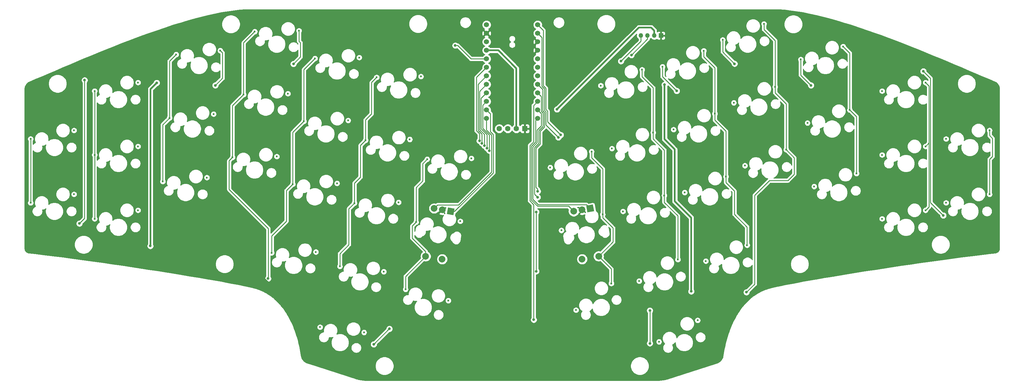
<source format=gtl>
%TF.GenerationSoftware,KiCad,Pcbnew,(5.1.10)-1*%
%TF.CreationDate,2021-10-29T12:16:09+09:00*%
%TF.ProjectId,yacc46,79616363-3436-42e6-9b69-6361645f7063,rev?*%
%TF.SameCoordinates,Original*%
%TF.FileFunction,Copper,L1,Top*%
%TF.FilePolarity,Positive*%
%FSLAX46Y46*%
G04 Gerber Fmt 4.6, Leading zero omitted, Abs format (unit mm)*
G04 Created by KiCad (PCBNEW (5.1.10)-1) date 2021-10-29 12:16:09*
%MOMM*%
%LPD*%
G01*
G04 APERTURE LIST*
%TA.AperFunction,ComponentPad*%
%ADD10R,1.350000X1.350000*%
%TD*%
%TA.AperFunction,ComponentPad*%
%ADD11O,1.350000X1.350000*%
%TD*%
%TA.AperFunction,ComponentPad*%
%ADD12C,1.524000*%
%TD*%
%TA.AperFunction,ComponentPad*%
%ADD13R,1.600000X1.600000*%
%TD*%
%TA.AperFunction,ComponentPad*%
%ADD14C,1.600000*%
%TD*%
%TA.AperFunction,ComponentPad*%
%ADD15C,0.600000*%
%TD*%
%TA.AperFunction,ComponentPad*%
%ADD16C,0.100000*%
%TD*%
%TA.AperFunction,ComponentPad*%
%ADD17C,2.000000*%
%TD*%
%TA.AperFunction,ViaPad*%
%ADD18C,0.800000*%
%TD*%
%TA.AperFunction,Conductor*%
%ADD19C,0.250000*%
%TD*%
%TA.AperFunction,Conductor*%
%ADD20C,0.500000*%
%TD*%
%TA.AperFunction,Conductor*%
%ADD21C,0.254000*%
%TD*%
%TA.AperFunction,Conductor*%
%ADD22C,0.100000*%
%TD*%
G04 APERTURE END LIST*
D10*
%TO.P,J2,4*%
%TO.N,GND*%
X214300000Y-32500000D03*
D11*
%TO.P,J2,3*%
%TO.N,VCC*%
X212300000Y-32500000D03*
%TO.P,J2,2*%
%TO.N,SDA*%
X210300000Y-32500000D03*
%TO.P,J2,1*%
%TO.N,SCL*%
X208300000Y-32500000D03*
%TD*%
D12*
%TO.P,U1,24*%
%TO.N,RAW*%
X162381400Y-29272000D03*
%TO.P,U1,23*%
%TO.N,GND*%
X162381400Y-31812000D03*
%TO.P,U1,22*%
%TO.N,RESET*%
X162381400Y-34352000D03*
%TO.P,U1,21*%
%TO.N,VCC*%
X162381400Y-36892000D03*
%TO.P,U1,20*%
%TO.N,LED*%
X162381400Y-39432000D03*
%TO.P,U1,19*%
%TO.N,COL2*%
X162381400Y-41972000D03*
%TO.P,U1,18*%
%TO.N,COL3*%
X162381400Y-44512000D03*
%TO.P,U1,17*%
%TO.N,COL4*%
X162381400Y-47052000D03*
%TO.P,U1,16*%
%TO.N,COL5*%
X162381400Y-49592000D03*
%TO.P,U1,15*%
%TO.N,COL6*%
X162381400Y-52132000D03*
%TO.P,U1,14*%
%TO.N,ENCL1*%
X162381400Y-54672000D03*
%TO.P,U1,13*%
%TO.N,ENCL2*%
X162381400Y-57212000D03*
%TO.P,U1,12*%
%TO.N,ENCR2*%
X177601400Y-57212000D03*
%TO.P,U1,11*%
%TO.N,ENCR1*%
X177601400Y-54672000D03*
%TO.P,U1,10*%
%TO.N,ROW3*%
X177601400Y-52132000D03*
%TO.P,U1,9*%
%TO.N,ROW2*%
X177601400Y-49592000D03*
%TO.P,U1,8*%
%TO.N,ROW1*%
X177601400Y-47052000D03*
%TO.P,U1,7*%
%TO.N,ROW0*%
X177601400Y-44512000D03*
%TO.P,U1,6*%
%TO.N,SCL*%
X177601400Y-41972000D03*
%TO.P,U1,5*%
%TO.N,SDA*%
X177601400Y-39432000D03*
%TO.P,U1,4*%
%TO.N,GND*%
X177601400Y-36892000D03*
%TO.P,U1,3*%
X177601400Y-34352000D03*
%TO.P,U1,2*%
%TO.N,COL1*%
X177601400Y-31812000D03*
%TO.P,U1,1*%
%TO.N,COL0*%
X177601400Y-29272000D03*
%TD*%
D13*
%TO.P,J1,1*%
%TO.N,GND*%
X173800000Y-60270000D03*
D14*
%TO.P,J1,2*%
%TO.N,VCC*%
X171260000Y-60270000D03*
%TO.P,J1,3*%
%TO.N,SCL*%
X168720000Y-60270000D03*
%TO.P,J1,4*%
%TO.N,SDA*%
X166180000Y-60270000D03*
%TD*%
D15*
%TO.P,SW12,1*%
%TO.N,COL6*%
X144700033Y-69374141D03*
%TO.P,SW12,2*%
%TO.N,Net-(D12-Pad2)*%
X157871710Y-69117479D03*
%TD*%
%TO.P,SW19,S2*%
%TO.N,Net-(D19-Pad2)*%
X154563712Y-87878067D03*
%TO.P,SW19,S1*%
%TO.N,COL6*%
X141392035Y-88134729D03*
%TA.AperFunction,ComponentPad*%
D16*
%TO.P,SW19,A*%
%TO.N,ENCL1*%
G36*
X150881553Y-83756044D02*
G01*
X152851169Y-84103340D01*
X152503873Y-86072956D01*
X150534257Y-85725660D01*
X150881553Y-83756044D01*
G37*
%TD.AperFunction*%
D17*
%TO.P,SW19,C*%
%TO.N,GND*%
X149230693Y-84480380D03*
%TO.P,SW19,B*%
%TO.N,ENCL2*%
X146768674Y-84046259D03*
%TO.P,SW19,S2*%
%TO.N,Net-(D19-Pad2)*%
X149174814Y-99194213D03*
%TO.P,SW19,S1*%
%TO.N,COL6*%
X144250775Y-98325972D03*
%TD*%
D15*
%TO.P,SW36,S2*%
%TO.N,COL6*%
X196942782Y-85849162D03*
%TO.P,SW36,S1*%
%TO.N,Net-(D36-Pad1)*%
X184653239Y-90595324D03*
%TA.AperFunction,ComponentPad*%
D16*
%TO.P,SW36,A*%
%TO.N,ENCR1*%
G36*
X192072870Y-83235099D02*
G01*
X194042486Y-82887803D01*
X194389782Y-84857419D01*
X192420166Y-85204715D01*
X192072870Y-83235099D01*
G37*
%TD.AperFunction*%
D17*
%TO.P,SW36,C*%
%TO.N,GND*%
X190769307Y-84480380D03*
%TO.P,SW36,B*%
%TO.N,ENCR2*%
X188307287Y-84914500D03*
%TO.P,SW36,S2*%
%TO.N,COL6*%
X195749225Y-98325972D03*
%TO.P,SW36,S1*%
%TO.N,Net-(D36-Pad1)*%
X190825186Y-99194213D03*
%TD*%
D15*
%TO.P,SW1,1*%
%TO.N,COL1*%
X45715000Y-49035000D03*
%TO.P,SW1,2*%
%TO.N,Net-(D1-Pad2)*%
X58642000Y-46495000D03*
%TD*%
%TO.P,SW2,1*%
%TO.N,COL2*%
X69995304Y-38134858D03*
%TO.P,SW2,2*%
%TO.N,Net-(D2-Pad2)*%
X83116991Y-36960012D03*
%TD*%
%TO.P,SW3,1*%
%TO.N,COL3*%
X93380267Y-31309266D03*
%TO.P,SW3,2*%
%TO.N,Net-(D3-Pad2)*%
X106551944Y-31052604D03*
%TD*%
%TO.P,SW4,1*%
%TO.N,COL4*%
X111313855Y-39307411D03*
%TO.P,SW4,2*%
%TO.N,Net-(D4-Pad2)*%
X124485532Y-39050749D03*
%TD*%
%TO.P,SW5,1*%
%TO.N,COL5*%
X129660943Y-44960482D03*
%TO.P,SW5,2*%
%TO.N,Net-(D5-Pad2)*%
X142832620Y-44703820D03*
%TD*%
%TO.P,SW6,1*%
%TO.N,COL0*%
X26665000Y-63322500D03*
%TO.P,SW6,2*%
%TO.N,Net-(D6-Pad2)*%
X39592000Y-60782500D03*
%TD*%
%TO.P,SW7,1*%
%TO.N,COL1*%
X45715000Y-68085000D03*
%TO.P,SW7,2*%
%TO.N,Net-(D7-Pad2)*%
X58642000Y-65545000D03*
%TD*%
%TO.P,SW8,1*%
%TO.N,COL2*%
X68004036Y-57080500D03*
%TO.P,SW8,2*%
%TO.N,Net-(D8-Pad2)*%
X81125723Y-55905654D03*
%TD*%
%TO.P,SW9,1*%
%TO.N,COL3*%
X90072269Y-50069854D03*
%TO.P,SW9,2*%
%TO.N,Net-(D9-Pad2)*%
X103243946Y-49813192D03*
%TD*%
%TO.P,SW10,1*%
%TO.N,COL4*%
X108005857Y-58067999D03*
%TO.P,SW10,2*%
%TO.N,Net-(D10-Pad2)*%
X121177534Y-57811337D03*
%TD*%
%TO.P,SW11,1*%
%TO.N,COL5*%
X126352945Y-63721070D03*
%TO.P,SW11,2*%
%TO.N,Net-(D11-Pad2)*%
X139524622Y-63464408D03*
%TD*%
%TO.P,SW13,1*%
%TO.N,COL0*%
X26665000Y-82372500D03*
%TO.P,SW13,2*%
%TO.N,Net-(D13-Pad2)*%
X39592000Y-79832500D03*
%TD*%
%TO.P,SW14,1*%
%TO.N,COL1*%
X45715000Y-87135000D03*
%TO.P,SW14,2*%
%TO.N,Net-(D14-Pad2)*%
X58642000Y-84595000D03*
%TD*%
%TO.P,SW15,1*%
%TO.N,COL2*%
X66012769Y-76026142D03*
%TO.P,SW15,2*%
%TO.N,Net-(D15-Pad2)*%
X79134456Y-74851296D03*
%TD*%
%TO.P,SW16,1*%
%TO.N,COL3*%
X86764271Y-68830442D03*
%TO.P,SW16,2*%
%TO.N,Net-(D16-Pad2)*%
X99935948Y-68573780D03*
%TD*%
%TO.P,SW17,1*%
%TO.N,COL4*%
X104697859Y-76828586D03*
%TO.P,SW17,2*%
%TO.N,Net-(D17-Pad2)*%
X117869536Y-76571924D03*
%TD*%
%TO.P,SW18,1*%
%TO.N,COL5*%
X123044947Y-82481658D03*
%TO.P,SW18,2*%
%TO.N,Net-(D18-Pad2)*%
X136216624Y-82224996D03*
%TD*%
%TO.P,SW20,1*%
%TO.N,COL4*%
X98397586Y-97291287D03*
%TO.P,SW20,2*%
%TO.N,Net-(D20-Pad2)*%
X111569263Y-97034625D03*
%TD*%
%TO.P,SW21,1*%
%TO.N,COL5*%
X118709046Y-101336793D03*
%TO.P,SW21,2*%
%TO.N,Net-(D21-Pad2)*%
X131788256Y-102915772D03*
%TD*%
%TO.P,SW22,1*%
%TO.N,COL6*%
X138259810Y-108169738D03*
%TO.P,SW22,2*%
%TO.N,Net-(D22-Pad2)*%
X150991983Y-111553624D03*
%TD*%
%TO.P,SW23,1*%
%TO.N,COL3*%
X112822272Y-119454419D03*
%TO.P,SW23,2*%
%TO.N,Net-(D23-Pad2)*%
X125901482Y-121033398D03*
%TD*%
%TO.P,SW24,1*%
%TO.N,Net-(D24-Pad1)*%
X196384331Y-47421077D03*
%TO.P,SW24,2*%
%TO.N,COL5*%
X208673874Y-42674915D03*
%TD*%
%TO.P,SW25,1*%
%TO.N,Net-(D25-Pad1)*%
X214731419Y-41768006D03*
%TO.P,SW25,2*%
%TO.N,COL4*%
X227020962Y-37021844D03*
%TD*%
%TO.P,SW26,1*%
%TO.N,Net-(D26-Pad1)*%
X232665007Y-33769861D03*
%TO.P,SW26,2*%
%TO.N,COL3*%
X244954550Y-29023699D03*
%TD*%
%TO.P,SW27,1*%
%TO.N,Net-(D27-Pad1)*%
X255912321Y-39616027D03*
%TO.P,SW27,2*%
%TO.N,COL2*%
X268503003Y-35738701D03*
%TD*%
%TO.P,SW28,1*%
%TO.N,Net-(D28-Pad1)*%
X280115000Y-49035000D03*
%TO.P,SW28,2*%
%TO.N,COL1*%
X293042000Y-46495000D03*
%TD*%
%TO.P,SW29,1*%
%TO.N,Net-(D29-Pad1)*%
X181345241Y-71834736D03*
%TO.P,SW29,2*%
%TO.N,COL6*%
X193634784Y-67088574D03*
%TD*%
%TO.P,SW30,1*%
%TO.N,Net-(D30-Pad1)*%
X199692329Y-66181665D03*
%TO.P,SW30,2*%
%TO.N,COL5*%
X211981872Y-61435503D03*
%TD*%
%TO.P,SW31,1*%
%TO.N,Net-(D31-Pad1)*%
X218039417Y-60528594D03*
%TO.P,SW31,2*%
%TO.N,COL4*%
X230328960Y-55782432D03*
%TD*%
%TO.P,SW32,1*%
%TO.N,Net-(D32-Pad1)*%
X235973005Y-52530449D03*
%TO.P,SW32,2*%
%TO.N,COL3*%
X248262548Y-47784287D03*
%TD*%
%TO.P,SW33,1*%
%TO.N,Net-(D33-Pad1)*%
X257903589Y-58561669D03*
%TO.P,SW33,2*%
%TO.N,COL2*%
X270494271Y-54684343D03*
%TD*%
%TO.P,SW34,1*%
%TO.N,Net-(D34-Pad1)*%
X280115000Y-68085000D03*
%TO.P,SW34,2*%
%TO.N,COL1*%
X293042000Y-65545000D03*
%TD*%
%TO.P,SW35,1*%
%TO.N,Net-(D35-Pad1)*%
X299165000Y-63322500D03*
%TO.P,SW35,2*%
%TO.N,COL0*%
X312092000Y-60782500D03*
%TD*%
%TO.P,SW37,1*%
%TO.N,Net-(D37-Pad1)*%
X203000327Y-84942253D03*
%TO.P,SW37,2*%
%TO.N,COL5*%
X215289870Y-80196091D03*
%TD*%
%TO.P,SW38,1*%
%TO.N,Net-(D38-Pad1)*%
X221347415Y-79289181D03*
%TO.P,SW38,2*%
%TO.N,COL4*%
X233636958Y-74543019D03*
%TD*%
%TO.P,SW39,1*%
%TO.N,Net-(D39-Pad1)*%
X239281003Y-71291037D03*
%TO.P,SW39,2*%
%TO.N,COL3*%
X251570546Y-66544875D03*
%TD*%
%TO.P,SW40,1*%
%TO.N,Net-(D40-Pad1)*%
X259894856Y-77507311D03*
%TO.P,SW40,2*%
%TO.N,COL2*%
X272485538Y-73629985D03*
%TD*%
%TO.P,SW41,1*%
%TO.N,Net-(D41-Pad1)*%
X280115000Y-87135000D03*
%TO.P,SW41,2*%
%TO.N,COL1*%
X293042000Y-84595000D03*
%TD*%
%TO.P,SW42,1*%
%TO.N,Net-(D42-Pad1)*%
X299165000Y-82372500D03*
%TO.P,SW42,2*%
%TO.N,COL0*%
X312092000Y-79832500D03*
%TD*%
%TO.P,SW43,1*%
%TO.N,Net-(D43-Pad1)*%
X189004278Y-114381457D03*
%TO.P,SW43,2*%
%TO.N,COL6*%
X199509526Y-106431696D03*
%TD*%
%TO.P,SW44,1*%
%TO.N,Net-(D44-Pad1)*%
X207814483Y-105715564D03*
%TO.P,SW44,2*%
%TO.N,COL5*%
X219323888Y-99305218D03*
%TD*%
%TO.P,SW45,1*%
%TO.N,Net-(D45-Pad1)*%
X227647688Y-99751882D03*
%TO.P,SW45,2*%
%TO.N,COL4*%
X239937231Y-95005720D03*
%TD*%
%TO.P,SW46,1*%
%TO.N,Net-(D46-Pad1)*%
X213701257Y-123833190D03*
%TO.P,SW46,2*%
%TO.N,COL3*%
X225210662Y-117422844D03*
%TD*%
D18*
%TO.N,Net-(D2-Pad2)*%
X81650000Y-47350000D03*
%TO.N,Net-(D3-Pad2)*%
X104900000Y-40950000D03*
%TO.N,ROW1*%
X177620000Y-78940000D03*
%TO.N,ROW2*%
X177163232Y-102796768D03*
X177580000Y-80730000D03*
X177163232Y-85106768D03*
%TO.N,ROW3*%
X211000000Y-114500000D03*
X211000000Y-124300000D03*
X176430000Y-117260000D03*
X128800000Y-124576660D03*
X133470000Y-119960000D03*
%TO.N,Net-(D25-Pad1)*%
X219000000Y-49000000D03*
%TO.N,Net-(D26-Pad1)*%
X236200000Y-40900000D03*
%TO.N,Net-(D27-Pad1)*%
X258950000Y-47350000D03*
%TO.N,SDA*%
X205500000Y-38303200D03*
%TO.N,SCL*%
X202380000Y-40120000D03*
%TO.N,VCC*%
X183350000Y-54500000D03*
%TO.N,GND*%
X120550000Y-30550000D03*
X154200000Y-32150000D03*
X80800000Y-93450000D03*
X38800000Y-88400000D03*
X66100000Y-38050000D03*
X40700000Y-55100000D03*
X43850000Y-57150000D03*
X44140000Y-83740000D03*
X114800000Y-110800000D03*
X152100000Y-125900000D03*
X173825000Y-120775000D03*
X173800000Y-87150000D03*
X230350000Y-39550000D03*
X230400000Y-30500000D03*
X199620000Y-56750000D03*
X171970000Y-67670000D03*
X138800000Y-56550000D03*
X138550000Y-52300000D03*
X133900000Y-56750000D03*
X112600000Y-50000000D03*
X93850000Y-43200000D03*
X87300000Y-42150000D03*
X93800000Y-36750000D03*
X103100000Y-39750000D03*
X111550000Y-36100000D03*
X139400000Y-36000000D03*
X148230000Y-50200000D03*
X152110000Y-41240000D03*
X158040000Y-40690000D03*
X50050000Y-55000000D03*
X31650000Y-60300000D03*
X28700000Y-70700000D03*
X41550000Y-71550000D03*
X56950000Y-74100000D03*
X53400000Y-60250000D03*
X41250000Y-75600000D03*
X27750000Y-88850000D03*
X46650000Y-96850000D03*
X49350000Y-92950000D03*
X63750000Y-99500000D03*
X65700000Y-94050000D03*
X65000000Y-86400000D03*
X68350000Y-81650000D03*
X60950000Y-63100000D03*
X70500000Y-63400000D03*
X84300000Y-59950000D03*
X105450000Y-54950000D03*
X99600000Y-57850000D03*
X93150000Y-102000000D03*
X94950000Y-97300000D03*
X103850000Y-107250000D03*
X117000000Y-113700000D03*
X118700000Y-110050000D03*
X126400000Y-114700000D03*
X125650000Y-117550000D03*
X138950000Y-126100000D03*
X136200000Y-128000000D03*
X138600000Y-85050000D03*
X144300000Y-85300000D03*
X117000000Y-86300000D03*
X89550000Y-75650000D03*
X110450000Y-64150000D03*
X122400000Y-66500000D03*
X73000000Y-50150000D03*
X57850000Y-56000000D03*
X69300000Y-47900000D03*
X94800000Y-81850000D03*
X118300000Y-91700000D03*
X112800000Y-103700000D03*
X206500000Y-124500000D03*
X200850000Y-120050000D03*
X186000000Y-126000000D03*
X233709813Y-107940187D03*
X219650000Y-107700000D03*
X224750000Y-106550000D03*
X247550000Y-102750000D03*
X256950000Y-94050000D03*
X270640000Y-93300000D03*
X272560000Y-88000000D03*
X284030000Y-91720000D03*
X293700000Y-93500000D03*
X295850000Y-88700000D03*
X311150000Y-57450000D03*
X287200000Y-60400000D03*
X272400000Y-50200000D03*
X265200000Y-49850000D03*
X251400000Y-37050000D03*
X251400000Y-44100000D03*
X257200000Y-53750000D03*
X236300000Y-59200000D03*
X250550000Y-55950000D03*
X240100000Y-79000000D03*
X244100000Y-80100000D03*
X263350000Y-82400000D03*
X254850000Y-76450000D03*
X291600000Y-73700000D03*
X300250000Y-75350000D03*
X302850000Y-78350000D03*
X310250000Y-74200000D03*
X285190000Y-78870000D03*
X250800000Y-80050000D03*
X225850000Y-90600000D03*
X221150000Y-92450000D03*
X216800000Y-75450000D03*
X220750000Y-72450000D03*
X213100000Y-114550000D03*
X220250000Y-115750000D03*
X231300000Y-115150000D03*
X240650000Y-104350000D03*
X211600000Y-69400000D03*
X199400000Y-35150000D03*
X199670000Y-41450000D03*
X227250000Y-50200000D03*
X238750000Y-43500000D03*
X267100000Y-43650000D03*
X268450000Y-46850000D03*
X280150000Y-41700000D03*
X274100000Y-57100000D03*
X296000000Y-58550000D03*
X296450000Y-64750000D03*
X310700000Y-89700000D03*
X270750000Y-64050000D03*
X267300000Y-68850000D03*
X224700000Y-86600000D03*
X220750000Y-86150000D03*
X207600000Y-90000000D03*
X200000000Y-87350000D03*
X207950000Y-111300000D03*
X189450000Y-118750000D03*
X164830000Y-53200000D03*
X165450000Y-39350000D03*
X277950000Y-51350000D03*
X301900000Y-91250000D03*
X259800000Y-95150000D03*
X225600000Y-110550000D03*
X103550000Y-33850000D03*
X73250000Y-43250000D03*
X181770000Y-78420000D03*
X186040000Y-76470000D03*
X213550000Y-54700000D03*
X221700000Y-113200000D03*
X217540000Y-51900000D03*
X193450000Y-30400000D03*
X165730000Y-27570000D03*
X159950000Y-26020000D03*
X180690000Y-25850000D03*
X182260000Y-35850000D03*
X181680000Y-55840000D03*
X183260000Y-58710000D03*
X179900000Y-62200000D03*
X157780000Y-60870000D03*
X161910000Y-68340000D03*
X179800000Y-68860000D03*
X186440000Y-60910000D03*
X181320000Y-43870000D03*
X173810000Y-43870000D03*
X197300000Y-53970000D03*
X179580000Y-116520000D03*
X168280000Y-44060000D03*
X181940000Y-40730000D03*
X195790000Y-39000000D03*
X102450000Y-65230000D03*
X193420000Y-80660000D03*
X49530000Y-78750000D03*
X64280000Y-68250000D03*
X64470000Y-79840000D03*
X70450000Y-68740000D03*
X59800000Y-78810000D03*
X44270000Y-75500000D03*
%TO.N,LED*%
X153060000Y-35460000D03*
%TO.N,Net-(LED3-Pad2)*%
X42750000Y-45800000D03*
X41200000Y-88550000D03*
%TO.N,Net-(LED11-Pad2)*%
X292400000Y-43150000D03*
X298320000Y-86150000D03*
%TO.N,COL1*%
X183750000Y-62858959D03*
%TO.N,COL2*%
X160285400Y-63894618D03*
%TO.N,COL3*%
X97360084Y-104989916D03*
X239750000Y-109050000D03*
X161013600Y-64623600D03*
%TO.N,COL4*%
X161741800Y-65351800D03*
%TO.N,COL5*%
X162470000Y-66080000D03*
%TO.N,COL0*%
X184444588Y-62130760D03*
%TO.N,COL6*%
X163171171Y-66808200D03*
%TO.N,/LED_POWER*%
X64200000Y-46600000D03*
X62300000Y-95250000D03*
X215350000Y-47150000D03*
X223300000Y-108800000D03*
%TD*%
D19*
%TO.N,Net-(D2-Pad2)*%
X83116991Y-36960012D02*
X83800000Y-37643021D01*
X83800000Y-45200000D02*
X81650000Y-47350000D01*
X83800000Y-37643021D02*
X83800000Y-45200000D01*
%TO.N,Net-(D3-Pad2)*%
X106551944Y-31052604D02*
X106551944Y-34201944D01*
X106551944Y-34201944D02*
X107000000Y-34650000D01*
X107000000Y-38850000D02*
X104900000Y-40950000D01*
X107000000Y-34650000D02*
X107000000Y-38850000D01*
%TO.N,ROW1*%
X178346420Y-64803581D02*
X177068054Y-66081946D01*
X178346420Y-61015450D02*
X178346420Y-64803581D01*
X179608021Y-59753849D02*
X178346420Y-61015450D01*
X177601400Y-47052000D02*
X179144811Y-48595411D01*
X179608021Y-55396753D02*
X179608021Y-57018021D01*
X179144811Y-48595411D02*
X179144811Y-54933543D01*
X179144811Y-54933543D02*
X179608021Y-55396753D01*
X179608021Y-57018021D02*
X179608021Y-59753849D01*
X179608021Y-56836751D02*
X179608021Y-57018021D01*
X177620000Y-78940000D02*
X177620000Y-78300000D01*
X177101946Y-77781946D02*
X177068054Y-77781946D01*
X177620000Y-78300000D02*
X177101946Y-77781946D01*
X177068054Y-66081946D02*
X177068054Y-77781946D01*
%TO.N,ROW2*%
X179154811Y-55584477D02*
X179154811Y-57204811D01*
X178691601Y-55121267D02*
X179154811Y-55584477D01*
X178691601Y-50682201D02*
X178691601Y-55121267D01*
X177601400Y-49592000D02*
X178691601Y-50682201D01*
X179154811Y-57024476D02*
X179154811Y-57204811D01*
X177893210Y-64615856D02*
X176614844Y-65894222D01*
X177893210Y-60827725D02*
X177893210Y-64615856D01*
X179154811Y-59566124D02*
X177893210Y-60827725D01*
X179154811Y-57204811D02*
X179154811Y-59566124D01*
X176614844Y-79764844D02*
X177580000Y-80730000D01*
X176614844Y-65894222D02*
X176614844Y-77334844D01*
X176614844Y-77334844D02*
X176614844Y-79764844D01*
X177163232Y-85106768D02*
X177163232Y-102796768D01*
%TO.N,ROW3*%
X211000000Y-114500000D02*
X211000000Y-122250000D01*
X211000000Y-122250000D02*
X211000000Y-124300000D01*
X177601400Y-52132000D02*
X176370000Y-53363400D01*
X176370000Y-64216260D02*
X175898130Y-64688130D01*
X176370000Y-53363400D02*
X176370000Y-64216260D01*
X175898130Y-64688130D02*
X175255214Y-65331047D01*
X175255214Y-81735152D02*
X176010063Y-82490000D01*
X175255214Y-79584786D02*
X175255214Y-81735152D01*
X175255214Y-65331047D02*
X175255214Y-79584786D01*
X176435032Y-117254968D02*
X176430000Y-117260000D01*
X176010063Y-82490000D02*
X176435032Y-82914968D01*
X176435032Y-82914968D02*
X176435032Y-117254968D01*
X133416660Y-119960000D02*
X133470000Y-119960000D01*
X128800000Y-124576660D02*
X133416660Y-119960000D01*
%TO.N,Net-(D25-Pad1)*%
X214731419Y-44731419D02*
X219000000Y-49000000D01*
X214731419Y-41768006D02*
X214731419Y-44731419D01*
%TO.N,Net-(D26-Pad1)*%
X232665007Y-37365007D02*
X236200000Y-40900000D01*
X232665007Y-33769861D02*
X232665007Y-37365007D01*
%TO.N,Net-(D27-Pad1)*%
X255912321Y-44312321D02*
X258950000Y-47350000D01*
X255912321Y-39616027D02*
X255912321Y-44312321D01*
%TO.N,SDA*%
X210300000Y-33503200D02*
X210300000Y-32500000D01*
X205500000Y-38303200D02*
X210300000Y-33503200D01*
%TO.N,SCL*%
X208300000Y-34200000D02*
X202380000Y-40120000D01*
X208300000Y-32500000D02*
X208300000Y-34200000D01*
D20*
%TO.N,VCC*%
X212300000Y-32500000D02*
X212300000Y-31000000D01*
X212300000Y-31000000D02*
X211400000Y-30100000D01*
X211400000Y-30100000D02*
X207750000Y-30100000D01*
X207750000Y-30100000D02*
X183350000Y-54500000D01*
X171270000Y-60260000D02*
X171260000Y-60270000D01*
X171270000Y-43340000D02*
X171270000Y-60260000D01*
X162381400Y-36892000D02*
X165902000Y-36892000D01*
X171270000Y-42260000D02*
X171270000Y-43340000D01*
X165902000Y-36892000D02*
X171270000Y-42260000D01*
%TO.N,GND*%
X80800000Y-93450000D02*
X80800000Y-91800000D01*
X80800000Y-91800000D02*
X79300000Y-90300000D01*
X79300000Y-90300000D02*
X73300000Y-90300000D01*
X73300000Y-90300000D02*
X66350000Y-97250000D01*
X66350000Y-97250000D02*
X50900000Y-97250000D01*
X50900000Y-97250000D02*
X43700000Y-90050000D01*
X40450000Y-90050000D02*
X38800000Y-88400000D01*
X43700000Y-90050000D02*
X40450000Y-90050000D01*
X120550000Y-30550000D02*
X117400000Y-27400000D01*
X117400000Y-27400000D02*
X91150000Y-27400000D01*
X91150000Y-27400000D02*
X89500000Y-25750000D01*
X89500000Y-25750000D02*
X84700000Y-25750000D01*
X84700000Y-25750000D02*
X78300000Y-32150000D01*
X78300000Y-32150000D02*
X70300000Y-32150000D01*
X66100000Y-36350000D02*
X66100000Y-38050000D01*
X70300000Y-32150000D02*
X66100000Y-36350000D01*
X66100000Y-38050000D02*
X48250000Y-38050000D01*
X40700000Y-45600000D02*
X40700000Y-55100000D01*
X48250000Y-38050000D02*
X40700000Y-45600000D01*
X79300000Y-90300000D02*
X81450000Y-90300000D01*
X81450000Y-90300000D02*
X93150000Y-102000000D01*
X97300000Y-106150000D02*
X112850000Y-106150000D01*
X114800000Y-108100000D02*
X114800000Y-110800000D01*
X112850000Y-106150000D02*
X114800000Y-108100000D01*
X152100000Y-125900000D02*
X141450000Y-125900000D01*
X141450000Y-125900000D02*
X132750000Y-117200000D01*
X132750000Y-117200000D02*
X132750000Y-113700000D01*
X129850000Y-110800000D02*
X114800000Y-110800000D01*
X132750000Y-113700000D02*
X129850000Y-110800000D01*
X93150000Y-102000000D02*
X97300000Y-106150000D01*
X193450000Y-30400000D02*
X188050000Y-30400000D01*
X187710000Y-30400000D02*
X188050000Y-30400000D01*
X182260000Y-35850000D02*
X187710000Y-30400000D01*
X173810000Y-120760000D02*
X173825000Y-120775000D01*
X173810000Y-40683400D02*
X173810000Y-43870000D01*
X177601400Y-36892000D02*
X173810000Y-40683400D01*
X162381400Y-31812000D02*
X161223400Y-32970000D01*
X155020000Y-32970000D02*
X154200000Y-32150000D01*
X161223400Y-32970000D02*
X155020000Y-32970000D01*
X123850000Y-30550000D02*
X120550000Y-30550000D01*
X128750000Y-25650000D02*
X123850000Y-30550000D01*
X147700000Y-25650000D02*
X128750000Y-25650000D01*
X154200000Y-32150000D02*
X147700000Y-25650000D01*
X173810000Y-114500000D02*
X173810000Y-120760000D01*
X173810000Y-43870000D02*
X173810000Y-114500000D01*
X44400000Y-57700000D02*
X43850000Y-57150000D01*
X44400000Y-83550000D02*
X44400000Y-75550000D01*
X43800000Y-84150000D02*
X44400000Y-83550000D01*
X44400000Y-75550000D02*
X44400000Y-57700000D01*
X149230693Y-84480380D02*
X147740000Y-85971073D01*
X147740000Y-85971073D02*
X147740000Y-87350000D01*
X147740000Y-87350000D02*
X150660000Y-90270000D01*
X150660000Y-90270000D02*
X158010000Y-90270000D01*
X161130000Y-87150000D02*
X173800000Y-87150000D01*
X158010000Y-90270000D02*
X161130000Y-87150000D01*
D19*
%TO.N,LED*%
X162381400Y-39432000D02*
X157742000Y-39432000D01*
X153770000Y-35460000D02*
X153060000Y-35460000D01*
X157742000Y-39432000D02*
X153770000Y-35460000D01*
%TO.N,Net-(LED3-Pad2)*%
X42750000Y-87000000D02*
X42750000Y-85950000D01*
X41200000Y-88550000D02*
X42750000Y-87000000D01*
X42750000Y-45800000D02*
X42750000Y-85950000D01*
%TO.N,Net-(LED11-Pad2)*%
X292400000Y-43150000D02*
X294503210Y-45253210D01*
X298320000Y-86150000D02*
X294503210Y-82333210D01*
X294503210Y-82333210D02*
X294503210Y-81663210D01*
X294503210Y-45253210D02*
X294503210Y-81663210D01*
%TO.N,COL1*%
X45715000Y-87135000D02*
X45715000Y-68085000D01*
X45715000Y-68085000D02*
X45715000Y-49035000D01*
X293042000Y-46495000D02*
X294050000Y-47503000D01*
X294050000Y-83587000D02*
X293042000Y-84595000D01*
X294037000Y-64550000D02*
X294050000Y-64550000D01*
X293042000Y-65545000D02*
X294037000Y-64550000D01*
X294050000Y-64550000D02*
X294050000Y-83587000D01*
X294050000Y-47503000D02*
X294050000Y-64550000D01*
X180061231Y-55209029D02*
X180061231Y-59170190D01*
X179598021Y-54745819D02*
X180061231Y-55209029D01*
X179598021Y-48407686D02*
X179598021Y-54745819D01*
X178830000Y-47639664D02*
X179598021Y-48407686D01*
X180061231Y-59170190D02*
X183750000Y-62858959D01*
X178830000Y-33040600D02*
X178830000Y-47639664D01*
X177601400Y-31812000D02*
X178830000Y-33040600D01*
%TO.N,COL2*%
X66012769Y-59071767D02*
X68004036Y-57080500D01*
X66012769Y-76026142D02*
X66012769Y-59071767D01*
X68004036Y-40126126D02*
X69995304Y-38134858D01*
X68004036Y-57080500D02*
X68004036Y-40126126D01*
X272485538Y-56675610D02*
X270494271Y-54684343D01*
X272485538Y-73629985D02*
X272485538Y-56675610D01*
X270494271Y-37729969D02*
X268503003Y-35738701D01*
X270494271Y-54684343D02*
X270494271Y-37729969D01*
X160285400Y-61779139D02*
X160285400Y-63894618D01*
X162381400Y-41972000D02*
X159397160Y-44956240D01*
X159397160Y-60890900D02*
X159633130Y-61126870D01*
X159397160Y-44956240D02*
X159397160Y-60890900D01*
X159633130Y-61126870D02*
X160285400Y-61779139D01*
X159488359Y-60982099D02*
X159633130Y-61126870D01*
%TO.N,COL3*%
X86764271Y-53377852D02*
X90072269Y-50069854D01*
X86764271Y-68830442D02*
X86764271Y-53377852D01*
X90072269Y-34617264D02*
X93380267Y-31309266D01*
X90072269Y-50069854D02*
X90072269Y-34617264D01*
X86764271Y-68830442D02*
X85750000Y-69844713D01*
X85750000Y-69844713D02*
X85750000Y-78400000D01*
X85750000Y-78400000D02*
X97400000Y-90050000D01*
X97400000Y-104950000D02*
X97360084Y-104989916D01*
X97400000Y-90050000D02*
X97400000Y-104950000D01*
X251570546Y-66544875D02*
X251570546Y-52870546D01*
X248262548Y-49562548D02*
X248262548Y-47784287D01*
X251570546Y-52870546D02*
X248262548Y-49562548D01*
X248262548Y-47784287D02*
X248262548Y-33962548D01*
X244954550Y-30654550D02*
X244954550Y-29023699D01*
X248262548Y-33962548D02*
X244954550Y-30654550D01*
X242200000Y-102350000D02*
X242200000Y-80100000D01*
X242200000Y-80100000D02*
X246550000Y-75750000D01*
X246550000Y-75750000D02*
X252050000Y-75750000D01*
X252050000Y-75750000D02*
X253950000Y-73850000D01*
X253950000Y-68924329D02*
X251570546Y-66544875D01*
X253950000Y-73850000D02*
X253950000Y-68924329D01*
X242200000Y-106600000D02*
X242200000Y-102350000D01*
X239750000Y-109050000D02*
X242200000Y-106600000D01*
X161013601Y-61866406D02*
X161013600Y-64057915D01*
X161013600Y-64057915D02*
X161013600Y-64623600D01*
X162381400Y-44512000D02*
X159850370Y-47043030D01*
X159850370Y-60703176D02*
X160078597Y-60931403D01*
X159850370Y-47043030D02*
X159850370Y-60703176D01*
X160078597Y-60931403D02*
X161013601Y-61866406D01*
X159941569Y-60794374D02*
X160078597Y-60931403D01*
%TO.N,COL4*%
X98397586Y-97291287D02*
X98397586Y-92252414D01*
X98397586Y-92252414D02*
X102800000Y-87850000D01*
X102800000Y-78726445D02*
X104697859Y-76828586D01*
X102800000Y-87850000D02*
X102800000Y-78726445D01*
X104697859Y-61375997D02*
X108005857Y-58067999D01*
X104697859Y-76828586D02*
X104697859Y-61375997D01*
X108005857Y-42615409D02*
X111313855Y-39307411D01*
X108005857Y-58067999D02*
X108005857Y-42615409D01*
X230328960Y-55782432D02*
X230328960Y-42128960D01*
X227020962Y-38820962D02*
X227020962Y-37021844D01*
X230328960Y-42128960D02*
X227020962Y-38820962D01*
X230328960Y-57728960D02*
X230328960Y-55782432D01*
X233636958Y-61036958D02*
X230328960Y-57728960D01*
X233636958Y-74543019D02*
X233636958Y-61036958D01*
X239937231Y-95005720D02*
X239937231Y-89587231D01*
X239937231Y-89587231D02*
X236150000Y-85800000D01*
X236150000Y-85800000D02*
X236150000Y-78850000D01*
X233636958Y-76336958D02*
X233636958Y-74543019D01*
X236150000Y-78850000D02*
X233636958Y-76336958D01*
X161741800Y-61953668D02*
X161741800Y-65351800D01*
X162381400Y-47052000D02*
X160303580Y-49129820D01*
X160303580Y-49129820D02*
X160303580Y-60515448D01*
X160604066Y-60815934D02*
X161741800Y-61953668D01*
X160303580Y-60515448D02*
X160604066Y-60815934D01*
X160394779Y-60606649D02*
X160604066Y-60815934D01*
%TO.N,COL5*%
X118709046Y-101336793D02*
X118709046Y-97540954D01*
X118709046Y-97540954D02*
X121400000Y-94850000D01*
X121400000Y-84126605D02*
X123044947Y-82481658D01*
X121400000Y-94850000D02*
X121400000Y-84126605D01*
X123044947Y-82481658D02*
X123044947Y-76505053D01*
X123044947Y-76505053D02*
X124850000Y-74700000D01*
X124850000Y-65224015D02*
X126352945Y-63721070D01*
X124850000Y-74700000D02*
X124850000Y-65224015D01*
X126352945Y-63721070D02*
X126352945Y-57647055D01*
X126352945Y-57647055D02*
X128150000Y-55850000D01*
X128150000Y-46471425D02*
X129660943Y-44960482D01*
X128150000Y-55850000D02*
X128150000Y-46471425D01*
X215289870Y-80196091D02*
X215289870Y-66639870D01*
X211981872Y-63331872D02*
X211981872Y-61435503D01*
X215289870Y-66639870D02*
X211981872Y-63331872D01*
X211981872Y-61435503D02*
X211981872Y-48081872D01*
X208673874Y-44773874D02*
X208673874Y-42674915D01*
X211981872Y-48081872D02*
X208673874Y-44773874D01*
X219323888Y-99305218D02*
X219323888Y-86273888D01*
X215289870Y-82239870D02*
X215289870Y-80196091D01*
X219323888Y-86273888D02*
X215289870Y-82239870D01*
X162470000Y-62040934D02*
X162470000Y-66080000D01*
X162381400Y-49592000D02*
X160756790Y-51216610D01*
X161054532Y-60625467D02*
X161054533Y-60625467D01*
X160756790Y-60327725D02*
X161054532Y-60625467D01*
X160756790Y-51216610D02*
X160756790Y-60327725D01*
X161054533Y-60625467D02*
X162470000Y-62040934D01*
X160847989Y-60418924D02*
X161054533Y-60625467D01*
%TO.N,COL0*%
X26665000Y-65975762D02*
X26665000Y-63322500D01*
X26665000Y-82372500D02*
X26665000Y-65975762D01*
X312092000Y-60782500D02*
X312092000Y-62292000D01*
X312092000Y-62292000D02*
X313000000Y-63200000D01*
X313000000Y-63200000D02*
X313000000Y-68500000D01*
X312092000Y-69408000D02*
X312092000Y-79832500D01*
X313000000Y-68500000D02*
X312092000Y-69408000D01*
X180514441Y-58200613D02*
X184444588Y-62130760D01*
X180514441Y-55021305D02*
X180514441Y-55624441D01*
X180051231Y-48219961D02*
X180051231Y-54558095D01*
X179283210Y-47451939D02*
X180051231Y-48219961D01*
X179283210Y-30953810D02*
X179283210Y-47451939D01*
X180051231Y-54558095D02*
X180514441Y-55021305D01*
X177601400Y-29272000D02*
X179283210Y-30953810D01*
X180514441Y-55624441D02*
X180514441Y-58200613D01*
%TO.N,COL6*%
X141392035Y-88134729D02*
X141392035Y-77857965D01*
X141392035Y-77857965D02*
X143400000Y-75850000D01*
X143400000Y-70674174D02*
X144700033Y-69374141D01*
X143400000Y-75850000D02*
X143400000Y-70674174D01*
X144250775Y-98325972D02*
X144250775Y-96900775D01*
X144250775Y-96900775D02*
X140250000Y-92900000D01*
X140250000Y-89276764D02*
X141392035Y-88134729D01*
X140250000Y-92900000D02*
X140250000Y-89276764D01*
X138259810Y-104316937D02*
X144250775Y-98325972D01*
X138259810Y-108169738D02*
X138259810Y-104316937D01*
X195749225Y-98325972D02*
X200050000Y-94025197D01*
X200050000Y-94025197D02*
X200050000Y-89900000D01*
X196942782Y-86792782D02*
X196942782Y-85849162D01*
X200050000Y-89900000D02*
X196942782Y-86792782D01*
X199509526Y-102086273D02*
X195749225Y-98325972D01*
X199509526Y-106431696D02*
X199509526Y-102086273D01*
X196942782Y-85849162D02*
X196942782Y-72242782D01*
X193634784Y-68934784D02*
X193634784Y-67088574D01*
X196942782Y-72242782D02*
X193634784Y-68934784D01*
X163171171Y-66456567D02*
X163198201Y-66429537D01*
X163171171Y-66808200D02*
X163171171Y-66456567D01*
X163198201Y-66429537D02*
X163198201Y-62128201D01*
X162381400Y-52132000D02*
X161210000Y-53303400D01*
X161210000Y-60140000D02*
X161495000Y-60425000D01*
X161210000Y-53303400D02*
X161210000Y-60140000D01*
X161495000Y-60425000D02*
X161301199Y-60231199D01*
X163198201Y-62128201D02*
X161495000Y-60425000D01*
%TO.N,ENCL1*%
X163520000Y-55810600D02*
X162381400Y-54672000D01*
X163520000Y-61168130D02*
X163520000Y-55810600D01*
X164352582Y-62000712D02*
X163520000Y-61168130D01*
X164352582Y-73418353D02*
X164352582Y-62000712D01*
X152856436Y-84914500D02*
X164352582Y-73418353D01*
X151692713Y-84914500D02*
X152856436Y-84914500D01*
%TO.N,ENCL2*%
X162381400Y-60670466D02*
X162381400Y-57212000D01*
X163899372Y-62188437D02*
X162381400Y-60670466D01*
X163899372Y-73230628D02*
X163899372Y-62188437D01*
X154083741Y-83046260D02*
X163899372Y-73230628D01*
X147768673Y-83046260D02*
X154083741Y-83046260D01*
X146768674Y-84046259D02*
X147768673Y-83046260D01*
%TO.N,ENCR2*%
X186792787Y-83400000D02*
X188307287Y-84914500D01*
X177560997Y-83400000D02*
X186792787Y-83400000D01*
X175708424Y-81547427D02*
X177560997Y-83400000D01*
X175708424Y-65518772D02*
X175708424Y-81547427D01*
X175708424Y-65518772D02*
X176974409Y-64252787D01*
X176974409Y-57838991D02*
X177601400Y-57212000D01*
X176974409Y-59704409D02*
X176974409Y-57838991D01*
X176974409Y-64252787D02*
X176974409Y-59704409D01*
%TO.N,ENCR1*%
X176161634Y-81359702D02*
X177748722Y-82946790D01*
X176161634Y-65706497D02*
X176161634Y-81359702D01*
X177748722Y-82946790D02*
X192131857Y-82946790D01*
X192131857Y-82946790D02*
X193231326Y-84046259D01*
X178701601Y-59378399D02*
X177440000Y-60640000D01*
X178701601Y-57212201D02*
X178701601Y-59378399D01*
X177440000Y-64428131D02*
X176161634Y-65706497D01*
X177440000Y-60640000D02*
X177440000Y-64428131D01*
X178691601Y-55762201D02*
X177601400Y-54672000D01*
X178691601Y-57211601D02*
X178691601Y-55762201D01*
X178692201Y-57212201D02*
X178691601Y-57211601D01*
X178701601Y-57212201D02*
X178692201Y-57212201D01*
D20*
%TO.N,/LED_POWER*%
X64200000Y-46600000D02*
X62350000Y-48450000D01*
X62350000Y-95200000D02*
X62300000Y-95250000D01*
X62350000Y-48450000D02*
X62350000Y-95200000D01*
X215350000Y-47150000D02*
X215350000Y-63400000D01*
X215350000Y-63400000D02*
X218400000Y-66450000D01*
X218400000Y-66450000D02*
X218400000Y-81950000D01*
X218400000Y-81950000D02*
X223300000Y-86850000D01*
X223300000Y-86850000D02*
X223300000Y-107950000D01*
X223300000Y-107950000D02*
X223300000Y-108800000D01*
%TD*%
D21*
%TO.N,GND*%
X249395715Y-24780716D02*
X251066005Y-24895070D01*
X252805399Y-25079732D01*
X254609137Y-25331643D01*
X256472692Y-25647668D01*
X258391627Y-26024617D01*
X260361360Y-26459216D01*
X262377655Y-26948220D01*
X264436053Y-27488306D01*
X266532308Y-28076174D01*
X268662071Y-28708484D01*
X270821168Y-29381927D01*
X273005334Y-30093162D01*
X275210289Y-30838829D01*
X277432042Y-31615663D01*
X279666133Y-32420229D01*
X281908320Y-33249160D01*
X284154791Y-34099246D01*
X286400936Y-34966980D01*
X288643204Y-35849254D01*
X290876758Y-36742458D01*
X293097956Y-37643452D01*
X295302534Y-38548850D01*
X297485814Y-39455087D01*
X299644674Y-40359245D01*
X301774083Y-41257610D01*
X303870914Y-42147268D01*
X305929720Y-43024321D01*
X305929725Y-43024323D01*
X307946941Y-43885668D01*
X309918888Y-44728159D01*
X309918908Y-44728165D01*
X309919213Y-44728298D01*
X311841051Y-45548289D01*
X311841103Y-45548305D01*
X311841877Y-45548641D01*
X313694403Y-46336383D01*
X313831836Y-46402197D01*
X313954795Y-46474683D01*
X314077730Y-46561073D01*
X314198926Y-46660537D01*
X314316725Y-46771984D01*
X314429549Y-46894105D01*
X314535925Y-47025423D01*
X314634530Y-47164363D01*
X314724138Y-47309224D01*
X314803669Y-47458236D01*
X314872183Y-47609551D01*
X314928907Y-47761274D01*
X314973239Y-47911418D01*
X315004826Y-48058047D01*
X315023574Y-48199258D01*
X315030498Y-48350953D01*
X315030499Y-95936484D01*
X315014536Y-96149887D01*
X314973759Y-96331456D01*
X314907147Y-96507621D01*
X314816076Y-96675537D01*
X314702548Y-96831697D01*
X314569227Y-96972451D01*
X314419275Y-97094407D01*
X314256117Y-97194669D01*
X314083010Y-97271024D01*
X313893736Y-97324374D01*
X313759181Y-97345199D01*
X312024215Y-97532881D01*
X312024035Y-97532919D01*
X312019683Y-97533386D01*
X310129427Y-97749738D01*
X310129264Y-97749773D01*
X310125658Y-97750179D01*
X308108337Y-97991632D01*
X308108183Y-97991666D01*
X308105132Y-97992023D01*
X305972241Y-98256818D01*
X305972108Y-98256848D01*
X305969461Y-98257168D01*
X303732495Y-98543547D01*
X303732371Y-98543575D01*
X303730041Y-98543865D01*
X301400497Y-98850070D01*
X301400377Y-98850098D01*
X301398296Y-98850363D01*
X298987667Y-99174635D01*
X298987561Y-99174660D01*
X298985664Y-99174907D01*
X296505446Y-99515487D01*
X296505338Y-99515513D01*
X296503597Y-99515744D01*
X293965285Y-99870875D01*
X293965191Y-99870898D01*
X293963554Y-99871119D01*
X291378646Y-100239041D01*
X291378551Y-100239064D01*
X291377003Y-100239277D01*
X288756992Y-100618232D01*
X288756903Y-100618254D01*
X288755414Y-100618462D01*
X286111796Y-101006692D01*
X286111713Y-101006713D01*
X286110258Y-101006919D01*
X283454528Y-101402665D01*
X283454437Y-101402688D01*
X283453012Y-101402893D01*
X280796666Y-101804397D01*
X280796583Y-101804418D01*
X280795152Y-101804627D01*
X278149683Y-102210130D01*
X278149592Y-102210153D01*
X278148150Y-102210367D01*
X275525056Y-102618111D01*
X275524968Y-102618134D01*
X275523484Y-102618357D01*
X272934260Y-103026583D01*
X272934165Y-103026608D01*
X272932625Y-103026843D01*
X270388767Y-103433793D01*
X270388670Y-103433819D01*
X270387043Y-103434071D01*
X267900045Y-103837987D01*
X267899941Y-103838015D01*
X267898202Y-103838289D01*
X265479560Y-104237411D01*
X265479456Y-104237439D01*
X265477562Y-104237743D01*
X263138771Y-104630314D01*
X263138654Y-104630346D01*
X263136569Y-104630687D01*
X260889125Y-105014948D01*
X260888997Y-105014983D01*
X260886660Y-105015374D01*
X258742058Y-105389567D01*
X258741917Y-105389606D01*
X258739250Y-105390063D01*
X256708984Y-105752427D01*
X256708830Y-105752470D01*
X256705721Y-105753017D01*
X254801287Y-106101798D01*
X254801127Y-106101844D01*
X254797411Y-106102518D01*
X253030306Y-106435954D01*
X253030130Y-106436005D01*
X253025584Y-106436861D01*
X251407301Y-106753195D01*
X251407124Y-106753248D01*
X251401370Y-106754380D01*
X249943407Y-107051853D01*
X249943276Y-107051893D01*
X249935673Y-107053475D01*
X248649524Y-107330328D01*
X248649244Y-107330418D01*
X248648955Y-107330451D01*
X248638939Y-107332688D01*
X247536099Y-107587164D01*
X247533407Y-107588069D01*
X247530598Y-107588456D01*
X247520633Y-107590909D01*
X246612597Y-107821249D01*
X246605270Y-107823892D01*
X246597603Y-107825222D01*
X246587731Y-107828024D01*
X245911148Y-108025140D01*
X245901507Y-108027217D01*
X245832350Y-108049396D01*
X245824149Y-108052946D01*
X245270742Y-108245376D01*
X245259422Y-108250600D01*
X245247413Y-108253933D01*
X245237866Y-108257696D01*
X244667334Y-108487171D01*
X244656417Y-108492857D01*
X244644731Y-108496704D01*
X244635372Y-108500914D01*
X244073697Y-108758342D01*
X244063235Y-108764437D01*
X244051929Y-108768755D01*
X244042777Y-108773398D01*
X243490295Y-109058605D01*
X243480329Y-109065053D01*
X243469460Y-109069790D01*
X243460532Y-109074850D01*
X242917580Y-109387661D01*
X242908152Y-109394398D01*
X242897751Y-109399504D01*
X242889062Y-109404964D01*
X242355979Y-109745205D01*
X242347109Y-109752172D01*
X242337213Y-109757590D01*
X242328776Y-109763432D01*
X241805899Y-110130928D01*
X241797596Y-110138070D01*
X241788236Y-110143739D01*
X241780062Y-110149943D01*
X241267729Y-110544518D01*
X241260006Y-110551771D01*
X241251188Y-110557640D01*
X241243286Y-110564188D01*
X240741834Y-110985669D01*
X240734685Y-110992981D01*
X240726419Y-110998995D01*
X240718797Y-111005866D01*
X240228563Y-111454079D01*
X240221980Y-111461400D01*
X240214266Y-111467506D01*
X240206929Y-111474682D01*
X239728252Y-111949451D01*
X239722225Y-111956728D01*
X239715049Y-111962886D01*
X239708003Y-111970346D01*
X239241219Y-112471498D01*
X239235719Y-112478700D01*
X239229081Y-112484856D01*
X239222326Y-112492582D01*
X238767774Y-113019941D01*
X238762781Y-113027030D01*
X238756658Y-113033150D01*
X238750197Y-113041123D01*
X238308215Y-113594517D01*
X238303708Y-113601453D01*
X238298076Y-113607508D01*
X238291910Y-113615711D01*
X237862834Y-114194962D01*
X237858783Y-114201723D01*
X237853621Y-114207681D01*
X237847749Y-114216097D01*
X237431917Y-114821033D01*
X237428291Y-114827600D01*
X237423577Y-114833434D01*
X237417996Y-114842047D01*
X237015746Y-115472492D01*
X237012517Y-115478846D01*
X237008224Y-115484536D01*
X237002934Y-115493330D01*
X236614603Y-116149110D01*
X236611741Y-116155239D01*
X236607843Y-116160768D01*
X236602839Y-116169728D01*
X236228766Y-116850667D01*
X236226242Y-116856562D01*
X236222715Y-116861913D01*
X236217994Y-116871025D01*
X235858514Y-117576951D01*
X235856299Y-117582606D01*
X235853117Y-117587770D01*
X235848676Y-117597021D01*
X235504128Y-118327759D01*
X235502198Y-118333166D01*
X235499334Y-118338136D01*
X235495167Y-118347515D01*
X235165890Y-119102889D01*
X235164218Y-119108049D01*
X235161649Y-119112818D01*
X235157753Y-119122312D01*
X234844081Y-119902150D01*
X234842643Y-119907062D01*
X234840345Y-119911629D01*
X234836714Y-119921228D01*
X234538988Y-120725353D01*
X234537762Y-120730020D01*
X234535712Y-120734383D01*
X234532342Y-120744076D01*
X234250900Y-121572313D01*
X234249865Y-121576738D01*
X234248043Y-121580895D01*
X234244928Y-121590674D01*
X233980106Y-122442850D01*
X233979242Y-122447034D01*
X233977628Y-122450990D01*
X233974765Y-122460845D01*
X233726899Y-123336786D01*
X233726188Y-123340738D01*
X233724764Y-123344491D01*
X233722146Y-123354414D01*
X233491575Y-124253944D01*
X233491000Y-124257669D01*
X233489749Y-124261223D01*
X233487372Y-124271206D01*
X233274433Y-125194152D01*
X233273978Y-125197658D01*
X233272884Y-125201017D01*
X233270743Y-125211053D01*
X233075775Y-126157240D01*
X233075427Y-126160529D01*
X233074474Y-126163699D01*
X233072563Y-126173782D01*
X232895903Y-127143035D01*
X232895648Y-127146122D01*
X232894824Y-127149102D01*
X232893139Y-127159225D01*
X232736922Y-128140081D01*
X232706803Y-128297502D01*
X232667323Y-128441057D01*
X232614796Y-128588670D01*
X232549627Y-128738367D01*
X232472475Y-128888155D01*
X232384193Y-129036120D01*
X232285774Y-129180448D01*
X232178349Y-129319392D01*
X232063142Y-129451326D01*
X231941534Y-129574658D01*
X231814968Y-129687960D01*
X231685002Y-129789916D01*
X231553320Y-129879360D01*
X231421657Y-129955360D01*
X231291771Y-130017265D01*
X231148983Y-130070917D01*
X216702472Y-134765583D01*
X216485285Y-134833807D01*
X216270482Y-134896669D01*
X216054587Y-134955272D01*
X215837755Y-135009579D01*
X215619903Y-135059618D01*
X215401245Y-135105345D01*
X215181674Y-135146782D01*
X214961493Y-135183878D01*
X214740526Y-135216662D01*
X214518904Y-135245112D01*
X214296850Y-135269200D01*
X214074253Y-135288935D01*
X213851135Y-135304308D01*
X213627778Y-135315295D01*
X213404040Y-135321897D01*
X213176533Y-135324135D01*
X126802974Y-135324135D01*
X126575465Y-135321897D01*
X126351726Y-135315295D01*
X126128367Y-135304308D01*
X125905252Y-135288935D01*
X125682655Y-135269200D01*
X125460553Y-135245107D01*
X125238981Y-135216662D01*
X125018013Y-135183878D01*
X124797831Y-135146782D01*
X124578259Y-135105344D01*
X124359612Y-135059620D01*
X124141750Y-135009579D01*
X123924917Y-134955272D01*
X123709035Y-134896673D01*
X123494235Y-134833811D01*
X123277125Y-134765612D01*
X110999296Y-130775701D01*
X129215000Y-130775701D01*
X129215000Y-131324299D01*
X129322026Y-131862354D01*
X129531965Y-132369192D01*
X129836750Y-132825334D01*
X130224666Y-133213250D01*
X130680808Y-133518035D01*
X131187646Y-133727974D01*
X131725701Y-133835000D01*
X132274299Y-133835000D01*
X132812354Y-133727974D01*
X133319192Y-133518035D01*
X133775334Y-133213250D01*
X134163250Y-132825334D01*
X134468035Y-132369192D01*
X134677974Y-131862354D01*
X134785000Y-131324299D01*
X134785000Y-130775701D01*
X205215000Y-130775701D01*
X205215000Y-131324299D01*
X205322026Y-131862354D01*
X205531965Y-132369192D01*
X205836750Y-132825334D01*
X206224666Y-133213250D01*
X206680808Y-133518035D01*
X207187646Y-133727974D01*
X207725701Y-133835000D01*
X208274299Y-133835000D01*
X208812354Y-133727974D01*
X209319192Y-133518035D01*
X209775334Y-133213250D01*
X210163250Y-132825334D01*
X210468035Y-132369192D01*
X210677974Y-131862354D01*
X210785000Y-131324299D01*
X210785000Y-130775701D01*
X210677974Y-130237646D01*
X210468035Y-129730808D01*
X210163250Y-129274666D01*
X209775334Y-128886750D01*
X209319192Y-128581965D01*
X208812354Y-128372026D01*
X208274299Y-128265000D01*
X207725701Y-128265000D01*
X207187646Y-128372026D01*
X206680808Y-128581965D01*
X206224666Y-128886750D01*
X205836750Y-129274666D01*
X205531965Y-129730808D01*
X205322026Y-130237646D01*
X205215000Y-130775701D01*
X134785000Y-130775701D01*
X134677974Y-130237646D01*
X134468035Y-129730808D01*
X134163250Y-129274666D01*
X133775334Y-128886750D01*
X133319192Y-128581965D01*
X132812354Y-128372026D01*
X132274299Y-128265000D01*
X131725701Y-128265000D01*
X131187646Y-128372026D01*
X130680808Y-128581965D01*
X130224666Y-128886750D01*
X129836750Y-129274666D01*
X129531965Y-129730808D01*
X129322026Y-130237646D01*
X129215000Y-130775701D01*
X110999296Y-130775701D01*
X108830533Y-130070921D01*
X108687736Y-130017265D01*
X108557854Y-129955363D01*
X108426180Y-129879357D01*
X108294497Y-129789912D01*
X108164530Y-129687953D01*
X108037971Y-129574658D01*
X107916358Y-129451320D01*
X107801167Y-129319405D01*
X107693725Y-129180440D01*
X107595319Y-129036132D01*
X107507028Y-128888150D01*
X107429875Y-128738359D01*
X107364713Y-128588681D01*
X107312182Y-128441058D01*
X107272703Y-128297504D01*
X107242583Y-128140075D01*
X107086366Y-127159224D01*
X107085583Y-127156228D01*
X107085371Y-127153144D01*
X107083602Y-127143035D01*
X106906942Y-126173782D01*
X106906033Y-126170598D01*
X106905731Y-126167305D01*
X106903730Y-126157239D01*
X106708762Y-125211053D01*
X106707715Y-125207679D01*
X106707309Y-125204168D01*
X106705072Y-125194152D01*
X106492133Y-124271206D01*
X106490931Y-124267631D01*
X106490408Y-124263902D01*
X106487930Y-124253943D01*
X106257359Y-123354414D01*
X106255986Y-123350637D01*
X106255331Y-123346680D01*
X106252606Y-123336786D01*
X106004740Y-122460844D01*
X106003181Y-122456866D01*
X106002376Y-122452671D01*
X105999399Y-122442850D01*
X105965441Y-122333573D01*
X112359237Y-122333573D01*
X112359237Y-122645791D01*
X112420148Y-122952009D01*
X112539628Y-123240461D01*
X112713087Y-123500061D01*
X112933858Y-123720832D01*
X113193458Y-123894291D01*
X113481910Y-124013771D01*
X113788128Y-124074682D01*
X114100346Y-124074682D01*
X114406564Y-124013771D01*
X114695016Y-123894291D01*
X114954616Y-123720832D01*
X115175387Y-123500061D01*
X115348846Y-123240461D01*
X115468326Y-122952009D01*
X115529237Y-122645791D01*
X115529237Y-122562171D01*
X115726703Y-122601450D01*
X116147261Y-122601450D01*
X116559738Y-122519403D01*
X116581439Y-122510414D01*
X116396187Y-122787663D01*
X116193787Y-123276302D01*
X116090604Y-123795039D01*
X116090604Y-124323937D01*
X116193787Y-124842674D01*
X116396187Y-125331313D01*
X116690028Y-125771076D01*
X117064016Y-126145064D01*
X117503779Y-126438905D01*
X117992418Y-126641305D01*
X118511155Y-126744488D01*
X119040053Y-126744488D01*
X119558790Y-126641305D01*
X120047429Y-126438905D01*
X120487192Y-126145064D01*
X120861180Y-125771076D01*
X121060224Y-125473185D01*
X122021971Y-125473185D01*
X122021971Y-125785403D01*
X122082882Y-126091621D01*
X122202362Y-126380073D01*
X122375821Y-126639673D01*
X122596592Y-126860444D01*
X122856192Y-127033903D01*
X123144644Y-127153383D01*
X123450862Y-127214294D01*
X123763080Y-127214294D01*
X124069298Y-127153383D01*
X124357750Y-127033903D01*
X124617350Y-126860444D01*
X124838121Y-126639673D01*
X125011580Y-126380073D01*
X125131060Y-126091621D01*
X125191971Y-125785403D01*
X125191971Y-125473185D01*
X125131060Y-125166967D01*
X125011580Y-124878515D01*
X124838121Y-124618915D01*
X124693927Y-124474721D01*
X127765000Y-124474721D01*
X127765000Y-124678599D01*
X127804774Y-124878558D01*
X127882795Y-125066916D01*
X127996063Y-125236434D01*
X128140226Y-125380597D01*
X128309744Y-125493865D01*
X128498102Y-125571886D01*
X128698061Y-125611660D01*
X128901939Y-125611660D01*
X129101898Y-125571886D01*
X129290256Y-125493865D01*
X129459774Y-125380597D01*
X129603937Y-125236434D01*
X129717205Y-125066916D01*
X129795226Y-124878558D01*
X129835000Y-124678599D01*
X129835000Y-124616461D01*
X133456462Y-120995000D01*
X133571939Y-120995000D01*
X133771898Y-120955226D01*
X133960256Y-120877205D01*
X134129774Y-120763937D01*
X134273937Y-120619774D01*
X134387205Y-120450256D01*
X134465226Y-120261898D01*
X134505000Y-120061939D01*
X134505000Y-119858061D01*
X134465226Y-119658102D01*
X134387205Y-119469744D01*
X134273937Y-119300226D01*
X134129774Y-119156063D01*
X133960256Y-119042795D01*
X133771898Y-118964774D01*
X133571939Y-118925000D01*
X133368061Y-118925000D01*
X133168102Y-118964774D01*
X132979744Y-119042795D01*
X132810226Y-119156063D01*
X132666063Y-119300226D01*
X132552795Y-119469744D01*
X132474774Y-119658102D01*
X132435000Y-119858061D01*
X132435000Y-119866858D01*
X128760199Y-123541660D01*
X128698061Y-123541660D01*
X128498102Y-123581434D01*
X128309744Y-123659455D01*
X128140226Y-123772723D01*
X127996063Y-123916886D01*
X127882795Y-124086404D01*
X127804774Y-124274762D01*
X127765000Y-124474721D01*
X124693927Y-124474721D01*
X124617350Y-124398144D01*
X124357750Y-124224685D01*
X124069298Y-124105205D01*
X123763080Y-124044294D01*
X123450862Y-124044294D01*
X123144644Y-124105205D01*
X122856192Y-124224685D01*
X122596592Y-124398144D01*
X122375821Y-124618915D01*
X122202362Y-124878515D01*
X122082882Y-125166967D01*
X122021971Y-125473185D01*
X121060224Y-125473185D01*
X121155021Y-125331313D01*
X121357421Y-124842674D01*
X121460604Y-124323937D01*
X121460604Y-123795039D01*
X121357421Y-123276302D01*
X121155021Y-122787663D01*
X120861180Y-122347900D01*
X120487192Y-121973912D01*
X120047429Y-121680071D01*
X119558790Y-121477671D01*
X119040053Y-121374488D01*
X118511155Y-121374488D01*
X117992418Y-121477671D01*
X117766530Y-121571237D01*
X117828994Y-121477752D01*
X117989935Y-121089206D01*
X118071982Y-120676729D01*
X118071982Y-120256171D01*
X117989935Y-119843694D01*
X117972974Y-119802745D01*
X120626094Y-119802745D01*
X120626094Y-120223303D01*
X120708141Y-120635780D01*
X120869082Y-121024326D01*
X121102731Y-121374007D01*
X121400111Y-121671387D01*
X121749792Y-121905036D01*
X122138338Y-122065977D01*
X122550815Y-122148024D01*
X122971373Y-122148024D01*
X123383850Y-122065977D01*
X123772396Y-121905036D01*
X124122077Y-121671387D01*
X124419457Y-121374007D01*
X124653106Y-121024326D01*
X124687492Y-120941309D01*
X124966482Y-120941309D01*
X124966482Y-121125487D01*
X125002414Y-121306127D01*
X125072896Y-121476287D01*
X125175220Y-121629426D01*
X125305454Y-121759660D01*
X125458593Y-121861984D01*
X125628753Y-121932466D01*
X125809393Y-121968398D01*
X125993571Y-121968398D01*
X126174211Y-121932466D01*
X126344371Y-121861984D01*
X126497510Y-121759660D01*
X126627744Y-121629426D01*
X126730068Y-121476287D01*
X126800550Y-121306127D01*
X126836482Y-121125487D01*
X126836482Y-120941309D01*
X126800550Y-120760669D01*
X126730068Y-120590509D01*
X126627744Y-120437370D01*
X126497510Y-120307136D01*
X126344371Y-120204812D01*
X126174211Y-120134330D01*
X125993571Y-120098398D01*
X125809393Y-120098398D01*
X125628753Y-120134330D01*
X125458593Y-120204812D01*
X125305454Y-120307136D01*
X125175220Y-120437370D01*
X125072896Y-120590509D01*
X125002414Y-120760669D01*
X124966482Y-120941309D01*
X124687492Y-120941309D01*
X124814047Y-120635780D01*
X124896094Y-120223303D01*
X124896094Y-119802745D01*
X124814047Y-119390268D01*
X124653106Y-119001722D01*
X124419457Y-118652041D01*
X124122077Y-118354661D01*
X123772396Y-118121012D01*
X123383850Y-117960071D01*
X122971373Y-117878024D01*
X122550815Y-117878024D01*
X122138338Y-117960071D01*
X121749792Y-118121012D01*
X121400111Y-118354661D01*
X121102731Y-118652041D01*
X120869082Y-119001722D01*
X120708141Y-119390268D01*
X120626094Y-119802745D01*
X117972974Y-119802745D01*
X117828994Y-119455148D01*
X117595345Y-119105467D01*
X117297965Y-118808087D01*
X116948284Y-118574438D01*
X116559738Y-118413497D01*
X116147261Y-118331450D01*
X115726703Y-118331450D01*
X115314226Y-118413497D01*
X114925680Y-118574438D01*
X114575999Y-118808087D01*
X114278619Y-119105467D01*
X114044970Y-119455148D01*
X113884029Y-119843694D01*
X113801982Y-120256171D01*
X113801982Y-120676729D01*
X113847325Y-120904682D01*
X113788128Y-120904682D01*
X113481910Y-120965593D01*
X113193458Y-121085073D01*
X112933858Y-121258532D01*
X112713087Y-121479303D01*
X112539628Y-121738903D01*
X112420148Y-122027355D01*
X112359237Y-122333573D01*
X105965441Y-122333573D01*
X105734576Y-121590673D01*
X105732812Y-121586489D01*
X105731839Y-121582053D01*
X105728605Y-121572313D01*
X105447162Y-120744075D01*
X105445171Y-120739680D01*
X105444012Y-120735002D01*
X105440517Y-120725353D01*
X105142791Y-119921228D01*
X105140552Y-119916621D01*
X105139186Y-119911698D01*
X105135424Y-119902150D01*
X104918295Y-119362330D01*
X111887272Y-119362330D01*
X111887272Y-119546508D01*
X111923204Y-119727148D01*
X111993686Y-119897308D01*
X112096010Y-120050447D01*
X112226244Y-120180681D01*
X112379383Y-120283005D01*
X112549543Y-120353487D01*
X112730183Y-120389419D01*
X112914361Y-120389419D01*
X113095001Y-120353487D01*
X113265161Y-120283005D01*
X113418300Y-120180681D01*
X113548534Y-120050447D01*
X113650858Y-119897308D01*
X113721340Y-119727148D01*
X113757272Y-119546508D01*
X113757272Y-119362330D01*
X113721340Y-119181690D01*
X113650858Y-119011530D01*
X113548534Y-118858391D01*
X113418300Y-118728157D01*
X113265161Y-118625833D01*
X113095001Y-118555351D01*
X112914361Y-118519419D01*
X112730183Y-118519419D01*
X112549543Y-118555351D01*
X112379383Y-118625833D01*
X112226244Y-118728157D01*
X112096010Y-118858391D01*
X111993686Y-119011530D01*
X111923204Y-119181690D01*
X111887272Y-119362330D01*
X104918295Y-119362330D01*
X104821753Y-119122313D01*
X104819249Y-119117505D01*
X104817650Y-119112325D01*
X104813615Y-119102890D01*
X104484338Y-118347515D01*
X104481540Y-118342500D01*
X104479688Y-118337072D01*
X104475377Y-118327759D01*
X104130830Y-117597021D01*
X104127716Y-117591806D01*
X104125583Y-117586128D01*
X104120990Y-117576950D01*
X103761511Y-116871025D01*
X103758057Y-116865622D01*
X103755617Y-116859696D01*
X103750739Y-116850667D01*
X103376666Y-116169727D01*
X103372844Y-116164142D01*
X103370069Y-116157976D01*
X103364902Y-116149110D01*
X102976571Y-115493330D01*
X102972358Y-115487581D01*
X102969218Y-115481182D01*
X102963759Y-115472492D01*
X102561509Y-114842047D01*
X102556875Y-114836146D01*
X102553342Y-114829530D01*
X102547588Y-114821033D01*
X102131756Y-114216098D01*
X102126677Y-114210067D01*
X102122721Y-114203251D01*
X102116671Y-114194962D01*
X101687595Y-113615711D01*
X101682044Y-113609574D01*
X101677638Y-113602581D01*
X101671290Y-113594517D01*
X101229308Y-113041124D01*
X101223264Y-113034912D01*
X101218376Y-113027762D01*
X101211731Y-113019941D01*
X100757179Y-112492582D01*
X100750619Y-112486326D01*
X100745227Y-112479057D01*
X100738286Y-112471499D01*
X100271503Y-111970346D01*
X100264413Y-111964088D01*
X100258488Y-111956728D01*
X100251253Y-111949451D01*
X99772576Y-111474682D01*
X99764945Y-111468466D01*
X99758467Y-111461057D01*
X99750942Y-111454079D01*
X99446246Y-111175500D01*
X137363429Y-111175500D01*
X137363429Y-111487718D01*
X137424340Y-111793936D01*
X137543820Y-112082388D01*
X137717279Y-112341988D01*
X137938050Y-112562759D01*
X138197650Y-112736218D01*
X138486102Y-112855698D01*
X138792320Y-112916609D01*
X139104538Y-112916609D01*
X139410756Y-112855698D01*
X139699208Y-112736218D01*
X139958808Y-112562759D01*
X140179579Y-112341988D01*
X140353038Y-112082388D01*
X140472518Y-111793936D01*
X140505661Y-111627314D01*
X140580604Y-111658356D01*
X140993081Y-111740403D01*
X141413639Y-111740403D01*
X141565471Y-111710202D01*
X141428727Y-111846946D01*
X141134886Y-112286709D01*
X140932486Y-112775348D01*
X140829303Y-113294085D01*
X140829303Y-113822983D01*
X140932486Y-114341720D01*
X141134886Y-114830359D01*
X141428727Y-115270122D01*
X141802715Y-115644110D01*
X142242478Y-115937951D01*
X142731117Y-116140351D01*
X143249854Y-116243534D01*
X143778752Y-116243534D01*
X144297489Y-116140351D01*
X144786128Y-115937951D01*
X145225891Y-115644110D01*
X145240651Y-115629350D01*
X146495177Y-115629350D01*
X146495177Y-115941568D01*
X146556088Y-116247786D01*
X146675568Y-116536238D01*
X146849027Y-116795838D01*
X147069798Y-117016609D01*
X147329398Y-117190068D01*
X147617850Y-117309548D01*
X147924068Y-117370459D01*
X148236286Y-117370459D01*
X148542504Y-117309548D01*
X148830956Y-117190068D01*
X149090556Y-117016609D01*
X149311327Y-116795838D01*
X149484786Y-116536238D01*
X149604266Y-116247786D01*
X149665177Y-115941568D01*
X149665177Y-115629350D01*
X149604266Y-115323132D01*
X149484786Y-115034680D01*
X149311327Y-114775080D01*
X149090556Y-114554309D01*
X148830956Y-114380850D01*
X148542504Y-114261370D01*
X148236286Y-114200459D01*
X147924068Y-114200459D01*
X147617850Y-114261370D01*
X147329398Y-114380850D01*
X147069798Y-114554309D01*
X146849027Y-114775080D01*
X146675568Y-115034680D01*
X146556088Y-115323132D01*
X146495177Y-115629350D01*
X145240651Y-115629350D01*
X145599879Y-115270122D01*
X145893720Y-114830359D01*
X146096120Y-114341720D01*
X146199303Y-113822983D01*
X146199303Y-113294085D01*
X146096120Y-112775348D01*
X145893720Y-112286709D01*
X145599879Y-111846946D01*
X145225891Y-111472958D01*
X144786128Y-111179117D01*
X144297489Y-110976717D01*
X143778752Y-110873534D01*
X143249854Y-110873534D01*
X142873781Y-110948339D01*
X143095372Y-110616705D01*
X143256313Y-110228159D01*
X143322414Y-109895844D01*
X145889165Y-109895844D01*
X145889165Y-110316402D01*
X145971212Y-110728879D01*
X146132153Y-111117425D01*
X146365802Y-111467106D01*
X146663182Y-111764486D01*
X147012863Y-111998135D01*
X147401409Y-112159076D01*
X147813886Y-112241123D01*
X148234444Y-112241123D01*
X148646921Y-112159076D01*
X149035467Y-111998135D01*
X149385148Y-111764486D01*
X149682528Y-111467106D01*
X149686250Y-111461535D01*
X150056983Y-111461535D01*
X150056983Y-111645713D01*
X150092915Y-111826353D01*
X150163397Y-111996513D01*
X150265721Y-112149652D01*
X150395955Y-112279886D01*
X150549094Y-112382210D01*
X150719254Y-112452692D01*
X150899894Y-112488624D01*
X151084072Y-112488624D01*
X151264712Y-112452692D01*
X151434872Y-112382210D01*
X151588011Y-112279886D01*
X151718245Y-112149652D01*
X151820569Y-111996513D01*
X151891051Y-111826353D01*
X151926983Y-111645713D01*
X151926983Y-111461535D01*
X151891051Y-111280895D01*
X151820569Y-111110735D01*
X151718245Y-110957596D01*
X151588011Y-110827362D01*
X151434872Y-110725038D01*
X151264712Y-110654556D01*
X151084072Y-110618624D01*
X150899894Y-110618624D01*
X150719254Y-110654556D01*
X150549094Y-110725038D01*
X150395955Y-110827362D01*
X150265721Y-110957596D01*
X150163397Y-111110735D01*
X150092915Y-111280895D01*
X150056983Y-111461535D01*
X149686250Y-111461535D01*
X149916177Y-111117425D01*
X150077118Y-110728879D01*
X150159165Y-110316402D01*
X150159165Y-109895844D01*
X150077118Y-109483367D01*
X149916177Y-109094821D01*
X149682528Y-108745140D01*
X149385148Y-108447760D01*
X149035467Y-108214111D01*
X148646921Y-108053170D01*
X148234444Y-107971123D01*
X147813886Y-107971123D01*
X147401409Y-108053170D01*
X147012863Y-108214111D01*
X146663182Y-108447760D01*
X146365802Y-108745140D01*
X146132153Y-109094821D01*
X145971212Y-109483367D01*
X145889165Y-109895844D01*
X143322414Y-109895844D01*
X143338360Y-109815682D01*
X143338360Y-109395124D01*
X143256313Y-108982647D01*
X143095372Y-108594101D01*
X142861723Y-108244420D01*
X142564343Y-107947040D01*
X142214662Y-107713391D01*
X141826116Y-107552450D01*
X141413639Y-107470403D01*
X140993081Y-107470403D01*
X140580604Y-107552450D01*
X140192058Y-107713391D01*
X139842377Y-107947040D01*
X139544997Y-108244420D01*
X139311348Y-108594101D01*
X139150407Y-108982647D01*
X139068360Y-109395124D01*
X139068360Y-109746609D01*
X138792320Y-109746609D01*
X138486102Y-109807520D01*
X138197650Y-109927000D01*
X137938050Y-110100459D01*
X137717279Y-110321230D01*
X137543820Y-110580830D01*
X137424340Y-110869282D01*
X137363429Y-111175500D01*
X99446246Y-111175500D01*
X99260708Y-111005866D01*
X99252522Y-110999734D01*
X99245481Y-110992328D01*
X99237671Y-110985670D01*
X98736219Y-110564188D01*
X98727478Y-110558192D01*
X98719862Y-110550837D01*
X98711776Y-110544518D01*
X98199443Y-110149943D01*
X98190159Y-110144141D01*
X98181961Y-110136888D01*
X98173606Y-110130929D01*
X97650729Y-109763432D01*
X97640911Y-109757877D01*
X97632138Y-109750786D01*
X97623526Y-109745205D01*
X97090443Y-109404965D01*
X97080114Y-109399714D01*
X97070781Y-109392846D01*
X97061925Y-109387661D01*
X96518973Y-109074850D01*
X96508159Y-109069957D01*
X96498295Y-109063377D01*
X96489210Y-109058605D01*
X95936728Y-108773398D01*
X95925478Y-108768920D01*
X95915107Y-108762683D01*
X95905808Y-108758342D01*
X95344132Y-108500914D01*
X95332494Y-108496902D01*
X95321665Y-108491068D01*
X95312171Y-108487171D01*
X94741639Y-108257695D01*
X94729671Y-108254193D01*
X94718433Y-108248815D01*
X94708763Y-108245376D01*
X94155353Y-108052944D01*
X94147156Y-108049396D01*
X94077999Y-108027217D01*
X94068358Y-108025140D01*
X93391774Y-107828023D01*
X93384116Y-107826584D01*
X93376837Y-107823843D01*
X93366908Y-107821250D01*
X92458873Y-107590909D01*
X92456063Y-107590482D01*
X92453389Y-107589541D01*
X92443406Y-107587164D01*
X91340566Y-107332688D01*
X91340276Y-107332650D01*
X91339998Y-107332557D01*
X91329981Y-107330328D01*
X90043832Y-107053475D01*
X90043703Y-107053460D01*
X90036098Y-107051853D01*
X88578134Y-106754380D01*
X88577951Y-106754361D01*
X88572203Y-106753195D01*
X86953922Y-106436861D01*
X86953734Y-106436843D01*
X86949199Y-106435954D01*
X85182093Y-106102518D01*
X85181917Y-106102502D01*
X85178217Y-106101798D01*
X83273784Y-105753018D01*
X83273635Y-105753006D01*
X83270520Y-105752427D01*
X81240255Y-105390062D01*
X81240106Y-105390050D01*
X81237447Y-105389567D01*
X79092844Y-105015374D01*
X79092714Y-105015364D01*
X79090379Y-105014948D01*
X76842934Y-104630687D01*
X76842814Y-104630678D01*
X76840733Y-104630314D01*
X74501942Y-104237743D01*
X74501825Y-104237735D01*
X74499943Y-104237411D01*
X72081302Y-103838289D01*
X72081201Y-103838282D01*
X72079460Y-103837987D01*
X69592461Y-103434071D01*
X69592363Y-103434065D01*
X69590737Y-103433793D01*
X67046879Y-103026843D01*
X67046786Y-103026837D01*
X67045244Y-103026583D01*
X64456021Y-102618357D01*
X64455926Y-102618351D01*
X64454448Y-102618111D01*
X61831355Y-102210367D01*
X61831267Y-102210362D01*
X61829821Y-102210130D01*
X59184354Y-101804627D01*
X59184259Y-101804622D01*
X59182839Y-101804397D01*
X56526493Y-101402893D01*
X56526407Y-101402888D01*
X56524976Y-101402665D01*
X53869247Y-101006919D01*
X53869153Y-101006914D01*
X53867710Y-101006692D01*
X51224091Y-100618462D01*
X51223999Y-100618458D01*
X51222513Y-100618232D01*
X49545708Y-100375701D01*
X81615000Y-100375701D01*
X81615000Y-100924299D01*
X81722026Y-101462354D01*
X81931965Y-101969192D01*
X82236750Y-102425334D01*
X82624666Y-102813250D01*
X83080808Y-103118035D01*
X83587646Y-103327974D01*
X84125701Y-103435000D01*
X84674299Y-103435000D01*
X85212354Y-103327974D01*
X85719192Y-103118035D01*
X86175334Y-102813250D01*
X86563250Y-102425334D01*
X86868035Y-101969192D01*
X87077974Y-101462354D01*
X87185000Y-100924299D01*
X87185000Y-100375701D01*
X87077974Y-99837646D01*
X86868035Y-99330808D01*
X86563250Y-98874666D01*
X86175334Y-98486750D01*
X85719192Y-98181965D01*
X85212354Y-97972026D01*
X84674299Y-97865000D01*
X84125701Y-97865000D01*
X83587646Y-97972026D01*
X83080808Y-98181965D01*
X82624666Y-98486750D01*
X82236750Y-98874666D01*
X81931965Y-99330808D01*
X81722026Y-99837646D01*
X81615000Y-100375701D01*
X49545708Y-100375701D01*
X48602502Y-100239277D01*
X48602410Y-100239273D01*
X48600859Y-100239041D01*
X46015951Y-99871119D01*
X46015849Y-99871115D01*
X46014220Y-99870875D01*
X43475910Y-99515744D01*
X43475809Y-99515740D01*
X43474060Y-99515487D01*
X40993843Y-99174907D01*
X40993729Y-99174903D01*
X40991840Y-99174635D01*
X38581212Y-98850363D01*
X38581094Y-98850359D01*
X38579011Y-98850070D01*
X36249466Y-98543865D01*
X36249332Y-98543861D01*
X36247013Y-98543547D01*
X34010048Y-98257168D01*
X34009903Y-98257164D01*
X34007268Y-98256818D01*
X31874378Y-97992023D01*
X31874224Y-97992019D01*
X31871172Y-97991632D01*
X29853853Y-97750179D01*
X29853683Y-97750175D01*
X29850084Y-97749738D01*
X27959829Y-97533386D01*
X27959654Y-97533383D01*
X27955297Y-97532881D01*
X26229243Y-97346163D01*
X26016082Y-97307837D01*
X25837875Y-97248338D01*
X25667748Y-97163809D01*
X25508611Y-97056035D01*
X25363825Y-96927460D01*
X25236765Y-96781169D01*
X25130459Y-96620687D01*
X25047353Y-96449654D01*
X24989224Y-96271418D01*
X24955696Y-96079320D01*
X24949003Y-95945562D01*
X24949003Y-94575701D01*
X39665000Y-94575701D01*
X39665000Y-95124299D01*
X39772026Y-95662354D01*
X39981965Y-96169192D01*
X40286750Y-96625334D01*
X40674666Y-97013250D01*
X41130808Y-97318035D01*
X41637646Y-97527974D01*
X42175701Y-97635000D01*
X42724299Y-97635000D01*
X43262354Y-97527974D01*
X43769192Y-97318035D01*
X44225334Y-97013250D01*
X44613250Y-96625334D01*
X44918035Y-96169192D01*
X45127974Y-95662354D01*
X45230273Y-95148061D01*
X61265000Y-95148061D01*
X61265000Y-95351939D01*
X61304774Y-95551898D01*
X61382795Y-95740256D01*
X61496063Y-95909774D01*
X61640226Y-96053937D01*
X61809744Y-96167205D01*
X61998102Y-96245226D01*
X62198061Y-96285000D01*
X62401939Y-96285000D01*
X62601898Y-96245226D01*
X62790256Y-96167205D01*
X62959774Y-96053937D01*
X63103937Y-95909774D01*
X63217205Y-95740256D01*
X63295226Y-95551898D01*
X63335000Y-95351939D01*
X63335000Y-95148061D01*
X63295226Y-94948102D01*
X63235000Y-94802705D01*
X63235000Y-78605698D01*
X66156283Y-78605698D01*
X66156283Y-78917916D01*
X66217194Y-79224134D01*
X66336674Y-79512586D01*
X66510133Y-79772186D01*
X66730904Y-79992957D01*
X66990504Y-80166416D01*
X67278956Y-80285896D01*
X67585174Y-80346807D01*
X67897392Y-80346807D01*
X68203610Y-80285896D01*
X68492062Y-80166416D01*
X68751662Y-79992957D01*
X68972433Y-79772186D01*
X69145892Y-79512586D01*
X69265372Y-79224134D01*
X69326283Y-78917916D01*
X69326283Y-78605698D01*
X69305949Y-78503473D01*
X69480107Y-78503473D01*
X69892584Y-78421426D01*
X70281130Y-78260485D01*
X70327732Y-78229347D01*
X70211637Y-78509626D01*
X70108454Y-79028363D01*
X70108454Y-79557261D01*
X70211637Y-80075998D01*
X70414037Y-80564637D01*
X70707878Y-81004400D01*
X71081866Y-81378388D01*
X71521629Y-81672229D01*
X72010268Y-81874629D01*
X72529005Y-81977812D01*
X73057903Y-81977812D01*
X73576640Y-81874629D01*
X74065279Y-81672229D01*
X74505042Y-81378388D01*
X74879030Y-81004400D01*
X75172871Y-80564637D01*
X75375271Y-80075998D01*
X75456484Y-79667708D01*
X76260625Y-79667708D01*
X76260625Y-79979926D01*
X76321536Y-80286144D01*
X76441016Y-80574596D01*
X76614475Y-80834196D01*
X76835246Y-81054967D01*
X77094846Y-81228426D01*
X77383298Y-81347906D01*
X77689516Y-81408817D01*
X78001734Y-81408817D01*
X78307952Y-81347906D01*
X78596404Y-81228426D01*
X78856004Y-81054967D01*
X79076775Y-80834196D01*
X79250234Y-80574596D01*
X79369714Y-80286144D01*
X79430625Y-79979926D01*
X79430625Y-79667708D01*
X79369714Y-79361490D01*
X79250234Y-79073038D01*
X79076775Y-78813438D01*
X78856004Y-78592667D01*
X78596404Y-78419208D01*
X78307952Y-78299728D01*
X78001734Y-78238817D01*
X77689516Y-78238817D01*
X77383298Y-78299728D01*
X77094846Y-78419208D01*
X76835246Y-78592667D01*
X76614475Y-78813438D01*
X76441016Y-79073038D01*
X76321536Y-79361490D01*
X76260625Y-79667708D01*
X75456484Y-79667708D01*
X75478454Y-79557261D01*
X75478454Y-79028363D01*
X75375271Y-78509626D01*
X75172871Y-78020987D01*
X74879030Y-77581224D01*
X74505042Y-77207236D01*
X74065279Y-76913395D01*
X73576640Y-76710995D01*
X73057903Y-76607812D01*
X72529005Y-76607812D01*
X72010268Y-76710995D01*
X71521629Y-76913395D01*
X71291263Y-77067321D01*
X71322781Y-76991229D01*
X71404828Y-76578752D01*
X71404828Y-76158194D01*
X71322781Y-75745717D01*
X71161840Y-75357171D01*
X70928191Y-75007490D01*
X70630811Y-74710110D01*
X70281130Y-74476461D01*
X69892584Y-74315520D01*
X69793767Y-74295864D01*
X73715544Y-74295864D01*
X73715544Y-74716422D01*
X73797591Y-75128899D01*
X73958532Y-75517445D01*
X74192181Y-75867126D01*
X74489561Y-76164506D01*
X74839242Y-76398155D01*
X75227788Y-76559096D01*
X75640265Y-76641143D01*
X76060823Y-76641143D01*
X76473300Y-76559096D01*
X76861846Y-76398155D01*
X77211527Y-76164506D01*
X77508907Y-75867126D01*
X77742556Y-75517445D01*
X77903497Y-75128899D01*
X77977033Y-74759207D01*
X78199456Y-74759207D01*
X78199456Y-74943385D01*
X78235388Y-75124025D01*
X78305870Y-75294185D01*
X78408194Y-75447324D01*
X78538428Y-75577558D01*
X78691567Y-75679882D01*
X78861727Y-75750364D01*
X79042367Y-75786296D01*
X79226545Y-75786296D01*
X79407185Y-75750364D01*
X79577345Y-75679882D01*
X79730484Y-75577558D01*
X79860718Y-75447324D01*
X79963042Y-75294185D01*
X80033524Y-75124025D01*
X80069456Y-74943385D01*
X80069456Y-74759207D01*
X80033524Y-74578567D01*
X79963042Y-74408407D01*
X79860718Y-74255268D01*
X79730484Y-74125034D01*
X79577345Y-74022710D01*
X79407185Y-73952228D01*
X79226545Y-73916296D01*
X79042367Y-73916296D01*
X78861727Y-73952228D01*
X78691567Y-74022710D01*
X78538428Y-74125034D01*
X78408194Y-74255268D01*
X78305870Y-74408407D01*
X78235388Y-74578567D01*
X78199456Y-74759207D01*
X77977033Y-74759207D01*
X77985544Y-74716422D01*
X77985544Y-74295864D01*
X77903497Y-73883387D01*
X77742556Y-73494841D01*
X77508907Y-73145160D01*
X77211527Y-72847780D01*
X76861846Y-72614131D01*
X76473300Y-72453190D01*
X76060823Y-72371143D01*
X75640265Y-72371143D01*
X75227788Y-72453190D01*
X74839242Y-72614131D01*
X74489561Y-72847780D01*
X74192181Y-73145160D01*
X73958532Y-73494841D01*
X73797591Y-73883387D01*
X73715544Y-74295864D01*
X69793767Y-74295864D01*
X69480107Y-74233473D01*
X69059549Y-74233473D01*
X68647072Y-74315520D01*
X68258526Y-74476461D01*
X67908845Y-74710110D01*
X67611465Y-75007490D01*
X67377816Y-75357171D01*
X67216875Y-75745717D01*
X67134828Y-76158194D01*
X67134828Y-76578752D01*
X67216875Y-76991229D01*
X67315928Y-77230364D01*
X67278956Y-77237718D01*
X66990504Y-77357198D01*
X66730904Y-77530657D01*
X66510133Y-77751428D01*
X66336674Y-78011028D01*
X66217194Y-78299480D01*
X66156283Y-78605698D01*
X63235000Y-78605698D01*
X63235000Y-75934053D01*
X65077769Y-75934053D01*
X65077769Y-76118231D01*
X65113701Y-76298871D01*
X65184183Y-76469031D01*
X65286507Y-76622170D01*
X65416741Y-76752404D01*
X65569880Y-76854728D01*
X65740040Y-76925210D01*
X65920680Y-76961142D01*
X66104858Y-76961142D01*
X66285498Y-76925210D01*
X66455658Y-76854728D01*
X66608797Y-76752404D01*
X66739031Y-76622170D01*
X66841355Y-76469031D01*
X66911837Y-76298871D01*
X66947769Y-76118231D01*
X66947769Y-75934053D01*
X66911837Y-75753413D01*
X66841355Y-75583253D01*
X66772769Y-75480607D01*
X66772769Y-69844713D01*
X84986324Y-69844713D01*
X84990000Y-69882035D01*
X84990001Y-78362668D01*
X84986324Y-78400000D01*
X84990001Y-78437333D01*
X85000998Y-78548986D01*
X85005404Y-78563511D01*
X85044454Y-78692246D01*
X85115026Y-78824276D01*
X85175120Y-78897500D01*
X85210000Y-78940001D01*
X85238998Y-78963799D01*
X96640000Y-90364802D01*
X96640001Y-104246288D01*
X96556147Y-104330142D01*
X96442879Y-104499660D01*
X96364858Y-104688018D01*
X96325084Y-104887977D01*
X96325084Y-105091855D01*
X96364858Y-105291814D01*
X96442879Y-105480172D01*
X96556147Y-105649690D01*
X96700310Y-105793853D01*
X96869828Y-105907121D01*
X97058186Y-105985142D01*
X97258145Y-106024916D01*
X97462023Y-106024916D01*
X97661982Y-105985142D01*
X97850340Y-105907121D01*
X98019858Y-105793853D01*
X98164021Y-105649690D01*
X98277289Y-105480172D01*
X98355310Y-105291814D01*
X98395084Y-105091855D01*
X98395084Y-104887977D01*
X98355310Y-104688018D01*
X98277289Y-104499660D01*
X98164021Y-104330142D01*
X98160000Y-104326121D01*
X98160000Y-104215947D01*
X118246011Y-104215947D01*
X118246011Y-104528165D01*
X118306922Y-104834383D01*
X118426402Y-105122835D01*
X118599861Y-105382435D01*
X118820632Y-105603206D01*
X119080232Y-105776665D01*
X119368684Y-105896145D01*
X119674902Y-105957056D01*
X119987120Y-105957056D01*
X120293338Y-105896145D01*
X120581790Y-105776665D01*
X120841390Y-105603206D01*
X121062161Y-105382435D01*
X121235620Y-105122835D01*
X121355100Y-104834383D01*
X121416011Y-104528165D01*
X121416011Y-104444545D01*
X121613477Y-104483824D01*
X122034035Y-104483824D01*
X122446512Y-104401777D01*
X122468213Y-104392788D01*
X122282961Y-104670037D01*
X122080561Y-105158676D01*
X121977378Y-105677413D01*
X121977378Y-106206311D01*
X122080561Y-106725048D01*
X122282961Y-107213687D01*
X122576802Y-107653450D01*
X122950790Y-108027438D01*
X123390553Y-108321279D01*
X123879192Y-108523679D01*
X124397929Y-108626862D01*
X124926827Y-108626862D01*
X125445564Y-108523679D01*
X125934203Y-108321279D01*
X126373966Y-108027438D01*
X126747954Y-107653450D01*
X126946998Y-107355559D01*
X127908745Y-107355559D01*
X127908745Y-107667777D01*
X127969656Y-107973995D01*
X128089136Y-108262447D01*
X128262595Y-108522047D01*
X128483366Y-108742818D01*
X128742966Y-108916277D01*
X129031418Y-109035757D01*
X129337636Y-109096668D01*
X129649854Y-109096668D01*
X129956072Y-109035757D01*
X130244524Y-108916277D01*
X130504124Y-108742818D01*
X130724895Y-108522047D01*
X130898354Y-108262447D01*
X130974899Y-108077649D01*
X137324810Y-108077649D01*
X137324810Y-108261827D01*
X137360742Y-108442467D01*
X137431224Y-108612627D01*
X137533548Y-108765766D01*
X137663782Y-108896000D01*
X137816921Y-108998324D01*
X137987081Y-109068806D01*
X138167721Y-109104738D01*
X138351899Y-109104738D01*
X138532539Y-109068806D01*
X138702699Y-108998324D01*
X138855838Y-108896000D01*
X138986072Y-108765766D01*
X139088396Y-108612627D01*
X139158878Y-108442467D01*
X139194810Y-108261827D01*
X139194810Y-108077649D01*
X139158878Y-107897009D01*
X139088396Y-107726849D01*
X139019810Y-107624203D01*
X139019810Y-104631738D01*
X143759400Y-99892149D01*
X143773863Y-99898140D01*
X144089742Y-99960972D01*
X144411808Y-99960972D01*
X144727687Y-99898140D01*
X145025238Y-99774890D01*
X145293027Y-99595959D01*
X145520762Y-99368224D01*
X145699693Y-99100435D01*
X145727551Y-99033180D01*
X147539814Y-99033180D01*
X147539814Y-99355246D01*
X147602646Y-99671125D01*
X147725896Y-99968676D01*
X147904827Y-100236465D01*
X148132562Y-100464200D01*
X148400351Y-100643131D01*
X148697902Y-100766381D01*
X149013781Y-100829213D01*
X149335847Y-100829213D01*
X149651726Y-100766381D01*
X149949277Y-100643131D01*
X150217066Y-100464200D01*
X150444801Y-100236465D01*
X150623732Y-99968676D01*
X150746982Y-99671125D01*
X150809814Y-99355246D01*
X150809814Y-99033180D01*
X150746982Y-98717301D01*
X150623732Y-98419750D01*
X150444801Y-98151961D01*
X150217066Y-97924226D01*
X149949277Y-97745295D01*
X149651726Y-97622045D01*
X149335847Y-97559213D01*
X149013781Y-97559213D01*
X148697902Y-97622045D01*
X148400351Y-97745295D01*
X148132562Y-97924226D01*
X147904827Y-98151961D01*
X147725896Y-98419750D01*
X147602646Y-98717301D01*
X147539814Y-99033180D01*
X145727551Y-99033180D01*
X145822943Y-98802884D01*
X145885775Y-98487005D01*
X145885775Y-98164939D01*
X145822943Y-97849060D01*
X145699693Y-97551509D01*
X145520762Y-97283720D01*
X145293027Y-97055985D01*
X145025238Y-96877054D01*
X145011557Y-96871387D01*
X145010775Y-96863451D01*
X145010775Y-96863442D01*
X144999778Y-96751789D01*
X144956321Y-96608528D01*
X144885749Y-96476499D01*
X144790776Y-96360774D01*
X144761778Y-96336976D01*
X141010000Y-92585199D01*
X141010000Y-92043621D01*
X141026699Y-92094636D01*
X141160524Y-92332380D01*
X141338159Y-92539447D01*
X141552779Y-92707881D01*
X141796134Y-92831209D01*
X142058873Y-92904691D01*
X142330898Y-92925502D01*
X142601757Y-92892844D01*
X142861041Y-92807972D01*
X143098785Y-92674147D01*
X143305852Y-92496512D01*
X143350751Y-92439301D01*
X143365960Y-92436276D01*
X143640762Y-92322449D01*
X143888078Y-92157198D01*
X144098402Y-91946874D01*
X144263653Y-91699558D01*
X144377480Y-91424756D01*
X144435509Y-91133027D01*
X144435509Y-90838427D01*
X144827560Y-90838427D01*
X145240037Y-90756380D01*
X145610957Y-90602740D01*
X145598631Y-90621187D01*
X145400459Y-91099616D01*
X145299432Y-91607514D01*
X145299432Y-92125362D01*
X145400459Y-92633260D01*
X145598631Y-93111689D01*
X145886332Y-93542264D01*
X146252506Y-93908438D01*
X146683081Y-94196139D01*
X147161510Y-94394311D01*
X147669408Y-94495338D01*
X148187256Y-94495338D01*
X148695154Y-94394311D01*
X149173583Y-94196139D01*
X149604158Y-93908438D01*
X149970332Y-93542264D01*
X150258033Y-93111689D01*
X150456205Y-92633260D01*
X150462850Y-92599849D01*
X151421155Y-92599849D01*
X151421155Y-92897293D01*
X151479184Y-93189022D01*
X151593011Y-93463824D01*
X151758262Y-93711140D01*
X151968586Y-93921464D01*
X152031717Y-93963647D01*
X152056545Y-94039496D01*
X152190370Y-94277240D01*
X152368005Y-94484307D01*
X152582625Y-94652741D01*
X152825980Y-94776069D01*
X153088719Y-94849551D01*
X153360744Y-94870362D01*
X153631603Y-94837704D01*
X153890887Y-94752832D01*
X154128631Y-94619007D01*
X154335698Y-94441372D01*
X154504132Y-94226752D01*
X154627460Y-93983397D01*
X154682528Y-93786498D01*
X154931899Y-92372242D01*
X154947495Y-92168383D01*
X154914837Y-91897523D01*
X154829965Y-91638239D01*
X154696140Y-91400496D01*
X154518505Y-91193428D01*
X154303885Y-91024994D01*
X154060530Y-90901667D01*
X153797791Y-90828185D01*
X153525766Y-90807373D01*
X153254907Y-90840031D01*
X152995623Y-90924904D01*
X152757879Y-91058729D01*
X152550812Y-91236364D01*
X152505913Y-91293575D01*
X152490704Y-91296600D01*
X152215902Y-91410427D01*
X151968586Y-91575678D01*
X151758262Y-91786002D01*
X151593011Y-92033318D01*
X151479184Y-92308120D01*
X151421155Y-92599849D01*
X150462850Y-92599849D01*
X150557232Y-92125362D01*
X150557232Y-91607514D01*
X150456205Y-91099616D01*
X150258033Y-90621187D01*
X149970332Y-90190612D01*
X149604158Y-89824438D01*
X149173583Y-89536737D01*
X148695154Y-89338565D01*
X148187256Y-89237538D01*
X147669408Y-89237538D01*
X147161510Y-89338565D01*
X146683081Y-89536737D01*
X146544728Y-89629182D01*
X146670234Y-89326183D01*
X146752281Y-88913706D01*
X146752281Y-88493148D01*
X146670234Y-88080671D01*
X146509293Y-87692125D01*
X146275644Y-87342444D01*
X145978264Y-87045064D01*
X145628583Y-86811415D01*
X145240037Y-86650474D01*
X144827560Y-86568427D01*
X144407002Y-86568427D01*
X143994525Y-86650474D01*
X143605979Y-86811415D01*
X143256298Y-87045064D01*
X142958918Y-87342444D01*
X142725269Y-87692125D01*
X142564328Y-88080671D01*
X142482281Y-88493148D01*
X142482281Y-88864157D01*
X142225061Y-88895171D01*
X141965777Y-88980044D01*
X141728033Y-89113869D01*
X141520966Y-89291504D01*
X141352532Y-89506123D01*
X141229204Y-89749479D01*
X141174136Y-89946378D01*
X141010000Y-90877242D01*
X141010000Y-89591565D01*
X141543685Y-89057881D01*
X141664764Y-89033797D01*
X141834924Y-88963315D01*
X141988063Y-88860991D01*
X142118297Y-88730757D01*
X142220621Y-88577618D01*
X142291103Y-88407458D01*
X142327035Y-88226818D01*
X142327035Y-88042640D01*
X142291103Y-87862000D01*
X142220621Y-87691840D01*
X142152035Y-87589194D01*
X142152035Y-83885226D01*
X145133674Y-83885226D01*
X145133674Y-84207292D01*
X145196506Y-84523171D01*
X145319756Y-84820722D01*
X145498687Y-85088511D01*
X145726422Y-85316246D01*
X145994211Y-85495177D01*
X146291762Y-85618427D01*
X146607641Y-85681259D01*
X146929707Y-85681259D01*
X147245586Y-85618427D01*
X147543137Y-85495177D01*
X147810926Y-85316246D01*
X147918694Y-85208478D01*
X147946555Y-85224505D01*
X149033866Y-84463161D01*
X149036944Y-84466239D01*
X149216552Y-84286631D01*
X148736181Y-83806260D01*
X148913707Y-83806260D01*
X149247912Y-84283553D01*
X149244834Y-84286631D01*
X149424442Y-84466239D01*
X150084421Y-83806260D01*
X150224784Y-83806260D01*
X150198011Y-83958095D01*
X149427520Y-84497599D01*
X149424442Y-84494521D01*
X149244834Y-84674129D01*
X149947803Y-85377098D01*
X149905879Y-85614860D01*
X149902347Y-85661019D01*
X149199505Y-84657257D01*
X148092243Y-85432570D01*
X148140640Y-85709583D01*
X148401390Y-85898623D01*
X148694010Y-86033161D01*
X149007255Y-86108026D01*
X149329087Y-86120341D01*
X149560093Y-86083512D01*
X149419864Y-86293379D01*
X149258923Y-86681925D01*
X149176876Y-87094402D01*
X149176876Y-87514960D01*
X149258923Y-87927437D01*
X149419864Y-88315983D01*
X149653513Y-88665664D01*
X149950893Y-88963044D01*
X150300574Y-89196693D01*
X150689120Y-89357634D01*
X151101597Y-89439681D01*
X151522155Y-89439681D01*
X151934632Y-89357634D01*
X152323178Y-89196693D01*
X152672859Y-88963044D01*
X152970239Y-88665664D01*
X153203888Y-88315983D01*
X153364829Y-87927437D01*
X153392967Y-87785978D01*
X153628712Y-87785978D01*
X153628712Y-87970156D01*
X153664644Y-88150796D01*
X153735126Y-88320956D01*
X153837450Y-88474095D01*
X153967684Y-88604329D01*
X154120823Y-88706653D01*
X154290983Y-88777135D01*
X154471623Y-88813067D01*
X154655801Y-88813067D01*
X154836441Y-88777135D01*
X155006601Y-88706653D01*
X155159740Y-88604329D01*
X155289974Y-88474095D01*
X155392298Y-88320956D01*
X155462780Y-88150796D01*
X155498712Y-87970156D01*
X155498712Y-87785978D01*
X155462780Y-87605338D01*
X155392298Y-87435178D01*
X155289974Y-87282039D01*
X155159740Y-87151805D01*
X155006601Y-87049481D01*
X154836441Y-86978999D01*
X154655801Y-86943067D01*
X154471623Y-86943067D01*
X154290983Y-86978999D01*
X154120823Y-87049481D01*
X153967684Y-87151805D01*
X153837450Y-87282039D01*
X153735126Y-87435178D01*
X153664644Y-87605338D01*
X153628712Y-87785978D01*
X153392967Y-87785978D01*
X153446876Y-87514960D01*
X153446876Y-87094402D01*
X153364829Y-86681925D01*
X153203888Y-86293379D01*
X153131776Y-86185455D01*
X153132251Y-86183756D01*
X153240281Y-85571085D01*
X153280712Y-85549474D01*
X153396437Y-85454501D01*
X153420240Y-85425497D01*
X164863586Y-73982151D01*
X164892583Y-73958354D01*
X164987556Y-73842629D01*
X165058128Y-73710600D01*
X165101585Y-73567339D01*
X165112582Y-73455686D01*
X165112582Y-73455677D01*
X165116258Y-73418354D01*
X165112582Y-73381031D01*
X165112582Y-65331047D01*
X174491538Y-65331047D01*
X174495214Y-65368370D01*
X174495215Y-79547444D01*
X174495214Y-79547454D01*
X174495215Y-81697820D01*
X174491538Y-81735152D01*
X174506212Y-81884138D01*
X174549668Y-82027398D01*
X174620241Y-82159428D01*
X174691415Y-82246155D01*
X174691420Y-82246160D01*
X174715214Y-82275153D01*
X174744207Y-82298947D01*
X175499060Y-83053799D01*
X175499066Y-83053804D01*
X175675032Y-83229770D01*
X175675033Y-116551256D01*
X175626063Y-116600226D01*
X175512795Y-116769744D01*
X175434774Y-116958102D01*
X175395000Y-117158061D01*
X175395000Y-117361939D01*
X175434774Y-117561898D01*
X175512795Y-117750256D01*
X175626063Y-117919774D01*
X175770226Y-118063937D01*
X175939744Y-118177205D01*
X176128102Y-118255226D01*
X176328061Y-118295000D01*
X176531939Y-118295000D01*
X176731898Y-118255226D01*
X176920256Y-118177205D01*
X177089774Y-118063937D01*
X177233937Y-117919774D01*
X177347205Y-117750256D01*
X177425226Y-117561898D01*
X177465000Y-117361939D01*
X177465000Y-117158061D01*
X177425226Y-116958102D01*
X177347205Y-116769744D01*
X177233937Y-116600226D01*
X177195032Y-116561321D01*
X177195032Y-114289368D01*
X188069278Y-114289368D01*
X188069278Y-114473546D01*
X188105210Y-114654186D01*
X188175692Y-114824346D01*
X188278016Y-114977485D01*
X188408250Y-115107719D01*
X188561389Y-115210043D01*
X188731549Y-115280525D01*
X188912189Y-115316457D01*
X189096367Y-115316457D01*
X189277007Y-115280525D01*
X189447167Y-115210043D01*
X189600306Y-115107719D01*
X189730540Y-114977485D01*
X189832864Y-114824346D01*
X189903346Y-114654186D01*
X189939278Y-114473546D01*
X189939278Y-114289368D01*
X189903346Y-114108728D01*
X189832864Y-113938568D01*
X189730540Y-113785429D01*
X189600306Y-113655195D01*
X189447167Y-113552871D01*
X189277007Y-113482389D01*
X189096367Y-113446457D01*
X188912189Y-113446457D01*
X188731549Y-113482389D01*
X188561389Y-113552871D01*
X188408250Y-113655195D01*
X188278016Y-113785429D01*
X188175692Y-113938568D01*
X188105210Y-114108728D01*
X188069278Y-114289368D01*
X177195032Y-114289368D01*
X177195032Y-112735512D01*
X189812829Y-112735512D01*
X189812829Y-113156070D01*
X189894876Y-113568547D01*
X190055817Y-113957093D01*
X190289466Y-114306774D01*
X190586846Y-114604154D01*
X190750350Y-114713403D01*
X190688673Y-114775080D01*
X190515214Y-115034680D01*
X190395734Y-115323132D01*
X190334823Y-115629350D01*
X190334823Y-115941568D01*
X190395734Y-116247786D01*
X190515214Y-116536238D01*
X190688673Y-116795838D01*
X190909444Y-117016609D01*
X191169044Y-117190068D01*
X191457496Y-117309548D01*
X191763714Y-117370459D01*
X192075932Y-117370459D01*
X192382150Y-117309548D01*
X192670602Y-117190068D01*
X192930202Y-117016609D01*
X193150973Y-116795838D01*
X193324432Y-116536238D01*
X193443912Y-116247786D01*
X193504823Y-115941568D01*
X193504823Y-115629350D01*
X193443912Y-115323132D01*
X193324432Y-115034680D01*
X193150973Y-114775080D01*
X193111732Y-114735839D01*
X193308812Y-114604154D01*
X193606192Y-114306774D01*
X193830233Y-113971472D01*
X193903880Y-114341720D01*
X194106280Y-114830359D01*
X194400121Y-115270122D01*
X194774109Y-115644110D01*
X195213872Y-115937951D01*
X195702511Y-116140351D01*
X196221248Y-116243534D01*
X196750146Y-116243534D01*
X197268883Y-116140351D01*
X197757522Y-115937951D01*
X198197285Y-115644110D01*
X198571273Y-115270122D01*
X198865114Y-114830359D01*
X199044176Y-114398061D01*
X209965000Y-114398061D01*
X209965000Y-114601939D01*
X210004774Y-114801898D01*
X210082795Y-114990256D01*
X210196063Y-115159774D01*
X210240000Y-115203711D01*
X210240001Y-122212658D01*
X210240000Y-122212668D01*
X210240001Y-123596288D01*
X210196063Y-123640226D01*
X210082795Y-123809744D01*
X210004774Y-123998102D01*
X209965000Y-124198061D01*
X209965000Y-124401939D01*
X210004774Y-124601898D01*
X210082795Y-124790256D01*
X210196063Y-124959774D01*
X210340226Y-125103937D01*
X210509744Y-125217205D01*
X210698102Y-125295226D01*
X210898061Y-125335000D01*
X211101939Y-125335000D01*
X211301898Y-125295226D01*
X211490256Y-125217205D01*
X211659774Y-125103937D01*
X211803937Y-124959774D01*
X211917205Y-124790256D01*
X211995226Y-124601898D01*
X212035000Y-124401939D01*
X212035000Y-124198061D01*
X211995226Y-123998102D01*
X211917205Y-123809744D01*
X211871340Y-123741101D01*
X212766257Y-123741101D01*
X212766257Y-123925279D01*
X212802189Y-124105919D01*
X212872671Y-124276079D01*
X212974995Y-124429218D01*
X213105229Y-124559452D01*
X213258368Y-124661776D01*
X213428528Y-124732258D01*
X213609168Y-124768190D01*
X213793346Y-124768190D01*
X213973986Y-124732258D01*
X214144146Y-124661776D01*
X214297285Y-124559452D01*
X214427519Y-124429218D01*
X214529843Y-124276079D01*
X214600325Y-124105919D01*
X214636257Y-123925279D01*
X214636257Y-123741101D01*
X214600325Y-123560461D01*
X214529843Y-123390301D01*
X214427519Y-123237162D01*
X214297285Y-123106928D01*
X214144146Y-123004604D01*
X213973986Y-122934122D01*
X213793346Y-122898190D01*
X213609168Y-122898190D01*
X213428528Y-122934122D01*
X213258368Y-123004604D01*
X213105229Y-123106928D01*
X212974995Y-123237162D01*
X212872671Y-123390301D01*
X212802189Y-123560461D01*
X212766257Y-123741101D01*
X211871340Y-123741101D01*
X211803937Y-123640226D01*
X211760000Y-123596289D01*
X211760000Y-122610880D01*
X214680968Y-122610880D01*
X214680968Y-123031438D01*
X214763015Y-123443915D01*
X214923956Y-123832461D01*
X215157605Y-124182142D01*
X215378129Y-124402666D01*
X215161879Y-124618915D01*
X214988420Y-124878515D01*
X214868940Y-125166967D01*
X214808029Y-125473185D01*
X214808029Y-125785403D01*
X214868940Y-126091621D01*
X214988420Y-126380073D01*
X215161879Y-126639673D01*
X215382650Y-126860444D01*
X215642250Y-127033903D01*
X215930702Y-127153383D01*
X216236920Y-127214294D01*
X216549138Y-127214294D01*
X216855356Y-127153383D01*
X217143808Y-127033903D01*
X217403408Y-126860444D01*
X217624179Y-126639673D01*
X217797638Y-126380073D01*
X217917118Y-126091621D01*
X217978029Y-125785403D01*
X217978029Y-125473185D01*
X217917118Y-125166967D01*
X217797638Y-124878515D01*
X217717531Y-124758626D01*
X217827270Y-124713171D01*
X218176951Y-124479522D01*
X218474331Y-124182142D01*
X218539396Y-124084765D01*
X218539396Y-124323937D01*
X218642579Y-124842674D01*
X218844979Y-125331313D01*
X219138820Y-125771076D01*
X219512808Y-126145064D01*
X219952571Y-126438905D01*
X220441210Y-126641305D01*
X220959947Y-126744488D01*
X221488845Y-126744488D01*
X222007582Y-126641305D01*
X222496221Y-126438905D01*
X222935984Y-126145064D01*
X223309972Y-125771076D01*
X223603813Y-125331313D01*
X223806213Y-124842674D01*
X223909396Y-124323937D01*
X223909396Y-123795039D01*
X223806213Y-123276302D01*
X223603813Y-122787663D01*
X223309972Y-122347900D01*
X223295645Y-122333573D01*
X224470763Y-122333573D01*
X224470763Y-122645791D01*
X224531674Y-122952009D01*
X224651154Y-123240461D01*
X224824613Y-123500061D01*
X225045384Y-123720832D01*
X225304984Y-123894291D01*
X225593436Y-124013771D01*
X225899654Y-124074682D01*
X226211872Y-124074682D01*
X226518090Y-124013771D01*
X226806542Y-123894291D01*
X227066142Y-123720832D01*
X227286913Y-123500061D01*
X227460372Y-123240461D01*
X227579852Y-122952009D01*
X227640763Y-122645791D01*
X227640763Y-122333573D01*
X227579852Y-122027355D01*
X227460372Y-121738903D01*
X227286913Y-121479303D01*
X227066142Y-121258532D01*
X226806542Y-121085073D01*
X226518090Y-120965593D01*
X226211872Y-120904682D01*
X225899654Y-120904682D01*
X225593436Y-120965593D01*
X225304984Y-121085073D01*
X225045384Y-121258532D01*
X224824613Y-121479303D01*
X224651154Y-121738903D01*
X224531674Y-122027355D01*
X224470763Y-122333573D01*
X223295645Y-122333573D01*
X222935984Y-121973912D01*
X222496221Y-121680071D01*
X222007582Y-121477671D01*
X221488845Y-121374488D01*
X220959947Y-121374488D01*
X220441210Y-121477671D01*
X219952571Y-121680071D01*
X219512808Y-121973912D01*
X219138820Y-122347900D01*
X218950968Y-122629040D01*
X218950968Y-122610880D01*
X218868921Y-122198403D01*
X218707980Y-121809857D01*
X218474331Y-121460176D01*
X218176951Y-121162796D01*
X217827270Y-120929147D01*
X217438724Y-120768206D01*
X217026247Y-120686159D01*
X216605689Y-120686159D01*
X216193212Y-120768206D01*
X215804666Y-120929147D01*
X215454985Y-121162796D01*
X215157605Y-121460176D01*
X214923956Y-121809857D01*
X214763015Y-122198403D01*
X214680968Y-122610880D01*
X211760000Y-122610880D01*
X211760000Y-118232939D01*
X219935273Y-118232939D01*
X219935273Y-118653497D01*
X220017320Y-119065974D01*
X220178261Y-119454520D01*
X220411910Y-119804201D01*
X220709290Y-120101581D01*
X221058971Y-120335230D01*
X221447517Y-120496171D01*
X221859994Y-120578218D01*
X222280552Y-120578218D01*
X222693029Y-120496171D01*
X223081575Y-120335230D01*
X223431256Y-120101581D01*
X223728636Y-119804201D01*
X223962285Y-119454520D01*
X224123226Y-119065974D01*
X224205273Y-118653497D01*
X224205273Y-118232939D01*
X224123226Y-117820462D01*
X223962285Y-117431916D01*
X223894692Y-117330755D01*
X224275662Y-117330755D01*
X224275662Y-117514933D01*
X224311594Y-117695573D01*
X224382076Y-117865733D01*
X224484400Y-118018872D01*
X224614634Y-118149106D01*
X224767773Y-118251430D01*
X224937933Y-118321912D01*
X225118573Y-118357844D01*
X225302751Y-118357844D01*
X225483391Y-118321912D01*
X225653551Y-118251430D01*
X225806690Y-118149106D01*
X225936924Y-118018872D01*
X226039248Y-117865733D01*
X226109730Y-117695573D01*
X226145662Y-117514933D01*
X226145662Y-117330755D01*
X226109730Y-117150115D01*
X226039248Y-116979955D01*
X225936924Y-116826816D01*
X225806690Y-116696582D01*
X225653551Y-116594258D01*
X225483391Y-116523776D01*
X225302751Y-116487844D01*
X225118573Y-116487844D01*
X224937933Y-116523776D01*
X224767773Y-116594258D01*
X224614634Y-116696582D01*
X224484400Y-116826816D01*
X224382076Y-116979955D01*
X224311594Y-117150115D01*
X224275662Y-117330755D01*
X223894692Y-117330755D01*
X223728636Y-117082235D01*
X223431256Y-116784855D01*
X223081575Y-116551206D01*
X222693029Y-116390265D01*
X222280552Y-116308218D01*
X221859994Y-116308218D01*
X221447517Y-116390265D01*
X221058971Y-116551206D01*
X220709290Y-116784855D01*
X220411910Y-117082235D01*
X220178261Y-117431916D01*
X220017320Y-117820462D01*
X219935273Y-118232939D01*
X211760000Y-118232939D01*
X211760000Y-115203711D01*
X211803937Y-115159774D01*
X211917205Y-114990256D01*
X211995226Y-114801898D01*
X212035000Y-114601939D01*
X212035000Y-114398061D01*
X211995226Y-114198102D01*
X211917205Y-114009744D01*
X211803937Y-113840226D01*
X211659774Y-113696063D01*
X211490256Y-113582795D01*
X211301898Y-113504774D01*
X211101939Y-113465000D01*
X210898061Y-113465000D01*
X210698102Y-113504774D01*
X210509744Y-113582795D01*
X210340226Y-113696063D01*
X210196063Y-113840226D01*
X210082795Y-114009744D01*
X210004774Y-114198102D01*
X209965000Y-114398061D01*
X199044176Y-114398061D01*
X199067514Y-114341720D01*
X199170697Y-113822983D01*
X199170697Y-113294085D01*
X199067514Y-112775348D01*
X198865114Y-112286709D01*
X198571273Y-111846946D01*
X198197285Y-111472958D01*
X197757522Y-111179117D01*
X197748790Y-111175500D01*
X199466571Y-111175500D01*
X199466571Y-111487718D01*
X199527482Y-111793936D01*
X199646962Y-112082388D01*
X199820421Y-112341988D01*
X200041192Y-112562759D01*
X200300792Y-112736218D01*
X200589244Y-112855698D01*
X200895462Y-112916609D01*
X201207680Y-112916609D01*
X201513898Y-112855698D01*
X201802350Y-112736218D01*
X202061950Y-112562759D01*
X202282721Y-112341988D01*
X202456180Y-112082388D01*
X202575660Y-111793936D01*
X202636571Y-111487718D01*
X202636571Y-111175500D01*
X202575660Y-110869282D01*
X202456180Y-110580830D01*
X202282721Y-110321230D01*
X202061950Y-110100459D01*
X201802350Y-109927000D01*
X201513898Y-109807520D01*
X201207680Y-109746609D01*
X200895462Y-109746609D01*
X200589244Y-109807520D01*
X200300792Y-109927000D01*
X200041192Y-110100459D01*
X199820421Y-110321230D01*
X199646962Y-110580830D01*
X199527482Y-110869282D01*
X199466571Y-111175500D01*
X197748790Y-111175500D01*
X197268883Y-110976717D01*
X196750146Y-110873534D01*
X196221248Y-110873534D01*
X195702511Y-110976717D01*
X195213872Y-111179117D01*
X194774109Y-111472958D01*
X194400121Y-111846946D01*
X194106280Y-112286709D01*
X194030127Y-112470560D01*
X194000782Y-112323035D01*
X193839841Y-111934489D01*
X193606192Y-111584808D01*
X193308812Y-111287428D01*
X192959131Y-111053779D01*
X192570585Y-110892838D01*
X192158108Y-110810791D01*
X191737550Y-110810791D01*
X191325073Y-110892838D01*
X190936527Y-111053779D01*
X190586846Y-111287428D01*
X190289466Y-111584808D01*
X190055817Y-111934489D01*
X189894876Y-112323035D01*
X189812829Y-112735512D01*
X177195032Y-112735512D01*
X177195032Y-107668919D01*
X194406708Y-107668919D01*
X194406708Y-108089477D01*
X194488755Y-108501954D01*
X194649696Y-108890500D01*
X194883345Y-109240181D01*
X195180725Y-109537561D01*
X195530406Y-109771210D01*
X195918952Y-109932151D01*
X196331429Y-110014198D01*
X196751987Y-110014198D01*
X197164464Y-109932151D01*
X197553010Y-109771210D01*
X197902691Y-109537561D01*
X198200071Y-109240181D01*
X198433720Y-108890500D01*
X198594661Y-108501954D01*
X198676708Y-108089477D01*
X198676708Y-107668919D01*
X198594661Y-107256442D01*
X198433720Y-106867896D01*
X198200071Y-106518215D01*
X197902691Y-106220835D01*
X197553010Y-105987186D01*
X197164464Y-105826245D01*
X196751987Y-105744198D01*
X196331429Y-105744198D01*
X195918952Y-105826245D01*
X195530406Y-105987186D01*
X195180725Y-106220835D01*
X194883345Y-106518215D01*
X194649696Y-106867896D01*
X194488755Y-107256442D01*
X194406708Y-107668919D01*
X177195032Y-107668919D01*
X177195032Y-103831768D01*
X177265171Y-103831768D01*
X177465130Y-103791994D01*
X177653488Y-103713973D01*
X177823006Y-103600705D01*
X177967169Y-103456542D01*
X178080437Y-103287024D01*
X178158458Y-103098666D01*
X178198232Y-102898707D01*
X178198232Y-102694829D01*
X178158458Y-102494870D01*
X178080437Y-102306512D01*
X177967169Y-102136994D01*
X177923232Y-102093057D01*
X177923232Y-99033180D01*
X189190186Y-99033180D01*
X189190186Y-99355246D01*
X189253018Y-99671125D01*
X189376268Y-99968676D01*
X189555199Y-100236465D01*
X189782934Y-100464200D01*
X190050723Y-100643131D01*
X190348274Y-100766381D01*
X190664153Y-100829213D01*
X190986219Y-100829213D01*
X191302098Y-100766381D01*
X191599649Y-100643131D01*
X191867438Y-100464200D01*
X192095173Y-100236465D01*
X192274104Y-99968676D01*
X192397354Y-99671125D01*
X192460186Y-99355246D01*
X192460186Y-99033180D01*
X192397354Y-98717301D01*
X192274104Y-98419750D01*
X192095173Y-98151961D01*
X191867438Y-97924226D01*
X191599649Y-97745295D01*
X191302098Y-97622045D01*
X190986219Y-97559213D01*
X190664153Y-97559213D01*
X190348274Y-97622045D01*
X190050723Y-97745295D01*
X189782934Y-97924226D01*
X189555199Y-98151961D01*
X189376268Y-98419750D01*
X189253018Y-98717301D01*
X189190186Y-99033180D01*
X177923232Y-99033180D01*
X177923232Y-92168383D01*
X185052505Y-92168383D01*
X185068101Y-92372241D01*
X185317472Y-93786498D01*
X185372540Y-93983397D01*
X185495868Y-94226753D01*
X185664302Y-94441372D01*
X185871369Y-94619007D01*
X186109113Y-94752832D01*
X186368397Y-94837705D01*
X186639256Y-94870363D01*
X186911281Y-94849551D01*
X187174020Y-94776069D01*
X187417375Y-94652742D01*
X187631995Y-94484308D01*
X187809630Y-94277240D01*
X187943455Y-94039497D01*
X187968283Y-93963647D01*
X188031414Y-93921464D01*
X188241738Y-93711140D01*
X188406989Y-93463824D01*
X188520816Y-93189022D01*
X188578845Y-92897293D01*
X188578845Y-92599849D01*
X188520816Y-92308120D01*
X188431867Y-92093378D01*
X188501240Y-92079579D01*
X188889786Y-91918638D01*
X189239467Y-91684989D01*
X189474011Y-91450445D01*
X189442768Y-91607514D01*
X189442768Y-92125362D01*
X189543795Y-92633260D01*
X189741967Y-93111689D01*
X190029668Y-93542264D01*
X190395842Y-93908438D01*
X190826417Y-94196139D01*
X191304846Y-94394311D01*
X191812744Y-94495338D01*
X192330592Y-94495338D01*
X192838490Y-94394311D01*
X193316919Y-94196139D01*
X193747494Y-93908438D01*
X194113668Y-93542264D01*
X194401369Y-93111689D01*
X194599541Y-92633260D01*
X194700568Y-92125362D01*
X194700568Y-91607514D01*
X194599541Y-91099616D01*
X194401369Y-90621187D01*
X194113668Y-90190612D01*
X193747494Y-89824438D01*
X193316919Y-89536737D01*
X192838490Y-89338565D01*
X192330592Y-89237538D01*
X191812744Y-89237538D01*
X191304846Y-89338565D01*
X190826417Y-89536737D01*
X190395842Y-89824438D01*
X190029668Y-90190612D01*
X190013484Y-90214833D01*
X190013484Y-89816347D01*
X189931437Y-89403870D01*
X189770496Y-89015324D01*
X189536847Y-88665643D01*
X189239467Y-88368263D01*
X188889786Y-88134614D01*
X188501240Y-87973673D01*
X188088763Y-87891626D01*
X187668205Y-87891626D01*
X187255728Y-87973673D01*
X186867182Y-88134614D01*
X186517501Y-88368263D01*
X186220121Y-88665643D01*
X185986472Y-89015324D01*
X185825531Y-89403870D01*
X185743484Y-89816347D01*
X185743484Y-90236905D01*
X185825531Y-90649382D01*
X185931669Y-90905621D01*
X185696115Y-91024995D01*
X185481495Y-91193429D01*
X185303860Y-91400496D01*
X185170035Y-91638240D01*
X185085163Y-91897524D01*
X185052505Y-92168383D01*
X177923232Y-92168383D01*
X177923232Y-90503235D01*
X183718239Y-90503235D01*
X183718239Y-90687413D01*
X183754171Y-90868053D01*
X183824653Y-91038213D01*
X183926977Y-91191352D01*
X184057211Y-91321586D01*
X184210350Y-91423910D01*
X184380510Y-91494392D01*
X184561150Y-91530324D01*
X184745328Y-91530324D01*
X184925968Y-91494392D01*
X185096128Y-91423910D01*
X185249267Y-91321586D01*
X185379501Y-91191352D01*
X185481825Y-91038213D01*
X185552307Y-90868053D01*
X185588239Y-90687413D01*
X185588239Y-90503235D01*
X185552307Y-90322595D01*
X185481825Y-90152435D01*
X185379501Y-89999296D01*
X185249267Y-89869062D01*
X185096128Y-89766738D01*
X184925968Y-89696256D01*
X184745328Y-89660324D01*
X184561150Y-89660324D01*
X184380510Y-89696256D01*
X184210350Y-89766738D01*
X184057211Y-89869062D01*
X183926977Y-89999296D01*
X183824653Y-90152435D01*
X183754171Y-90322595D01*
X183718239Y-90503235D01*
X177923232Y-90503235D01*
X177923232Y-85810479D01*
X177967169Y-85766542D01*
X178080437Y-85597024D01*
X178158458Y-85408666D01*
X178198232Y-85208707D01*
X178198232Y-85004829D01*
X178158458Y-84804870D01*
X178080437Y-84616512D01*
X177967169Y-84446994D01*
X177823006Y-84302831D01*
X177653488Y-84189563D01*
X177585230Y-84161289D01*
X177598320Y-84160000D01*
X186477986Y-84160000D01*
X186741110Y-84423125D01*
X186735119Y-84437588D01*
X186672287Y-84753467D01*
X186672287Y-85075533D01*
X186735119Y-85391412D01*
X186858369Y-85688963D01*
X187037300Y-85956752D01*
X187265035Y-86184487D01*
X187532824Y-86363418D01*
X187830375Y-86486668D01*
X188146254Y-86549500D01*
X188468320Y-86549500D01*
X188784199Y-86486668D01*
X189081750Y-86363418D01*
X189349539Y-86184487D01*
X189577274Y-85956752D01*
X189756205Y-85688963D01*
X189767429Y-85661866D01*
X189811454Y-85617841D01*
X189817117Y-85618830D01*
X189832654Y-85596641D01*
X190755166Y-84674129D01*
X190575558Y-84494521D01*
X190572480Y-84497599D01*
X189485169Y-83736255D01*
X189457308Y-83752282D01*
X189411816Y-83706790D01*
X189816109Y-83706790D01*
X190575558Y-84466239D01*
X190755166Y-84286631D01*
X190752088Y-84283553D01*
X191155942Y-83706790D01*
X191363289Y-83706790D01*
X190783448Y-84286631D01*
X190963056Y-84466239D01*
X190966134Y-84463161D01*
X191736624Y-85002664D01*
X191791788Y-85315515D01*
X191794792Y-85326257D01*
X190963056Y-84494521D01*
X190783448Y-84674129D01*
X190786526Y-84677207D01*
X190025182Y-85764518D01*
X190165404Y-86008273D01*
X190475085Y-86096731D01*
X190796073Y-86123073D01*
X191116032Y-86086287D01*
X191422667Y-85987787D01*
X191622709Y-85876634D01*
X191555947Y-86212269D01*
X191555947Y-86632827D01*
X191637994Y-87045304D01*
X191798935Y-87433850D01*
X192032584Y-87783531D01*
X192329964Y-88080911D01*
X192679645Y-88314560D01*
X193068191Y-88475501D01*
X193480668Y-88557548D01*
X193901226Y-88557548D01*
X194313703Y-88475501D01*
X194702249Y-88314560D01*
X195051930Y-88080911D01*
X195349310Y-87783531D01*
X195582959Y-87433850D01*
X195743900Y-87045304D01*
X195825947Y-86632827D01*
X195825947Y-86212269D01*
X195743900Y-85799792D01*
X195582959Y-85411246D01*
X195349310Y-85061565D01*
X195051930Y-84764185D01*
X195017161Y-84740953D01*
X194670864Y-82777003D01*
X194637174Y-82656542D01*
X194580631Y-82544967D01*
X194503406Y-82446568D01*
X194408469Y-82365125D01*
X194299468Y-82303768D01*
X194180590Y-82264856D01*
X194056406Y-82249883D01*
X193931686Y-82259425D01*
X192731005Y-82471137D01*
X192695661Y-82435792D01*
X192671858Y-82406789D01*
X192556133Y-82311816D01*
X192424104Y-82241244D01*
X192280843Y-82197787D01*
X192169190Y-82186790D01*
X192169179Y-82186790D01*
X192131857Y-82183114D01*
X192094535Y-82186790D01*
X178063525Y-82186790D01*
X177641734Y-81765000D01*
X177681939Y-81765000D01*
X177881898Y-81725226D01*
X178070256Y-81647205D01*
X178239774Y-81533937D01*
X178383937Y-81389774D01*
X178497205Y-81220256D01*
X178575226Y-81031898D01*
X178615000Y-80831939D01*
X178615000Y-80628061D01*
X178575226Y-80428102D01*
X178497205Y-80239744D01*
X178383937Y-80070226D01*
X178239774Y-79926063D01*
X178123488Y-79848364D01*
X178279774Y-79743937D01*
X178423937Y-79599774D01*
X178537205Y-79430256D01*
X178615226Y-79241898D01*
X178655000Y-79041939D01*
X178655000Y-78838061D01*
X178615226Y-78638102D01*
X178537205Y-78449744D01*
X178423937Y-78280226D01*
X178377118Y-78233407D01*
X178369003Y-78151014D01*
X178325546Y-78007753D01*
X178262899Y-77890550D01*
X178254974Y-77875723D01*
X178183799Y-77788997D01*
X178160001Y-77759999D01*
X178131002Y-77736200D01*
X177828054Y-77433253D01*
X177828054Y-73831874D01*
X182175847Y-73831874D01*
X182175847Y-74144092D01*
X182236758Y-74450310D01*
X182356238Y-74738762D01*
X182529697Y-74998362D01*
X182750468Y-75219133D01*
X183010068Y-75392592D01*
X183298520Y-75512072D01*
X183604738Y-75572983D01*
X183916956Y-75572983D01*
X184223174Y-75512072D01*
X184511626Y-75392592D01*
X184771226Y-75219133D01*
X184991997Y-74998362D01*
X185165456Y-74738762D01*
X185284936Y-74450310D01*
X185345847Y-74144092D01*
X185345847Y-73831874D01*
X185284936Y-73525656D01*
X185198441Y-73316837D01*
X185581788Y-73158050D01*
X185931469Y-72924401D01*
X186094611Y-72761259D01*
X186078670Y-72841401D01*
X186078670Y-73370299D01*
X186181853Y-73889036D01*
X186384253Y-74377675D01*
X186678094Y-74817438D01*
X187052082Y-75191426D01*
X187491845Y-75485267D01*
X187980484Y-75687667D01*
X188499221Y-75790850D01*
X189028119Y-75790850D01*
X189546856Y-75687667D01*
X190035495Y-75485267D01*
X190475258Y-75191426D01*
X190849246Y-74817438D01*
X191143087Y-74377675D01*
X191345487Y-73889036D01*
X191448670Y-73370299D01*
X191448670Y-72841401D01*
X191345487Y-72322664D01*
X191239840Y-72067608D01*
X192181493Y-72067608D01*
X192181493Y-72379826D01*
X192242404Y-72686044D01*
X192361884Y-72974496D01*
X192535343Y-73234096D01*
X192756114Y-73454867D01*
X193015714Y-73628326D01*
X193304166Y-73747806D01*
X193610384Y-73808717D01*
X193922602Y-73808717D01*
X194228820Y-73747806D01*
X194517272Y-73628326D01*
X194776872Y-73454867D01*
X194997643Y-73234096D01*
X195171102Y-72974496D01*
X195290582Y-72686044D01*
X195351493Y-72379826D01*
X195351493Y-72067608D01*
X195290582Y-71761390D01*
X195222696Y-71597498D01*
X196182783Y-72557585D01*
X196182782Y-85303627D01*
X196114196Y-85406273D01*
X196043714Y-85576433D01*
X196007782Y-85757073D01*
X196007782Y-85941251D01*
X196043714Y-86121891D01*
X196114196Y-86292051D01*
X196182782Y-86394698D01*
X196182782Y-86755459D01*
X196179106Y-86792782D01*
X196182782Y-86830104D01*
X196182782Y-86830114D01*
X196193779Y-86941767D01*
X196225186Y-87045304D01*
X196237236Y-87085028D01*
X196307808Y-87217058D01*
X196336164Y-87251609D01*
X196402781Y-87332783D01*
X196431785Y-87356586D01*
X198082311Y-89007112D01*
X198034223Y-88980044D01*
X197774939Y-88895172D01*
X197504080Y-88862514D01*
X197232055Y-88883325D01*
X196969316Y-88956807D01*
X196725961Y-89080135D01*
X196511341Y-89248569D01*
X196333706Y-89455636D01*
X196199881Y-89693380D01*
X196175053Y-89769229D01*
X196111922Y-89811412D01*
X195901598Y-90021736D01*
X195736347Y-90269052D01*
X195622520Y-90543854D01*
X195564491Y-90835583D01*
X195564491Y-91133027D01*
X195622520Y-91424756D01*
X195736347Y-91699558D01*
X195901598Y-91946874D01*
X196111922Y-92157198D01*
X196359238Y-92322449D01*
X196634040Y-92436276D01*
X196649249Y-92439301D01*
X196694148Y-92496512D01*
X196901215Y-92674147D01*
X197138959Y-92807972D01*
X197398243Y-92892845D01*
X197669102Y-92925503D01*
X197941127Y-92904691D01*
X198203866Y-92831209D01*
X198447221Y-92707882D01*
X198661841Y-92539448D01*
X198839476Y-92332380D01*
X198973301Y-92094637D01*
X199058173Y-91835353D01*
X199090831Y-91564493D01*
X199075235Y-91360634D01*
X198825864Y-89946378D01*
X198770796Y-89749479D01*
X198715433Y-89640235D01*
X199290001Y-90214803D01*
X199290000Y-93710395D01*
X196240601Y-96759795D01*
X196226137Y-96753804D01*
X195910258Y-96690972D01*
X195588192Y-96690972D01*
X195272313Y-96753804D01*
X194974762Y-96877054D01*
X194706973Y-97055985D01*
X194479238Y-97283720D01*
X194300307Y-97551509D01*
X194177057Y-97849060D01*
X194114225Y-98164939D01*
X194114225Y-98487005D01*
X194177057Y-98802884D01*
X194300307Y-99100435D01*
X194479238Y-99368224D01*
X194706973Y-99595959D01*
X194974762Y-99774890D01*
X195272313Y-99898140D01*
X195588192Y-99960972D01*
X195910258Y-99960972D01*
X196226137Y-99898140D01*
X196240601Y-99892149D01*
X198749527Y-102401076D01*
X198749526Y-105886160D01*
X198680940Y-105988807D01*
X198610458Y-106158967D01*
X198574526Y-106339607D01*
X198574526Y-106523785D01*
X198610458Y-106704425D01*
X198680940Y-106874585D01*
X198783264Y-107027724D01*
X198913498Y-107157958D01*
X199066637Y-107260282D01*
X199236797Y-107330764D01*
X199417437Y-107366696D01*
X199601615Y-107366696D01*
X199782255Y-107330764D01*
X199952415Y-107260282D01*
X200105554Y-107157958D01*
X200235788Y-107027724D01*
X200338112Y-106874585D01*
X200408594Y-106704425D01*
X200444526Y-106523785D01*
X200444526Y-106339607D01*
X200408594Y-106158967D01*
X200338112Y-105988807D01*
X200269526Y-105886161D01*
X200269526Y-105623475D01*
X206879483Y-105623475D01*
X206879483Y-105807653D01*
X206915415Y-105988293D01*
X206985897Y-106158453D01*
X207088221Y-106311592D01*
X207218455Y-106441826D01*
X207371594Y-106544150D01*
X207541754Y-106614632D01*
X207722394Y-106650564D01*
X207906572Y-106650564D01*
X208087212Y-106614632D01*
X208257372Y-106544150D01*
X208410511Y-106441826D01*
X208540745Y-106311592D01*
X208643069Y-106158453D01*
X208713551Y-105988293D01*
X208749483Y-105807653D01*
X208749483Y-105623475D01*
X208713551Y-105442835D01*
X208643069Y-105272675D01*
X208540745Y-105119536D01*
X208410511Y-104989302D01*
X208257372Y-104886978D01*
X208087212Y-104816496D01*
X207906572Y-104780564D01*
X207722394Y-104780564D01*
X207541754Y-104816496D01*
X207371594Y-104886978D01*
X207218455Y-104989302D01*
X207088221Y-105119536D01*
X206985897Y-105272675D01*
X206915415Y-105442835D01*
X206879483Y-105623475D01*
X200269526Y-105623475D01*
X200269526Y-104493254D01*
X208794194Y-104493254D01*
X208794194Y-104913812D01*
X208876241Y-105326289D01*
X209037182Y-105714835D01*
X209270831Y-106064516D01*
X209491355Y-106285040D01*
X209275105Y-106501289D01*
X209101646Y-106760889D01*
X208982166Y-107049341D01*
X208921255Y-107355559D01*
X208921255Y-107667777D01*
X208982166Y-107973995D01*
X209101646Y-108262447D01*
X209275105Y-108522047D01*
X209495876Y-108742818D01*
X209755476Y-108916277D01*
X210043928Y-109035757D01*
X210350146Y-109096668D01*
X210662364Y-109096668D01*
X210968582Y-109035757D01*
X211257034Y-108916277D01*
X211516634Y-108742818D01*
X211737405Y-108522047D01*
X211910864Y-108262447D01*
X212030344Y-107973995D01*
X212091255Y-107667777D01*
X212091255Y-107355559D01*
X212030344Y-107049341D01*
X211910864Y-106760889D01*
X211830757Y-106641000D01*
X211940496Y-106595545D01*
X212290177Y-106361896D01*
X212587557Y-106064516D01*
X212652622Y-105967139D01*
X212652622Y-106206311D01*
X212755805Y-106725048D01*
X212958205Y-107213687D01*
X213252046Y-107653450D01*
X213626034Y-108027438D01*
X214065797Y-108321279D01*
X214554436Y-108523679D01*
X215073173Y-108626862D01*
X215602071Y-108626862D01*
X216120808Y-108523679D01*
X216609447Y-108321279D01*
X217049210Y-108027438D01*
X217423198Y-107653450D01*
X217717039Y-107213687D01*
X217919439Y-106725048D01*
X218022622Y-106206311D01*
X218022622Y-105677413D01*
X217919439Y-105158676D01*
X217717039Y-104670037D01*
X217423198Y-104230274D01*
X217408871Y-104215947D01*
X218583989Y-104215947D01*
X218583989Y-104528165D01*
X218644900Y-104834383D01*
X218764380Y-105122835D01*
X218937839Y-105382435D01*
X219158610Y-105603206D01*
X219418210Y-105776665D01*
X219706662Y-105896145D01*
X220012880Y-105957056D01*
X220325098Y-105957056D01*
X220631316Y-105896145D01*
X220919768Y-105776665D01*
X221179368Y-105603206D01*
X221400139Y-105382435D01*
X221573598Y-105122835D01*
X221693078Y-104834383D01*
X221753989Y-104528165D01*
X221753989Y-104215947D01*
X221693078Y-103909729D01*
X221573598Y-103621277D01*
X221400139Y-103361677D01*
X221179368Y-103140906D01*
X220919768Y-102967447D01*
X220631316Y-102847967D01*
X220325098Y-102787056D01*
X220012880Y-102787056D01*
X219706662Y-102847967D01*
X219418210Y-102967447D01*
X219158610Y-103140906D01*
X218937839Y-103361677D01*
X218764380Y-103621277D01*
X218644900Y-103909729D01*
X218583989Y-104215947D01*
X217408871Y-104215947D01*
X217049210Y-103856286D01*
X216609447Y-103562445D01*
X216120808Y-103360045D01*
X215602071Y-103256862D01*
X215073173Y-103256862D01*
X214554436Y-103360045D01*
X214065797Y-103562445D01*
X213626034Y-103856286D01*
X213252046Y-104230274D01*
X213064194Y-104511414D01*
X213064194Y-104493254D01*
X212982147Y-104080777D01*
X212821206Y-103692231D01*
X212587557Y-103342550D01*
X212290177Y-103045170D01*
X211940496Y-102811521D01*
X211551950Y-102650580D01*
X211139473Y-102568533D01*
X210718915Y-102568533D01*
X210306438Y-102650580D01*
X209917892Y-102811521D01*
X209568211Y-103045170D01*
X209270831Y-103342550D01*
X209037182Y-103692231D01*
X208876241Y-104080777D01*
X208794194Y-104493254D01*
X200269526Y-104493254D01*
X200269526Y-102123598D01*
X200273202Y-102086273D01*
X200269526Y-102048948D01*
X200269526Y-102048940D01*
X200258529Y-101937287D01*
X200215072Y-101794026D01*
X200144500Y-101661997D01*
X200049527Y-101546272D01*
X200020529Y-101522474D01*
X198613368Y-100115313D01*
X214048499Y-100115313D01*
X214048499Y-100535871D01*
X214130546Y-100948348D01*
X214291487Y-101336894D01*
X214525136Y-101686575D01*
X214822516Y-101983955D01*
X215172197Y-102217604D01*
X215560743Y-102378545D01*
X215973220Y-102460592D01*
X216393778Y-102460592D01*
X216806255Y-102378545D01*
X217194801Y-102217604D01*
X217544482Y-101983955D01*
X217841862Y-101686575D01*
X218075511Y-101336894D01*
X218236452Y-100948348D01*
X218318499Y-100535871D01*
X218318499Y-100115313D01*
X218236452Y-99702836D01*
X218075511Y-99314290D01*
X217841862Y-98964609D01*
X217544482Y-98667229D01*
X217194801Y-98433580D01*
X216806255Y-98272639D01*
X216393778Y-98190592D01*
X215973220Y-98190592D01*
X215560743Y-98272639D01*
X215172197Y-98433580D01*
X214822516Y-98667229D01*
X214525136Y-98964609D01*
X214291487Y-99314290D01*
X214130546Y-99702836D01*
X214048499Y-100115313D01*
X198613368Y-100115313D01*
X197315402Y-98817348D01*
X197321393Y-98802884D01*
X197384225Y-98487005D01*
X197384225Y-98164939D01*
X197321393Y-97849060D01*
X197315402Y-97834596D01*
X200561004Y-94588995D01*
X200590001Y-94565198D01*
X200684974Y-94449473D01*
X200755546Y-94317444D01*
X200799003Y-94174183D01*
X200810000Y-94062530D01*
X200810000Y-94062521D01*
X200813676Y-94025198D01*
X200810000Y-93987875D01*
X200810000Y-89937323D01*
X200813676Y-89900000D01*
X200810000Y-89862677D01*
X200810000Y-89862667D01*
X200799003Y-89751014D01*
X200755546Y-89607753D01*
X200684974Y-89475724D01*
X200590001Y-89359999D01*
X200561003Y-89336201D01*
X198164193Y-86939391D01*
X203830933Y-86939391D01*
X203830933Y-87251609D01*
X203891844Y-87557827D01*
X204011324Y-87846279D01*
X204184783Y-88105879D01*
X204405554Y-88326650D01*
X204665154Y-88500109D01*
X204953606Y-88619589D01*
X205259824Y-88680500D01*
X205572042Y-88680500D01*
X205878260Y-88619589D01*
X206166712Y-88500109D01*
X206426312Y-88326650D01*
X206647083Y-88105879D01*
X206820542Y-87846279D01*
X206940022Y-87557827D01*
X207000933Y-87251609D01*
X207000933Y-86939391D01*
X206940022Y-86633173D01*
X206853527Y-86424354D01*
X207236874Y-86265567D01*
X207586555Y-86031918D01*
X207749697Y-85868776D01*
X207733756Y-85948918D01*
X207733756Y-86477816D01*
X207836939Y-86996553D01*
X208039339Y-87485192D01*
X208333180Y-87924955D01*
X208707168Y-88298943D01*
X209146931Y-88592784D01*
X209635570Y-88795184D01*
X210154307Y-88898367D01*
X210683205Y-88898367D01*
X211201942Y-88795184D01*
X211690581Y-88592784D01*
X212130344Y-88298943D01*
X212504332Y-87924955D01*
X212798173Y-87485192D01*
X213000573Y-86996553D01*
X213103756Y-86477816D01*
X213103756Y-85948918D01*
X213000573Y-85430181D01*
X212798173Y-84941542D01*
X212504332Y-84501779D01*
X212130344Y-84127791D01*
X211690581Y-83833950D01*
X211201942Y-83631550D01*
X210683205Y-83528367D01*
X210154307Y-83528367D01*
X209635570Y-83631550D01*
X209146931Y-83833950D01*
X208707168Y-84127791D01*
X208360572Y-84474387D01*
X208360572Y-84163276D01*
X208278525Y-83750799D01*
X208117584Y-83362253D01*
X207883935Y-83012572D01*
X207586555Y-82715192D01*
X207236874Y-82481543D01*
X206848328Y-82320602D01*
X206435851Y-82238555D01*
X206015293Y-82238555D01*
X205602816Y-82320602D01*
X205214270Y-82481543D01*
X204864589Y-82715192D01*
X204567209Y-83012572D01*
X204333560Y-83362253D01*
X204172619Y-83750799D01*
X204090572Y-84163276D01*
X204090572Y-84583834D01*
X204172619Y-84996311D01*
X204333560Y-85384857D01*
X204567209Y-85734538D01*
X204580276Y-85747605D01*
X204405554Y-85864350D01*
X204184783Y-86085121D01*
X204011324Y-86344721D01*
X203891844Y-86633173D01*
X203830933Y-86939391D01*
X198164193Y-86939391D01*
X197702782Y-86477981D01*
X197702782Y-86394697D01*
X197771368Y-86292051D01*
X197841850Y-86121891D01*
X197877782Y-85941251D01*
X197877782Y-85757073D01*
X197841850Y-85576433D01*
X197771368Y-85406273D01*
X197702782Y-85303627D01*
X197702782Y-84850164D01*
X202065327Y-84850164D01*
X202065327Y-85034342D01*
X202101259Y-85214982D01*
X202171741Y-85385142D01*
X202274065Y-85538281D01*
X202404299Y-85668515D01*
X202557438Y-85770839D01*
X202727598Y-85841321D01*
X202908238Y-85877253D01*
X203092416Y-85877253D01*
X203273056Y-85841321D01*
X203443216Y-85770839D01*
X203596355Y-85668515D01*
X203726589Y-85538281D01*
X203828913Y-85385142D01*
X203899395Y-85214982D01*
X203935327Y-85034342D01*
X203935327Y-84850164D01*
X203899395Y-84669524D01*
X203828913Y-84499364D01*
X203726589Y-84346225D01*
X203596355Y-84215991D01*
X203443216Y-84113667D01*
X203273056Y-84043185D01*
X203092416Y-84007253D01*
X202908238Y-84007253D01*
X202727598Y-84043185D01*
X202557438Y-84113667D01*
X202404299Y-84215991D01*
X202274065Y-84346225D01*
X202171741Y-84499364D01*
X202101259Y-84669524D01*
X202065327Y-84850164D01*
X197702782Y-84850164D01*
X197702782Y-80559198D01*
X209903035Y-80559198D01*
X209903035Y-80979756D01*
X209985082Y-81392233D01*
X210146023Y-81780779D01*
X210379672Y-82130460D01*
X210677052Y-82427840D01*
X211026733Y-82661489D01*
X211415279Y-82822430D01*
X211827756Y-82904477D01*
X212248314Y-82904477D01*
X212660791Y-82822430D01*
X213049337Y-82661489D01*
X213399018Y-82427840D01*
X213696398Y-82130460D01*
X213930047Y-81780779D01*
X214090988Y-81392233D01*
X214173035Y-80979756D01*
X214173035Y-80559198D01*
X214090988Y-80146721D01*
X213930047Y-79758175D01*
X213696398Y-79408494D01*
X213399018Y-79111114D01*
X213049337Y-78877465D01*
X212660791Y-78716524D01*
X212248314Y-78634477D01*
X211827756Y-78634477D01*
X211415279Y-78716524D01*
X211026733Y-78877465D01*
X210677052Y-79111114D01*
X210379672Y-79408494D01*
X210146023Y-79758175D01*
X209985082Y-80146721D01*
X209903035Y-80559198D01*
X197702782Y-80559198D01*
X197702782Y-72280107D01*
X197706458Y-72242782D01*
X197702782Y-72205457D01*
X197702782Y-72205449D01*
X197691785Y-72093796D01*
X197648328Y-71950535D01*
X197577756Y-71818506D01*
X197482783Y-71702781D01*
X197453785Y-71678983D01*
X194394784Y-68619983D01*
X194394784Y-68178803D01*
X200522935Y-68178803D01*
X200522935Y-68491021D01*
X200583846Y-68797239D01*
X200703326Y-69085691D01*
X200876785Y-69345291D01*
X201097556Y-69566062D01*
X201357156Y-69739521D01*
X201645608Y-69859001D01*
X201951826Y-69919912D01*
X202264044Y-69919912D01*
X202570262Y-69859001D01*
X202858714Y-69739521D01*
X203118314Y-69566062D01*
X203339085Y-69345291D01*
X203512544Y-69085691D01*
X203632024Y-68797239D01*
X203692935Y-68491021D01*
X203692935Y-68178803D01*
X203632024Y-67872585D01*
X203545529Y-67663766D01*
X203928876Y-67504979D01*
X204278557Y-67271330D01*
X204441699Y-67108188D01*
X204425758Y-67188330D01*
X204425758Y-67717228D01*
X204528941Y-68235965D01*
X204731341Y-68724604D01*
X205025182Y-69164367D01*
X205399170Y-69538355D01*
X205838933Y-69832196D01*
X206327572Y-70034596D01*
X206846309Y-70137779D01*
X207375207Y-70137779D01*
X207893944Y-70034596D01*
X208382583Y-69832196D01*
X208822346Y-69538355D01*
X209196334Y-69164367D01*
X209490175Y-68724604D01*
X209692575Y-68235965D01*
X209795758Y-67717228D01*
X209795758Y-67188330D01*
X209692575Y-66669593D01*
X209490175Y-66180954D01*
X209196334Y-65741191D01*
X208822346Y-65367203D01*
X208382583Y-65073362D01*
X207893944Y-64870962D01*
X207375207Y-64767779D01*
X206846309Y-64767779D01*
X206327572Y-64870962D01*
X205838933Y-65073362D01*
X205399170Y-65367203D01*
X205052574Y-65713799D01*
X205052574Y-65402688D01*
X204970527Y-64990211D01*
X204809586Y-64601665D01*
X204575937Y-64251984D01*
X204278557Y-63954604D01*
X203928876Y-63720955D01*
X203540330Y-63560014D01*
X203127853Y-63477967D01*
X202707295Y-63477967D01*
X202294818Y-63560014D01*
X201906272Y-63720955D01*
X201556591Y-63954604D01*
X201259211Y-64251984D01*
X201025562Y-64601665D01*
X200864621Y-64990211D01*
X200782574Y-65402688D01*
X200782574Y-65823246D01*
X200864621Y-66235723D01*
X201025562Y-66624269D01*
X201259211Y-66973950D01*
X201272278Y-66987017D01*
X201097556Y-67103762D01*
X200876785Y-67324533D01*
X200703326Y-67584133D01*
X200583846Y-67872585D01*
X200522935Y-68178803D01*
X194394784Y-68178803D01*
X194394784Y-67634109D01*
X194463370Y-67531463D01*
X194533852Y-67361303D01*
X194569784Y-67180663D01*
X194569784Y-66996485D01*
X194533852Y-66815845D01*
X194463370Y-66645685D01*
X194361046Y-66492546D01*
X194230812Y-66362312D01*
X194077673Y-66259988D01*
X193907513Y-66189506D01*
X193726873Y-66153574D01*
X193542695Y-66153574D01*
X193362055Y-66189506D01*
X193191895Y-66259988D01*
X193038756Y-66362312D01*
X192908522Y-66492546D01*
X192806198Y-66645685D01*
X192735716Y-66815845D01*
X192699784Y-66996485D01*
X192699784Y-67180663D01*
X192735716Y-67361303D01*
X192806198Y-67531463D01*
X192874785Y-67634110D01*
X192874784Y-68897461D01*
X192871108Y-68934784D01*
X192874784Y-68972106D01*
X192874784Y-68972116D01*
X192885781Y-69083769D01*
X192912307Y-69171214D01*
X192929238Y-69227030D01*
X192999810Y-69359060D01*
X193012188Y-69374142D01*
X193094783Y-69474785D01*
X193123787Y-69498588D01*
X194392713Y-70767514D01*
X194228820Y-70699628D01*
X193922602Y-70638717D01*
X193610384Y-70638717D01*
X193304166Y-70699628D01*
X193015714Y-70819108D01*
X192756114Y-70992567D01*
X192535343Y-71213338D01*
X192361884Y-71472938D01*
X192242404Y-71761390D01*
X192181493Y-72067608D01*
X191239840Y-72067608D01*
X191143087Y-71834025D01*
X190849246Y-71394262D01*
X190475258Y-71020274D01*
X190035495Y-70726433D01*
X189546856Y-70524033D01*
X189028119Y-70420850D01*
X188499221Y-70420850D01*
X187980484Y-70524033D01*
X187491845Y-70726433D01*
X187052082Y-71020274D01*
X186705486Y-71366870D01*
X186705486Y-71055759D01*
X186623439Y-70643282D01*
X186462498Y-70254736D01*
X186228849Y-69905055D01*
X185931469Y-69607675D01*
X185581788Y-69374026D01*
X185193242Y-69213085D01*
X184780765Y-69131038D01*
X184360207Y-69131038D01*
X183947730Y-69213085D01*
X183559184Y-69374026D01*
X183209503Y-69607675D01*
X182912123Y-69905055D01*
X182678474Y-70254736D01*
X182517533Y-70643282D01*
X182435486Y-71055759D01*
X182435486Y-71476317D01*
X182517533Y-71888794D01*
X182678474Y-72277340D01*
X182912123Y-72627021D01*
X182925190Y-72640088D01*
X182750468Y-72756833D01*
X182529697Y-72977604D01*
X182356238Y-73237204D01*
X182236758Y-73525656D01*
X182175847Y-73831874D01*
X177828054Y-73831874D01*
X177828054Y-71742647D01*
X180410241Y-71742647D01*
X180410241Y-71926825D01*
X180446173Y-72107465D01*
X180516655Y-72277625D01*
X180618979Y-72430764D01*
X180749213Y-72560998D01*
X180902352Y-72663322D01*
X181072512Y-72733804D01*
X181253152Y-72769736D01*
X181437330Y-72769736D01*
X181617970Y-72733804D01*
X181788130Y-72663322D01*
X181941269Y-72560998D01*
X182071503Y-72430764D01*
X182173827Y-72277625D01*
X182244309Y-72107465D01*
X182280241Y-71926825D01*
X182280241Y-71742647D01*
X182244309Y-71562007D01*
X182173827Y-71391847D01*
X182071503Y-71238708D01*
X181941269Y-71108474D01*
X181788130Y-71006150D01*
X181617970Y-70935668D01*
X181437330Y-70899736D01*
X181253152Y-70899736D01*
X181072512Y-70935668D01*
X180902352Y-71006150D01*
X180749213Y-71108474D01*
X180618979Y-71238708D01*
X180516655Y-71391847D01*
X180446173Y-71562007D01*
X180410241Y-71742647D01*
X177828054Y-71742647D01*
X177828054Y-67451681D01*
X188247949Y-67451681D01*
X188247949Y-67872239D01*
X188329996Y-68284716D01*
X188490937Y-68673262D01*
X188724586Y-69022943D01*
X189021966Y-69320323D01*
X189371647Y-69553972D01*
X189760193Y-69714913D01*
X190172670Y-69796960D01*
X190593228Y-69796960D01*
X191005705Y-69714913D01*
X191394251Y-69553972D01*
X191743932Y-69320323D01*
X192041312Y-69022943D01*
X192274961Y-68673262D01*
X192435902Y-68284716D01*
X192517949Y-67872239D01*
X192517949Y-67451681D01*
X192435902Y-67039204D01*
X192274961Y-66650658D01*
X192041312Y-66300977D01*
X191829911Y-66089576D01*
X198757329Y-66089576D01*
X198757329Y-66273754D01*
X198793261Y-66454394D01*
X198863743Y-66624554D01*
X198966067Y-66777693D01*
X199096301Y-66907927D01*
X199249440Y-67010251D01*
X199419600Y-67080733D01*
X199600240Y-67116665D01*
X199784418Y-67116665D01*
X199965058Y-67080733D01*
X200135218Y-67010251D01*
X200288357Y-66907927D01*
X200418591Y-66777693D01*
X200520915Y-66624554D01*
X200591397Y-66454394D01*
X200627329Y-66273754D01*
X200627329Y-66089576D01*
X200591397Y-65908936D01*
X200520915Y-65738776D01*
X200418591Y-65585637D01*
X200288357Y-65455403D01*
X200135218Y-65353079D01*
X199965058Y-65282597D01*
X199784418Y-65246665D01*
X199600240Y-65246665D01*
X199419600Y-65282597D01*
X199249440Y-65353079D01*
X199096301Y-65455403D01*
X198966067Y-65585637D01*
X198863743Y-65738776D01*
X198793261Y-65908936D01*
X198757329Y-66089576D01*
X191829911Y-66089576D01*
X191743932Y-66003597D01*
X191394251Y-65769948D01*
X191005705Y-65609007D01*
X190593228Y-65526960D01*
X190172670Y-65526960D01*
X189760193Y-65609007D01*
X189371647Y-65769948D01*
X189021966Y-66003597D01*
X188724586Y-66300977D01*
X188490937Y-66650658D01*
X188329996Y-67039204D01*
X188247949Y-67451681D01*
X177828054Y-67451681D01*
X177828054Y-66396747D01*
X178857422Y-65367381D01*
X178886421Y-65343582D01*
X178927347Y-65293714D01*
X178981394Y-65227858D01*
X179051966Y-65095828D01*
X179061892Y-65063105D01*
X179095423Y-64952567D01*
X179106420Y-64840914D01*
X179106420Y-64840905D01*
X179110096Y-64803582D01*
X179106420Y-64766257D01*
X179106420Y-61330251D01*
X180119024Y-60317648D01*
X180127188Y-60310948D01*
X182715000Y-62898761D01*
X182715000Y-62960898D01*
X182754774Y-63160857D01*
X182832795Y-63349215D01*
X182946063Y-63518733D01*
X183090226Y-63662896D01*
X183259744Y-63776164D01*
X183448102Y-63854185D01*
X183648061Y-63893959D01*
X183851939Y-63893959D01*
X184051898Y-63854185D01*
X184240256Y-63776164D01*
X184409774Y-63662896D01*
X184553937Y-63518733D01*
X184667205Y-63349215D01*
X184745226Y-63160857D01*
X184752672Y-63123424D01*
X184934844Y-63047965D01*
X185104362Y-62934697D01*
X185248525Y-62790534D01*
X185361793Y-62621016D01*
X185439814Y-62432658D01*
X185479588Y-62232699D01*
X185479588Y-62028821D01*
X185439814Y-61828862D01*
X185427284Y-61798610D01*
X206595037Y-61798610D01*
X206595037Y-62219168D01*
X206677084Y-62631645D01*
X206838025Y-63020191D01*
X207071674Y-63369872D01*
X207369054Y-63667252D01*
X207718735Y-63900901D01*
X208107281Y-64061842D01*
X208519758Y-64143889D01*
X208940316Y-64143889D01*
X209352793Y-64061842D01*
X209741339Y-63900901D01*
X210091020Y-63667252D01*
X210388400Y-63369872D01*
X210622049Y-63020191D01*
X210782990Y-62631645D01*
X210865037Y-62219168D01*
X210865037Y-61798610D01*
X210782990Y-61386133D01*
X210622049Y-60997587D01*
X210388400Y-60647906D01*
X210091020Y-60350526D01*
X209741339Y-60116877D01*
X209352793Y-59955936D01*
X208940316Y-59873889D01*
X208519758Y-59873889D01*
X208107281Y-59955936D01*
X207718735Y-60116877D01*
X207369054Y-60350526D01*
X207071674Y-60647906D01*
X206838025Y-60997587D01*
X206677084Y-61386133D01*
X206595037Y-61798610D01*
X185427284Y-61798610D01*
X185361793Y-61640504D01*
X185248525Y-61470986D01*
X185104362Y-61326823D01*
X184934844Y-61213555D01*
X184746486Y-61135534D01*
X184546527Y-61095760D01*
X184484390Y-61095760D01*
X181274441Y-57885812D01*
X181274441Y-55058628D01*
X181278117Y-55021305D01*
X181274441Y-54983982D01*
X181274441Y-54983972D01*
X181263444Y-54872319D01*
X181219987Y-54729058D01*
X181149415Y-54597029D01*
X181054442Y-54481304D01*
X181025439Y-54457502D01*
X180965998Y-54398061D01*
X182315000Y-54398061D01*
X182315000Y-54601939D01*
X182354774Y-54801898D01*
X182432795Y-54990256D01*
X182546063Y-55159774D01*
X182690226Y-55303937D01*
X182859744Y-55417205D01*
X183048102Y-55495226D01*
X183248061Y-55535000D01*
X183451939Y-55535000D01*
X183651898Y-55495226D01*
X183840256Y-55417205D01*
X184009774Y-55303937D01*
X184153937Y-55159774D01*
X184267205Y-54990256D01*
X184345226Y-54801898D01*
X184356535Y-54745043D01*
X189683363Y-49418215D01*
X197214937Y-49418215D01*
X197214937Y-49730433D01*
X197275848Y-50036651D01*
X197395328Y-50325103D01*
X197568787Y-50584703D01*
X197789558Y-50805474D01*
X198049158Y-50978933D01*
X198337610Y-51098413D01*
X198643828Y-51159324D01*
X198956046Y-51159324D01*
X199262264Y-51098413D01*
X199550716Y-50978933D01*
X199810316Y-50805474D01*
X200031087Y-50584703D01*
X200204546Y-50325103D01*
X200324026Y-50036651D01*
X200384937Y-49730433D01*
X200384937Y-49418215D01*
X200324026Y-49111997D01*
X200237531Y-48903178D01*
X200620878Y-48744391D01*
X200970559Y-48510742D01*
X201133701Y-48347600D01*
X201117760Y-48427742D01*
X201117760Y-48956640D01*
X201220943Y-49475377D01*
X201423343Y-49964016D01*
X201717184Y-50403779D01*
X202091172Y-50777767D01*
X202530935Y-51071608D01*
X203019574Y-51274008D01*
X203538311Y-51377191D01*
X204067209Y-51377191D01*
X204585946Y-51274008D01*
X205074585Y-51071608D01*
X205514348Y-50777767D01*
X205888336Y-50403779D01*
X206182177Y-49964016D01*
X206384577Y-49475377D01*
X206487760Y-48956640D01*
X206487760Y-48427742D01*
X206384577Y-47909005D01*
X206278930Y-47653949D01*
X207220583Y-47653949D01*
X207220583Y-47966167D01*
X207281494Y-48272385D01*
X207400974Y-48560837D01*
X207574433Y-48820437D01*
X207795204Y-49041208D01*
X208054804Y-49214667D01*
X208343256Y-49334147D01*
X208649474Y-49395058D01*
X208961692Y-49395058D01*
X209267910Y-49334147D01*
X209556362Y-49214667D01*
X209815962Y-49041208D01*
X210036733Y-48820437D01*
X210210192Y-48560837D01*
X210329672Y-48272385D01*
X210390583Y-47966167D01*
X210390583Y-47653949D01*
X210368592Y-47543394D01*
X211221873Y-48396675D01*
X211221872Y-60889968D01*
X211153286Y-60992614D01*
X211082804Y-61162774D01*
X211046872Y-61343414D01*
X211046872Y-61527592D01*
X211082804Y-61708232D01*
X211153286Y-61878392D01*
X211221873Y-61981039D01*
X211221872Y-63294549D01*
X211218196Y-63331872D01*
X211221872Y-63369194D01*
X211221872Y-63369204D01*
X211232869Y-63480857D01*
X211265552Y-63588600D01*
X211276326Y-63624118D01*
X211346898Y-63756148D01*
X211371663Y-63786324D01*
X211441871Y-63871873D01*
X211470875Y-63895676D01*
X212654174Y-65078976D01*
X212575908Y-65046557D01*
X212269690Y-64985646D01*
X211957472Y-64985646D01*
X211651254Y-65046557D01*
X211362802Y-65166037D01*
X211103202Y-65339496D01*
X210882431Y-65560267D01*
X210708972Y-65819867D01*
X210589492Y-66108319D01*
X210528581Y-66414537D01*
X210528581Y-66726755D01*
X210589492Y-67032973D01*
X210708972Y-67321425D01*
X210882431Y-67581025D01*
X211103202Y-67801796D01*
X211362802Y-67975255D01*
X211651254Y-68094735D01*
X211957472Y-68155646D01*
X212269690Y-68155646D01*
X212575908Y-68094735D01*
X212864360Y-67975255D01*
X213123960Y-67801796D01*
X213344731Y-67581025D01*
X213518190Y-67321425D01*
X213637670Y-67032973D01*
X213698581Y-66726755D01*
X213698581Y-66414537D01*
X213637670Y-66108319D01*
X213605251Y-66030053D01*
X214529871Y-66954673D01*
X214529870Y-79650556D01*
X214461284Y-79753202D01*
X214390802Y-79923362D01*
X214354870Y-80104002D01*
X214354870Y-80288180D01*
X214390802Y-80468820D01*
X214461284Y-80638980D01*
X214529871Y-80741627D01*
X214529870Y-82202547D01*
X214526194Y-82239870D01*
X214529870Y-82277192D01*
X214529870Y-82277202D01*
X214540867Y-82388855D01*
X214581411Y-82522513D01*
X214584324Y-82532116D01*
X214654896Y-82664146D01*
X214681821Y-82696954D01*
X214749869Y-82779871D01*
X214778873Y-82803674D01*
X215757125Y-83781927D01*
X215577688Y-83746234D01*
X215265470Y-83746234D01*
X214959252Y-83807145D01*
X214670800Y-83926625D01*
X214411200Y-84100084D01*
X214190429Y-84320855D01*
X214016970Y-84580455D01*
X213897490Y-84868907D01*
X213836579Y-85175125D01*
X213836579Y-85487343D01*
X213897490Y-85793561D01*
X214016970Y-86082013D01*
X214190429Y-86341613D01*
X214411200Y-86562384D01*
X214670800Y-86735843D01*
X214959252Y-86855323D01*
X215265470Y-86916234D01*
X215577688Y-86916234D01*
X215883906Y-86855323D01*
X216172358Y-86735843D01*
X216431958Y-86562384D01*
X216652729Y-86341613D01*
X216826188Y-86082013D01*
X216945668Y-85793561D01*
X217006579Y-85487343D01*
X217006579Y-85175125D01*
X216970887Y-84995688D01*
X218563889Y-86588691D01*
X218563888Y-98759683D01*
X218495302Y-98862329D01*
X218424820Y-99032489D01*
X218388888Y-99213129D01*
X218388888Y-99397307D01*
X218424820Y-99577947D01*
X218495302Y-99748107D01*
X218597626Y-99901246D01*
X218727860Y-100031480D01*
X218880999Y-100133804D01*
X219051159Y-100204286D01*
X219231799Y-100240218D01*
X219415977Y-100240218D01*
X219596617Y-100204286D01*
X219766777Y-100133804D01*
X219919916Y-100031480D01*
X220050150Y-99901246D01*
X220152474Y-99748107D01*
X220222956Y-99577947D01*
X220258888Y-99397307D01*
X220258888Y-99213129D01*
X220222956Y-99032489D01*
X220152474Y-98862329D01*
X220083888Y-98759683D01*
X220083888Y-86311211D01*
X220087564Y-86273888D01*
X220083888Y-86236565D01*
X220083888Y-86236555D01*
X220072891Y-86124902D01*
X220029434Y-85981641D01*
X219992566Y-85912667D01*
X219958862Y-85849611D01*
X219887687Y-85762885D01*
X219863889Y-85733887D01*
X219834891Y-85710089D01*
X216049870Y-81925069D01*
X216049870Y-80741626D01*
X216118456Y-80638980D01*
X216188938Y-80468820D01*
X216224870Y-80288180D01*
X216224870Y-80104002D01*
X216188938Y-79923362D01*
X216118456Y-79753202D01*
X216049870Y-79650556D01*
X216049870Y-66677195D01*
X216053546Y-66639870D01*
X216049870Y-66602545D01*
X216049870Y-66602537D01*
X216038873Y-66490884D01*
X215995416Y-66347623D01*
X215924844Y-66215594D01*
X215829871Y-66099869D01*
X215800873Y-66076071D01*
X212741872Y-63017071D01*
X212741872Y-61981038D01*
X212810458Y-61878392D01*
X212880940Y-61708232D01*
X212916872Y-61527592D01*
X212916872Y-61343414D01*
X212880940Y-61162774D01*
X212810458Y-60992614D01*
X212741872Y-60889968D01*
X212741872Y-48119197D01*
X212745548Y-48081872D01*
X212741872Y-48044547D01*
X212741872Y-48044539D01*
X212730875Y-47932886D01*
X212687418Y-47789625D01*
X212616846Y-47657596D01*
X212521873Y-47541871D01*
X212492875Y-47518073D01*
X209433874Y-44459073D01*
X209433874Y-43220450D01*
X209502460Y-43117804D01*
X209572942Y-42947644D01*
X209608874Y-42767004D01*
X209608874Y-42582826D01*
X209572942Y-42402186D01*
X209502460Y-42232026D01*
X209400136Y-42078887D01*
X209269902Y-41948653D01*
X209116763Y-41846329D01*
X208946603Y-41775847D01*
X208765963Y-41739915D01*
X208581785Y-41739915D01*
X208401145Y-41775847D01*
X208230985Y-41846329D01*
X208077846Y-41948653D01*
X207947612Y-42078887D01*
X207845288Y-42232026D01*
X207774806Y-42402186D01*
X207738874Y-42582826D01*
X207738874Y-42767004D01*
X207774806Y-42947644D01*
X207845288Y-43117804D01*
X207913875Y-43220452D01*
X207913874Y-44736551D01*
X207910198Y-44773874D01*
X207913874Y-44811196D01*
X207913874Y-44811206D01*
X207924871Y-44922859D01*
X207963741Y-45050997D01*
X207968328Y-45066120D01*
X208038900Y-45198150D01*
X208075233Y-45242421D01*
X208133873Y-45313875D01*
X208162877Y-45337678D01*
X209072248Y-46247049D01*
X208961692Y-46225058D01*
X208649474Y-46225058D01*
X208343256Y-46285969D01*
X208054804Y-46405449D01*
X207795204Y-46578908D01*
X207574433Y-46799679D01*
X207400974Y-47059279D01*
X207281494Y-47347731D01*
X207220583Y-47653949D01*
X206278930Y-47653949D01*
X206182177Y-47420366D01*
X205888336Y-46980603D01*
X205514348Y-46606615D01*
X205074585Y-46312774D01*
X204585946Y-46110374D01*
X204067209Y-46007191D01*
X203538311Y-46007191D01*
X203019574Y-46110374D01*
X202530935Y-46312774D01*
X202091172Y-46606615D01*
X201744576Y-46953211D01*
X201744576Y-46642100D01*
X201662529Y-46229623D01*
X201501588Y-45841077D01*
X201267939Y-45491396D01*
X200970559Y-45194016D01*
X200620878Y-44960367D01*
X200232332Y-44799426D01*
X199819855Y-44717379D01*
X199399297Y-44717379D01*
X198986820Y-44799426D01*
X198598274Y-44960367D01*
X198248593Y-45194016D01*
X197951213Y-45491396D01*
X197717564Y-45841077D01*
X197556623Y-46229623D01*
X197474576Y-46642100D01*
X197474576Y-47062658D01*
X197556623Y-47475135D01*
X197717564Y-47863681D01*
X197951213Y-48213362D01*
X197964280Y-48226429D01*
X197789558Y-48343174D01*
X197568787Y-48563945D01*
X197395328Y-48823545D01*
X197275848Y-49111997D01*
X197214937Y-49418215D01*
X189683363Y-49418215D01*
X191772590Y-47328988D01*
X195449331Y-47328988D01*
X195449331Y-47513166D01*
X195485263Y-47693806D01*
X195555745Y-47863966D01*
X195658069Y-48017105D01*
X195788303Y-48147339D01*
X195941442Y-48249663D01*
X196111602Y-48320145D01*
X196292242Y-48356077D01*
X196476420Y-48356077D01*
X196657060Y-48320145D01*
X196827220Y-48249663D01*
X196980359Y-48147339D01*
X197110593Y-48017105D01*
X197212917Y-47863966D01*
X197283399Y-47693806D01*
X197319331Y-47513166D01*
X197319331Y-47328988D01*
X197283399Y-47148348D01*
X197212917Y-46978188D01*
X197110593Y-46825049D01*
X196980359Y-46694815D01*
X196827220Y-46592491D01*
X196657060Y-46522009D01*
X196476420Y-46486077D01*
X196292242Y-46486077D01*
X196111602Y-46522009D01*
X195941442Y-46592491D01*
X195788303Y-46694815D01*
X195658069Y-46825049D01*
X195555745Y-46978188D01*
X195485263Y-47148348D01*
X195449331Y-47328988D01*
X191772590Y-47328988D01*
X196063556Y-43038022D01*
X203287039Y-43038022D01*
X203287039Y-43458580D01*
X203369086Y-43871057D01*
X203530027Y-44259603D01*
X203763676Y-44609284D01*
X204061056Y-44906664D01*
X204410737Y-45140313D01*
X204799283Y-45301254D01*
X205211760Y-45383301D01*
X205632318Y-45383301D01*
X206044795Y-45301254D01*
X206433341Y-45140313D01*
X206783022Y-44906664D01*
X207080402Y-44609284D01*
X207314051Y-44259603D01*
X207474992Y-43871057D01*
X207557039Y-43458580D01*
X207557039Y-43038022D01*
X207474992Y-42625545D01*
X207314051Y-42236999D01*
X207080402Y-41887318D01*
X206869001Y-41675917D01*
X213796419Y-41675917D01*
X213796419Y-41860095D01*
X213832351Y-42040735D01*
X213902833Y-42210895D01*
X213971419Y-42313542D01*
X213971420Y-44694087D01*
X213967743Y-44731419D01*
X213971420Y-44768752D01*
X213982417Y-44880405D01*
X213990713Y-44907754D01*
X214025873Y-45023665D01*
X214096445Y-45155695D01*
X214165086Y-45239333D01*
X214191419Y-45271420D01*
X214220417Y-45295218D01*
X215074685Y-46149486D01*
X215048102Y-46154774D01*
X214859744Y-46232795D01*
X214690226Y-46346063D01*
X214546063Y-46490226D01*
X214432795Y-46659744D01*
X214354774Y-46848102D01*
X214315000Y-47048061D01*
X214315000Y-47251939D01*
X214354774Y-47451898D01*
X214432795Y-47640256D01*
X214465000Y-47688454D01*
X214465001Y-63356521D01*
X214460719Y-63400000D01*
X214477805Y-63573490D01*
X214528412Y-63740313D01*
X214610590Y-63894059D01*
X214693468Y-63995046D01*
X214693471Y-63995049D01*
X214721184Y-64028817D01*
X214754951Y-64056529D01*
X217515000Y-66816579D01*
X217515001Y-81906521D01*
X217510719Y-81950000D01*
X217527805Y-82123490D01*
X217578412Y-82290313D01*
X217660590Y-82444059D01*
X217743468Y-82545046D01*
X217743471Y-82545049D01*
X217771184Y-82578817D01*
X217804952Y-82606530D01*
X222415000Y-87216579D01*
X222415001Y-107906514D01*
X222415000Y-107906524D01*
X222415000Y-108261546D01*
X222382795Y-108309744D01*
X222304774Y-108498102D01*
X222265000Y-108698061D01*
X222265000Y-108901939D01*
X222304774Y-109101898D01*
X222382795Y-109290256D01*
X222496063Y-109459774D01*
X222640226Y-109603937D01*
X222809744Y-109717205D01*
X222998102Y-109795226D01*
X223198061Y-109835000D01*
X223401939Y-109835000D01*
X223601898Y-109795226D01*
X223790256Y-109717205D01*
X223959774Y-109603937D01*
X224103937Y-109459774D01*
X224217205Y-109290256D01*
X224295226Y-109101898D01*
X224335000Y-108901939D01*
X224335000Y-108698061D01*
X224295226Y-108498102D01*
X224217205Y-108309744D01*
X224185000Y-108261546D01*
X224185000Y-101749020D01*
X228478294Y-101749020D01*
X228478294Y-102061238D01*
X228539205Y-102367456D01*
X228658685Y-102655908D01*
X228832144Y-102915508D01*
X229052915Y-103136279D01*
X229312515Y-103309738D01*
X229600967Y-103429218D01*
X229907185Y-103490129D01*
X230219403Y-103490129D01*
X230525621Y-103429218D01*
X230814073Y-103309738D01*
X231073673Y-103136279D01*
X231294444Y-102915508D01*
X231467903Y-102655908D01*
X231587383Y-102367456D01*
X231648294Y-102061238D01*
X231648294Y-101749020D01*
X231587383Y-101442802D01*
X231500888Y-101233983D01*
X231884235Y-101075196D01*
X232233916Y-100841547D01*
X232397058Y-100678405D01*
X232381117Y-100758547D01*
X232381117Y-101287445D01*
X232484300Y-101806182D01*
X232686700Y-102294821D01*
X232980541Y-102734584D01*
X233354529Y-103108572D01*
X233794292Y-103402413D01*
X234282931Y-103604813D01*
X234801668Y-103707996D01*
X235330566Y-103707996D01*
X235849303Y-103604813D01*
X236337942Y-103402413D01*
X236777705Y-103108572D01*
X237151693Y-102734584D01*
X237445534Y-102294821D01*
X237647934Y-101806182D01*
X237751117Y-101287445D01*
X237751117Y-100758547D01*
X237647934Y-100239810D01*
X237542287Y-99984754D01*
X238483940Y-99984754D01*
X238483940Y-100296972D01*
X238544851Y-100603190D01*
X238664331Y-100891642D01*
X238837790Y-101151242D01*
X239058561Y-101372013D01*
X239318161Y-101545472D01*
X239606613Y-101664952D01*
X239912831Y-101725863D01*
X240225049Y-101725863D01*
X240531267Y-101664952D01*
X240819719Y-101545472D01*
X241079319Y-101372013D01*
X241300090Y-101151242D01*
X241440000Y-100941852D01*
X241440000Y-102387332D01*
X241440001Y-102387342D01*
X241440000Y-106285198D01*
X239710199Y-108015000D01*
X239648061Y-108015000D01*
X239448102Y-108054774D01*
X239259744Y-108132795D01*
X239090226Y-108246063D01*
X238946063Y-108390226D01*
X238832795Y-108559744D01*
X238754774Y-108748102D01*
X238715000Y-108948061D01*
X238715000Y-109151939D01*
X238754774Y-109351898D01*
X238832795Y-109540256D01*
X238946063Y-109709774D01*
X239090226Y-109853937D01*
X239259744Y-109967205D01*
X239448102Y-110045226D01*
X239648061Y-110085000D01*
X239851939Y-110085000D01*
X240051898Y-110045226D01*
X240240256Y-109967205D01*
X240409774Y-109853937D01*
X240553937Y-109709774D01*
X240667205Y-109540256D01*
X240745226Y-109351898D01*
X240785000Y-109151939D01*
X240785000Y-109089801D01*
X242711004Y-107163798D01*
X242740001Y-107140001D01*
X242834974Y-107024276D01*
X242905546Y-106892247D01*
X242949003Y-106748986D01*
X242960000Y-106637333D01*
X242960000Y-106637324D01*
X242963676Y-106600001D01*
X242960000Y-106562678D01*
X242960000Y-100375701D01*
X252815000Y-100375701D01*
X252815000Y-100924299D01*
X252922026Y-101462354D01*
X253131965Y-101969192D01*
X253436750Y-102425334D01*
X253824666Y-102813250D01*
X254280808Y-103118035D01*
X254787646Y-103327974D01*
X255325701Y-103435000D01*
X255874299Y-103435000D01*
X256412354Y-103327974D01*
X256919192Y-103118035D01*
X257375334Y-102813250D01*
X257763250Y-102425334D01*
X258068035Y-101969192D01*
X258277974Y-101462354D01*
X258385000Y-100924299D01*
X258385000Y-100375701D01*
X258277974Y-99837646D01*
X258068035Y-99330808D01*
X257763250Y-98874666D01*
X257375334Y-98486750D01*
X256919192Y-98181965D01*
X256412354Y-97972026D01*
X255874299Y-97865000D01*
X255325701Y-97865000D01*
X254787646Y-97972026D01*
X254280808Y-98181965D01*
X253824666Y-98486750D01*
X253436750Y-98874666D01*
X253131965Y-99330808D01*
X252922026Y-99837646D01*
X252815000Y-100375701D01*
X242960000Y-100375701D01*
X242960000Y-94575701D01*
X294765000Y-94575701D01*
X294765000Y-95124299D01*
X294872026Y-95662354D01*
X295081965Y-96169192D01*
X295386750Y-96625334D01*
X295774666Y-97013250D01*
X296230808Y-97318035D01*
X296737646Y-97527974D01*
X297275701Y-97635000D01*
X297824299Y-97635000D01*
X298362354Y-97527974D01*
X298869192Y-97318035D01*
X299325334Y-97013250D01*
X299713250Y-96625334D01*
X300018035Y-96169192D01*
X300227974Y-95662354D01*
X300335000Y-95124299D01*
X300335000Y-94575701D01*
X300227974Y-94037646D01*
X300018035Y-93530808D01*
X299713250Y-93074666D01*
X299325334Y-92686750D01*
X298869192Y-92381965D01*
X298362354Y-92172026D01*
X297824299Y-92065000D01*
X297275701Y-92065000D01*
X296737646Y-92172026D01*
X296230808Y-92381965D01*
X295774666Y-92686750D01*
X295386750Y-93074666D01*
X295081965Y-93530808D01*
X294872026Y-94037646D01*
X294765000Y-94575701D01*
X242960000Y-94575701D01*
X242960000Y-89518891D01*
X280535000Y-89518891D01*
X280535000Y-89831109D01*
X280595911Y-90137327D01*
X280715391Y-90425779D01*
X280888850Y-90685379D01*
X281109621Y-90906150D01*
X281369221Y-91079609D01*
X281657673Y-91199089D01*
X281963891Y-91260000D01*
X282276109Y-91260000D01*
X282582327Y-91199089D01*
X282870779Y-91079609D01*
X283130379Y-90906150D01*
X283351150Y-90685379D01*
X283524609Y-90425779D01*
X283644089Y-90137327D01*
X283705000Y-89831109D01*
X283705000Y-89518891D01*
X283653391Y-89259435D01*
X284012756Y-89187953D01*
X284401302Y-89027012D01*
X284623748Y-88878378D01*
X284618183Y-88891814D01*
X284515000Y-89410551D01*
X284515000Y-89939449D01*
X284618183Y-90458186D01*
X284820583Y-90946825D01*
X285114424Y-91386588D01*
X285488412Y-91760576D01*
X285928175Y-92054417D01*
X286416814Y-92256817D01*
X286935551Y-92360000D01*
X287464449Y-92360000D01*
X287983186Y-92256817D01*
X288471825Y-92054417D01*
X288911588Y-91760576D01*
X289285576Y-91386588D01*
X289579417Y-90946825D01*
X289781817Y-90458186D01*
X289885000Y-89939449D01*
X289885000Y-89518891D01*
X290695000Y-89518891D01*
X290695000Y-89831109D01*
X290755911Y-90137327D01*
X290875391Y-90425779D01*
X291048850Y-90685379D01*
X291269621Y-90906150D01*
X291529221Y-91079609D01*
X291817673Y-91199089D01*
X292123891Y-91260000D01*
X292436109Y-91260000D01*
X292742327Y-91199089D01*
X293030779Y-91079609D01*
X293290379Y-90906150D01*
X293511150Y-90685379D01*
X293684609Y-90425779D01*
X293804089Y-90137327D01*
X293865000Y-89831109D01*
X293865000Y-89518891D01*
X293804089Y-89212673D01*
X293684609Y-88924221D01*
X293511150Y-88664621D01*
X293290379Y-88443850D01*
X293030779Y-88270391D01*
X292742327Y-88150911D01*
X292436109Y-88090000D01*
X292123891Y-88090000D01*
X291817673Y-88150911D01*
X291529221Y-88270391D01*
X291269621Y-88443850D01*
X291048850Y-88664621D01*
X290875391Y-88924221D01*
X290755911Y-89212673D01*
X290695000Y-89518891D01*
X289885000Y-89518891D01*
X289885000Y-89410551D01*
X289781817Y-88891814D01*
X289579417Y-88403175D01*
X289285576Y-87963412D01*
X288911588Y-87589424D01*
X288471825Y-87295583D01*
X287983186Y-87093183D01*
X287464449Y-86990000D01*
X286935551Y-86990000D01*
X286416814Y-87093183D01*
X285928175Y-87295583D01*
X285488412Y-87589424D01*
X285473463Y-87604373D01*
X285525000Y-87345279D01*
X285525000Y-86924721D01*
X285442953Y-86512244D01*
X285282012Y-86123698D01*
X285048363Y-85774017D01*
X284750983Y-85476637D01*
X284401302Y-85242988D01*
X284012756Y-85082047D01*
X283600279Y-85000000D01*
X283179721Y-85000000D01*
X282767244Y-85082047D01*
X282378698Y-85242988D01*
X282029017Y-85476637D01*
X281731637Y-85774017D01*
X281497988Y-86123698D01*
X281337047Y-86512244D01*
X281255000Y-86924721D01*
X281255000Y-87345279D01*
X281337047Y-87757756D01*
X281497988Y-88146302D01*
X281535015Y-88201717D01*
X281369221Y-88270391D01*
X281109621Y-88443850D01*
X280888850Y-88664621D01*
X280715391Y-88924221D01*
X280595911Y-89212673D01*
X280535000Y-89518891D01*
X242960000Y-89518891D01*
X242960000Y-87042911D01*
X279180000Y-87042911D01*
X279180000Y-87227089D01*
X279215932Y-87407729D01*
X279286414Y-87577889D01*
X279388738Y-87731028D01*
X279518972Y-87861262D01*
X279672111Y-87963586D01*
X279842271Y-88034068D01*
X280022911Y-88070000D01*
X280207089Y-88070000D01*
X280387729Y-88034068D01*
X280557889Y-87963586D01*
X280711028Y-87861262D01*
X280841262Y-87731028D01*
X280943586Y-87577889D01*
X281014068Y-87407729D01*
X281050000Y-87227089D01*
X281050000Y-87042911D01*
X281014068Y-86862271D01*
X280943586Y-86692111D01*
X280841262Y-86538972D01*
X280711028Y-86408738D01*
X280557889Y-86306414D01*
X280387729Y-86235932D01*
X280207089Y-86200000D01*
X280022911Y-86200000D01*
X279842271Y-86235932D01*
X279672111Y-86306414D01*
X279518972Y-86408738D01*
X279388738Y-86538972D01*
X279286414Y-86692111D01*
X279215932Y-86862271D01*
X279180000Y-87042911D01*
X242960000Y-87042911D01*
X242960000Y-84384721D01*
X287605000Y-84384721D01*
X287605000Y-84805279D01*
X287687047Y-85217756D01*
X287847988Y-85606302D01*
X288081637Y-85955983D01*
X288379017Y-86253363D01*
X288728698Y-86487012D01*
X289117244Y-86647953D01*
X289529721Y-86730000D01*
X289950279Y-86730000D01*
X290362756Y-86647953D01*
X290751302Y-86487012D01*
X291100983Y-86253363D01*
X291398363Y-85955983D01*
X291632012Y-85606302D01*
X291792953Y-85217756D01*
X291875000Y-84805279D01*
X291875000Y-84384721D01*
X291792953Y-83972244D01*
X291632012Y-83583698D01*
X291398363Y-83234017D01*
X291100983Y-82936637D01*
X290751302Y-82702988D01*
X290362756Y-82542047D01*
X289950279Y-82460000D01*
X289529721Y-82460000D01*
X289117244Y-82542047D01*
X288728698Y-82702988D01*
X288379017Y-82936637D01*
X288081637Y-83234017D01*
X287847988Y-83583698D01*
X287687047Y-83972244D01*
X287605000Y-84384721D01*
X242960000Y-84384721D01*
X242960000Y-80414801D01*
X243707093Y-79667708D01*
X260569375Y-79667708D01*
X260569375Y-79979926D01*
X260630286Y-80286144D01*
X260749766Y-80574596D01*
X260923225Y-80834196D01*
X261143996Y-81054967D01*
X261403596Y-81228426D01*
X261692048Y-81347906D01*
X261998266Y-81408817D01*
X262310484Y-81408817D01*
X262616702Y-81347906D01*
X262905154Y-81228426D01*
X263164754Y-81054967D01*
X263385525Y-80834196D01*
X263558984Y-80574596D01*
X263678464Y-80286144D01*
X263739375Y-79979926D01*
X263739375Y-79667708D01*
X263678464Y-79361490D01*
X263630851Y-79246541D01*
X263774671Y-79217933D01*
X264163217Y-79056992D01*
X264512898Y-78823343D01*
X264574600Y-78761641D01*
X264521546Y-79028363D01*
X264521546Y-79557261D01*
X264624729Y-80075998D01*
X264827129Y-80564637D01*
X265120970Y-81004400D01*
X265494958Y-81378388D01*
X265934721Y-81672229D01*
X266423360Y-81874629D01*
X266942097Y-81977812D01*
X267470995Y-81977812D01*
X267989732Y-81874629D01*
X268478371Y-81672229D01*
X268918134Y-81378388D01*
X269292122Y-81004400D01*
X269585963Y-80564637D01*
X269788363Y-80075998D01*
X269891546Y-79557261D01*
X269891546Y-79028363D01*
X269807473Y-78605698D01*
X270673717Y-78605698D01*
X270673717Y-78917916D01*
X270734628Y-79224134D01*
X270854108Y-79512586D01*
X271027567Y-79772186D01*
X271248338Y-79992957D01*
X271507938Y-80166416D01*
X271796390Y-80285896D01*
X272102608Y-80346807D01*
X272414826Y-80346807D01*
X272721044Y-80285896D01*
X273009496Y-80166416D01*
X273269096Y-79992957D01*
X273489867Y-79772186D01*
X273663326Y-79512586D01*
X273782806Y-79224134D01*
X273843717Y-78917916D01*
X273843717Y-78605698D01*
X273782806Y-78299480D01*
X273663326Y-78011028D01*
X273489867Y-77751428D01*
X273269096Y-77530657D01*
X273009496Y-77357198D01*
X272721044Y-77237718D01*
X272414826Y-77176807D01*
X272102608Y-77176807D01*
X271796390Y-77237718D01*
X271507938Y-77357198D01*
X271248338Y-77530657D01*
X271027567Y-77751428D01*
X270854108Y-78011028D01*
X270734628Y-78299480D01*
X270673717Y-78605698D01*
X269807473Y-78605698D01*
X269788363Y-78509626D01*
X269585963Y-78020987D01*
X269292122Y-77581224D01*
X268918134Y-77207236D01*
X268478371Y-76913395D01*
X267989732Y-76710995D01*
X267470995Y-76607812D01*
X266942097Y-76607812D01*
X266423360Y-76710995D01*
X265934721Y-76913395D01*
X265494958Y-77207236D01*
X265276978Y-77425216D01*
X265286915Y-77375259D01*
X265286915Y-76954701D01*
X265204868Y-76542224D01*
X265043927Y-76153678D01*
X264810278Y-75803997D01*
X264512898Y-75506617D01*
X264163217Y-75272968D01*
X263774671Y-75112027D01*
X263362194Y-75029980D01*
X262941636Y-75029980D01*
X262529159Y-75112027D01*
X262140613Y-75272968D01*
X261790932Y-75506617D01*
X261493552Y-75803997D01*
X261259903Y-76153678D01*
X261098962Y-76542224D01*
X261016915Y-76954701D01*
X261016915Y-77375259D01*
X261098962Y-77787736D01*
X261259903Y-78176282D01*
X261418183Y-78413166D01*
X261403596Y-78419208D01*
X261143996Y-78592667D01*
X260923225Y-78813438D01*
X260749766Y-79073038D01*
X260630286Y-79361490D01*
X260569375Y-79667708D01*
X243707093Y-79667708D01*
X245959579Y-77415222D01*
X258959856Y-77415222D01*
X258959856Y-77599400D01*
X258995788Y-77780040D01*
X259066270Y-77950200D01*
X259168594Y-78103339D01*
X259298828Y-78233573D01*
X259451967Y-78335897D01*
X259622127Y-78406379D01*
X259802767Y-78442311D01*
X259986945Y-78442311D01*
X260167585Y-78406379D01*
X260337745Y-78335897D01*
X260490884Y-78233573D01*
X260621118Y-78103339D01*
X260723442Y-77950200D01*
X260793924Y-77780040D01*
X260829856Y-77599400D01*
X260829856Y-77415222D01*
X260793924Y-77234582D01*
X260723442Y-77064422D01*
X260621118Y-76911283D01*
X260490884Y-76781049D01*
X260337745Y-76678725D01*
X260167585Y-76608243D01*
X259986945Y-76572311D01*
X259802767Y-76572311D01*
X259622127Y-76608243D01*
X259451967Y-76678725D01*
X259298828Y-76781049D01*
X259168594Y-76911283D01*
X259066270Y-77064422D01*
X258995788Y-77234582D01*
X258959856Y-77415222D01*
X245959579Y-77415222D01*
X246864802Y-76510000D01*
X252012678Y-76510000D01*
X252050000Y-76513676D01*
X252087322Y-76510000D01*
X252087333Y-76510000D01*
X252198986Y-76499003D01*
X252342247Y-76455546D01*
X252474276Y-76384974D01*
X252590001Y-76290001D01*
X252613804Y-76260997D01*
X254461004Y-74413798D01*
X254490001Y-74390001D01*
X254584974Y-74274276D01*
X254655546Y-74142247D01*
X254699003Y-73998986D01*
X254710000Y-73887333D01*
X254710000Y-73887325D01*
X254713676Y-73850000D01*
X254710000Y-73812675D01*
X254710000Y-73764859D01*
X267066627Y-73764859D01*
X267066627Y-74185417D01*
X267148674Y-74597894D01*
X267309615Y-74986440D01*
X267543264Y-75336121D01*
X267840644Y-75633501D01*
X268190325Y-75867150D01*
X268578871Y-76028091D01*
X268991348Y-76110138D01*
X269411906Y-76110138D01*
X269824383Y-76028091D01*
X270212929Y-75867150D01*
X270562610Y-75633501D01*
X270859990Y-75336121D01*
X271093639Y-74986440D01*
X271254580Y-74597894D01*
X271336627Y-74185417D01*
X271336627Y-73764859D01*
X271254580Y-73352382D01*
X271093639Y-72963836D01*
X270859990Y-72614155D01*
X270562610Y-72316775D01*
X270212929Y-72083126D01*
X269824383Y-71922185D01*
X269411906Y-71840138D01*
X268991348Y-71840138D01*
X268578871Y-71922185D01*
X268190325Y-72083126D01*
X267840644Y-72316775D01*
X267543264Y-72614155D01*
X267309615Y-72963836D01*
X267148674Y-73352382D01*
X267066627Y-73764859D01*
X254710000Y-73764859D01*
X254710000Y-68961651D01*
X254713676Y-68924328D01*
X254710000Y-68887005D01*
X254710000Y-68886996D01*
X254699003Y-68775343D01*
X254655546Y-68632082D01*
X254628699Y-68581856D01*
X254584974Y-68500052D01*
X254513799Y-68413326D01*
X254490001Y-68384328D01*
X254461003Y-68360530D01*
X252493699Y-66393227D01*
X252469614Y-66272146D01*
X252399132Y-66101986D01*
X252330546Y-65999340D01*
X252330546Y-60722066D01*
X258578108Y-60722066D01*
X258578108Y-61034284D01*
X258639019Y-61340502D01*
X258758499Y-61628954D01*
X258931958Y-61888554D01*
X259152729Y-62109325D01*
X259412329Y-62282784D01*
X259700781Y-62402264D01*
X260006999Y-62463175D01*
X260319217Y-62463175D01*
X260625435Y-62402264D01*
X260913887Y-62282784D01*
X261173487Y-62109325D01*
X261394258Y-61888554D01*
X261567717Y-61628954D01*
X261687197Y-61340502D01*
X261748108Y-61034284D01*
X261748108Y-60722066D01*
X261687197Y-60415848D01*
X261639584Y-60300899D01*
X261783404Y-60272291D01*
X262171950Y-60111350D01*
X262521631Y-59877701D01*
X262583333Y-59815999D01*
X262530279Y-60082721D01*
X262530279Y-60611619D01*
X262633462Y-61130356D01*
X262835862Y-61618995D01*
X263129703Y-62058758D01*
X263503691Y-62432746D01*
X263943454Y-62726587D01*
X264432093Y-62928987D01*
X264950830Y-63032170D01*
X265479728Y-63032170D01*
X265998465Y-62928987D01*
X266487104Y-62726587D01*
X266926867Y-62432746D01*
X267300855Y-62058758D01*
X267594696Y-61618995D01*
X267797096Y-61130356D01*
X267900279Y-60611619D01*
X267900279Y-60082721D01*
X267797096Y-59563984D01*
X267594696Y-59075345D01*
X267300855Y-58635582D01*
X266926867Y-58261594D01*
X266487104Y-57967753D01*
X265998465Y-57765353D01*
X265479728Y-57662170D01*
X264950830Y-57662170D01*
X264432093Y-57765353D01*
X263943454Y-57967753D01*
X263503691Y-58261594D01*
X263285711Y-58479574D01*
X263295648Y-58429617D01*
X263295648Y-58009059D01*
X263213601Y-57596582D01*
X263052660Y-57208036D01*
X262819011Y-56858355D01*
X262521631Y-56560975D01*
X262171950Y-56327326D01*
X261783404Y-56166385D01*
X261370927Y-56084338D01*
X260950369Y-56084338D01*
X260537892Y-56166385D01*
X260149346Y-56327326D01*
X259799665Y-56560975D01*
X259502285Y-56858355D01*
X259268636Y-57208036D01*
X259107695Y-57596582D01*
X259025648Y-58009059D01*
X259025648Y-58429617D01*
X259107695Y-58842094D01*
X259268636Y-59230640D01*
X259426916Y-59467524D01*
X259412329Y-59473566D01*
X259152729Y-59647025D01*
X258931958Y-59867796D01*
X258758499Y-60127396D01*
X258639019Y-60415848D01*
X258578108Y-60722066D01*
X252330546Y-60722066D01*
X252330546Y-58469580D01*
X256968589Y-58469580D01*
X256968589Y-58653758D01*
X257004521Y-58834398D01*
X257075003Y-59004558D01*
X257177327Y-59157697D01*
X257307561Y-59287931D01*
X257460700Y-59390255D01*
X257630860Y-59460737D01*
X257811500Y-59496669D01*
X257995678Y-59496669D01*
X258176318Y-59460737D01*
X258346478Y-59390255D01*
X258499617Y-59287931D01*
X258629851Y-59157697D01*
X258732175Y-59004558D01*
X258802657Y-58834398D01*
X258838589Y-58653758D01*
X258838589Y-58469580D01*
X258802657Y-58288940D01*
X258732175Y-58118780D01*
X258629851Y-57965641D01*
X258499617Y-57835407D01*
X258346478Y-57733083D01*
X258176318Y-57662601D01*
X257995678Y-57626669D01*
X257811500Y-57626669D01*
X257630860Y-57662601D01*
X257460700Y-57733083D01*
X257307561Y-57835407D01*
X257177327Y-57965641D01*
X257075003Y-58118780D01*
X257004521Y-58288940D01*
X256968589Y-58469580D01*
X252330546Y-58469580D01*
X252330546Y-54819217D01*
X265075360Y-54819217D01*
X265075360Y-55239775D01*
X265157407Y-55652252D01*
X265318348Y-56040798D01*
X265551997Y-56390479D01*
X265849377Y-56687859D01*
X266199058Y-56921508D01*
X266587604Y-57082449D01*
X267000081Y-57164496D01*
X267420639Y-57164496D01*
X267833116Y-57082449D01*
X268221662Y-56921508D01*
X268571343Y-56687859D01*
X268868723Y-56390479D01*
X269102372Y-56040798D01*
X269263313Y-55652252D01*
X269345360Y-55239775D01*
X269345360Y-54819217D01*
X269263313Y-54406740D01*
X269102372Y-54018194D01*
X268868723Y-53668513D01*
X268571343Y-53371133D01*
X268221662Y-53137484D01*
X267833116Y-52976543D01*
X267420639Y-52894496D01*
X267000081Y-52894496D01*
X266587604Y-52976543D01*
X266199058Y-53137484D01*
X265849377Y-53371133D01*
X265551997Y-53668513D01*
X265318348Y-54018194D01*
X265157407Y-54406740D01*
X265075360Y-54819217D01*
X252330546Y-54819217D01*
X252330546Y-52907871D01*
X252334222Y-52870546D01*
X252330546Y-52833221D01*
X252330546Y-52833213D01*
X252319549Y-52721560D01*
X252276092Y-52578299D01*
X252205520Y-52446270D01*
X252110547Y-52330545D01*
X252081549Y-52306747D01*
X249022548Y-49247747D01*
X249022548Y-48329822D01*
X249091134Y-48227176D01*
X249161616Y-48057016D01*
X249197548Y-47876376D01*
X249197548Y-47692198D01*
X249161616Y-47511558D01*
X249091134Y-47341398D01*
X249022548Y-47238752D01*
X249022548Y-39523938D01*
X254977321Y-39523938D01*
X254977321Y-39708116D01*
X255013253Y-39888756D01*
X255083735Y-40058916D01*
X255152321Y-40161563D01*
X255152322Y-44274989D01*
X255148645Y-44312321D01*
X255152322Y-44349654D01*
X255163319Y-44461307D01*
X255169483Y-44481628D01*
X255206775Y-44604567D01*
X255277347Y-44736597D01*
X255335335Y-44807255D01*
X255372321Y-44852322D01*
X255401319Y-44876120D01*
X257915000Y-47389802D01*
X257915000Y-47451939D01*
X257954774Y-47651898D01*
X258032795Y-47840256D01*
X258146063Y-48009774D01*
X258290226Y-48153937D01*
X258459744Y-48267205D01*
X258648102Y-48345226D01*
X258848061Y-48385000D01*
X259051939Y-48385000D01*
X259251898Y-48345226D01*
X259440256Y-48267205D01*
X259609774Y-48153937D01*
X259753937Y-48009774D01*
X259867205Y-47840256D01*
X259945226Y-47651898D01*
X259985000Y-47451939D01*
X259985000Y-47248061D01*
X259945226Y-47048102D01*
X259867205Y-46859744D01*
X259753937Y-46690226D01*
X259609774Y-46546063D01*
X259440256Y-46432795D01*
X259251898Y-46354774D01*
X259051939Y-46315000D01*
X258989802Y-46315000D01*
X256672321Y-43997520D01*
X256672321Y-42454178D01*
X256767231Y-42683312D01*
X256940690Y-42942912D01*
X257161461Y-43163683D01*
X257421061Y-43337142D01*
X257709513Y-43456622D01*
X258015731Y-43517533D01*
X258327949Y-43517533D01*
X258634167Y-43456622D01*
X258922619Y-43337142D01*
X259182219Y-43163683D01*
X259402990Y-42942912D01*
X259576449Y-42683312D01*
X259695929Y-42394860D01*
X259756840Y-42088642D01*
X259756840Y-41776424D01*
X259695929Y-41470206D01*
X259648316Y-41355257D01*
X259792136Y-41326649D01*
X260180682Y-41165708D01*
X260530363Y-40932059D01*
X260592065Y-40870357D01*
X260539011Y-41137079D01*
X260539011Y-41665977D01*
X260642194Y-42184714D01*
X260844594Y-42673353D01*
X261138435Y-43113116D01*
X261512423Y-43487104D01*
X261952186Y-43780945D01*
X262440825Y-43983345D01*
X262959562Y-44086528D01*
X263488460Y-44086528D01*
X264007197Y-43983345D01*
X264495836Y-43780945D01*
X264935599Y-43487104D01*
X265309587Y-43113116D01*
X265603428Y-42673353D01*
X265805828Y-42184714D01*
X265909011Y-41665977D01*
X265909011Y-41137079D01*
X265824938Y-40714414D01*
X266691182Y-40714414D01*
X266691182Y-41026632D01*
X266752093Y-41332850D01*
X266871573Y-41621302D01*
X267045032Y-41880902D01*
X267265803Y-42101673D01*
X267525403Y-42275132D01*
X267813855Y-42394612D01*
X268120073Y-42455523D01*
X268432291Y-42455523D01*
X268738509Y-42394612D01*
X269026961Y-42275132D01*
X269286561Y-42101673D01*
X269507332Y-41880902D01*
X269680791Y-41621302D01*
X269734272Y-41492187D01*
X269734271Y-54138808D01*
X269665685Y-54241454D01*
X269595203Y-54411614D01*
X269559271Y-54592254D01*
X269559271Y-54776432D01*
X269595203Y-54957072D01*
X269665685Y-55127232D01*
X269768009Y-55280371D01*
X269898243Y-55410605D01*
X270051382Y-55512929D01*
X270221542Y-55583411D01*
X270342623Y-55607496D01*
X271725539Y-56990413D01*
X271725539Y-59194499D01*
X271672059Y-59065386D01*
X271498600Y-58805786D01*
X271277829Y-58585015D01*
X271018229Y-58411556D01*
X270729777Y-58292076D01*
X270423559Y-58231165D01*
X270111341Y-58231165D01*
X269805123Y-58292076D01*
X269516671Y-58411556D01*
X269257071Y-58585015D01*
X269036300Y-58805786D01*
X268862841Y-59065386D01*
X268743361Y-59353838D01*
X268682450Y-59660056D01*
X268682450Y-59972274D01*
X268743361Y-60278492D01*
X268862841Y-60566944D01*
X269036300Y-60826544D01*
X269257071Y-61047315D01*
X269516671Y-61220774D01*
X269805123Y-61340254D01*
X270111341Y-61401165D01*
X270423559Y-61401165D01*
X270729777Y-61340254D01*
X271018229Y-61220774D01*
X271277829Y-61047315D01*
X271498600Y-60826544D01*
X271672059Y-60566944D01*
X271725539Y-60437832D01*
X271725538Y-73084450D01*
X271656952Y-73187096D01*
X271586470Y-73357256D01*
X271550538Y-73537896D01*
X271550538Y-73722074D01*
X271586470Y-73902714D01*
X271656952Y-74072874D01*
X271759276Y-74226013D01*
X271889510Y-74356247D01*
X272042649Y-74458571D01*
X272212809Y-74529053D01*
X272393449Y-74564985D01*
X272577627Y-74564985D01*
X272758267Y-74529053D01*
X272928427Y-74458571D01*
X273081566Y-74356247D01*
X273211800Y-74226013D01*
X273314124Y-74072874D01*
X273384606Y-73902714D01*
X273420538Y-73722074D01*
X273420538Y-73537896D01*
X273384606Y-73357256D01*
X273314124Y-73187096D01*
X273245538Y-73084450D01*
X273245538Y-70468891D01*
X280535000Y-70468891D01*
X280535000Y-70781109D01*
X280595911Y-71087327D01*
X280715391Y-71375779D01*
X280888850Y-71635379D01*
X281109621Y-71856150D01*
X281369221Y-72029609D01*
X281657673Y-72149089D01*
X281963891Y-72210000D01*
X282276109Y-72210000D01*
X282582327Y-72149089D01*
X282870779Y-72029609D01*
X283130379Y-71856150D01*
X283351150Y-71635379D01*
X283524609Y-71375779D01*
X283644089Y-71087327D01*
X283705000Y-70781109D01*
X283705000Y-70468891D01*
X283653391Y-70209435D01*
X284012756Y-70137953D01*
X284401302Y-69977012D01*
X284623748Y-69828378D01*
X284618183Y-69841814D01*
X284515000Y-70360551D01*
X284515000Y-70889449D01*
X284618183Y-71408186D01*
X284820583Y-71896825D01*
X285114424Y-72336588D01*
X285488412Y-72710576D01*
X285928175Y-73004417D01*
X286416814Y-73206817D01*
X286935551Y-73310000D01*
X287464449Y-73310000D01*
X287983186Y-73206817D01*
X288471825Y-73004417D01*
X288911588Y-72710576D01*
X289285576Y-72336588D01*
X289579417Y-71896825D01*
X289781817Y-71408186D01*
X289885000Y-70889449D01*
X289885000Y-70360551D01*
X289781817Y-69841814D01*
X289579417Y-69353175D01*
X289285576Y-68913412D01*
X288911588Y-68539424D01*
X288471825Y-68245583D01*
X287983186Y-68043183D01*
X287464449Y-67940000D01*
X286935551Y-67940000D01*
X286416814Y-68043183D01*
X285928175Y-68245583D01*
X285488412Y-68539424D01*
X285473463Y-68554373D01*
X285525000Y-68295279D01*
X285525000Y-67874721D01*
X285442953Y-67462244D01*
X285282012Y-67073698D01*
X285048363Y-66724017D01*
X284750983Y-66426637D01*
X284401302Y-66192988D01*
X284012756Y-66032047D01*
X283600279Y-65950000D01*
X283179721Y-65950000D01*
X282767244Y-66032047D01*
X282378698Y-66192988D01*
X282029017Y-66426637D01*
X281731637Y-66724017D01*
X281497988Y-67073698D01*
X281337047Y-67462244D01*
X281255000Y-67874721D01*
X281255000Y-68295279D01*
X281337047Y-68707756D01*
X281497988Y-69096302D01*
X281535015Y-69151717D01*
X281369221Y-69220391D01*
X281109621Y-69393850D01*
X280888850Y-69614621D01*
X280715391Y-69874221D01*
X280595911Y-70162673D01*
X280535000Y-70468891D01*
X273245538Y-70468891D01*
X273245538Y-67992911D01*
X279180000Y-67992911D01*
X279180000Y-68177089D01*
X279215932Y-68357729D01*
X279286414Y-68527889D01*
X279388738Y-68681028D01*
X279518972Y-68811262D01*
X279672111Y-68913586D01*
X279842271Y-68984068D01*
X280022911Y-69020000D01*
X280207089Y-69020000D01*
X280387729Y-68984068D01*
X280557889Y-68913586D01*
X280711028Y-68811262D01*
X280841262Y-68681028D01*
X280943586Y-68527889D01*
X281014068Y-68357729D01*
X281050000Y-68177089D01*
X281050000Y-67992911D01*
X281014068Y-67812271D01*
X280943586Y-67642111D01*
X280841262Y-67488972D01*
X280711028Y-67358738D01*
X280557889Y-67256414D01*
X280387729Y-67185932D01*
X280207089Y-67150000D01*
X280022911Y-67150000D01*
X279842271Y-67185932D01*
X279672111Y-67256414D01*
X279518972Y-67358738D01*
X279388738Y-67488972D01*
X279286414Y-67642111D01*
X279215932Y-67812271D01*
X279180000Y-67992911D01*
X273245538Y-67992911D01*
X273245538Y-65334721D01*
X287605000Y-65334721D01*
X287605000Y-65755279D01*
X287687047Y-66167756D01*
X287847988Y-66556302D01*
X288081637Y-66905983D01*
X288379017Y-67203363D01*
X288728698Y-67437012D01*
X289117244Y-67597953D01*
X289529721Y-67680000D01*
X289950279Y-67680000D01*
X290362756Y-67597953D01*
X290751302Y-67437012D01*
X291100983Y-67203363D01*
X291398363Y-66905983D01*
X291632012Y-66556302D01*
X291792953Y-66167756D01*
X291875000Y-65755279D01*
X291875000Y-65334721D01*
X291792953Y-64922244D01*
X291632012Y-64533698D01*
X291398363Y-64184017D01*
X291100983Y-63886637D01*
X290751302Y-63652988D01*
X290362756Y-63492047D01*
X289950279Y-63410000D01*
X289529721Y-63410000D01*
X289117244Y-63492047D01*
X288728698Y-63652988D01*
X288379017Y-63886637D01*
X288081637Y-64184017D01*
X287847988Y-64533698D01*
X287687047Y-64922244D01*
X287605000Y-65334721D01*
X273245538Y-65334721D01*
X273245538Y-56712935D01*
X273249214Y-56675610D01*
X273245538Y-56638285D01*
X273245538Y-56638277D01*
X273234541Y-56526624D01*
X273191084Y-56383363D01*
X273120512Y-56251334D01*
X273025539Y-56135609D01*
X272996541Y-56111811D01*
X271417424Y-54532695D01*
X271393339Y-54411614D01*
X271322857Y-54241454D01*
X271254271Y-54138808D01*
X271254271Y-51418891D01*
X280535000Y-51418891D01*
X280535000Y-51731109D01*
X280595911Y-52037327D01*
X280715391Y-52325779D01*
X280888850Y-52585379D01*
X281109621Y-52806150D01*
X281369221Y-52979609D01*
X281657673Y-53099089D01*
X281963891Y-53160000D01*
X282276109Y-53160000D01*
X282582327Y-53099089D01*
X282870779Y-52979609D01*
X283130379Y-52806150D01*
X283351150Y-52585379D01*
X283524609Y-52325779D01*
X283644089Y-52037327D01*
X283705000Y-51731109D01*
X283705000Y-51418891D01*
X283653391Y-51159435D01*
X284012756Y-51087953D01*
X284401302Y-50927012D01*
X284623748Y-50778378D01*
X284618183Y-50791814D01*
X284515000Y-51310551D01*
X284515000Y-51839449D01*
X284618183Y-52358186D01*
X284820583Y-52846825D01*
X285114424Y-53286588D01*
X285488412Y-53660576D01*
X285928175Y-53954417D01*
X286416814Y-54156817D01*
X286935551Y-54260000D01*
X287464449Y-54260000D01*
X287983186Y-54156817D01*
X288471825Y-53954417D01*
X288911588Y-53660576D01*
X289285576Y-53286588D01*
X289579417Y-52846825D01*
X289781817Y-52358186D01*
X289885000Y-51839449D01*
X289885000Y-51418891D01*
X290695000Y-51418891D01*
X290695000Y-51731109D01*
X290755911Y-52037327D01*
X290875391Y-52325779D01*
X291048850Y-52585379D01*
X291269621Y-52806150D01*
X291529221Y-52979609D01*
X291817673Y-53099089D01*
X292123891Y-53160000D01*
X292436109Y-53160000D01*
X292742327Y-53099089D01*
X293030779Y-52979609D01*
X293290000Y-52806403D01*
X293290001Y-64222196D01*
X292890351Y-64621847D01*
X292769271Y-64645932D01*
X292599111Y-64716414D01*
X292445972Y-64818738D01*
X292315738Y-64948972D01*
X292213414Y-65102111D01*
X292142932Y-65272271D01*
X292107000Y-65452911D01*
X292107000Y-65637089D01*
X292142932Y-65817729D01*
X292213414Y-65987889D01*
X292315738Y-66141028D01*
X292445972Y-66271262D01*
X292599111Y-66373586D01*
X292769271Y-66444068D01*
X292949911Y-66480000D01*
X293134089Y-66480000D01*
X293290000Y-66448987D01*
X293290000Y-69393597D01*
X293030779Y-69220391D01*
X292742327Y-69100911D01*
X292436109Y-69040000D01*
X292123891Y-69040000D01*
X291817673Y-69100911D01*
X291529221Y-69220391D01*
X291269621Y-69393850D01*
X291048850Y-69614621D01*
X290875391Y-69874221D01*
X290755911Y-70162673D01*
X290695000Y-70468891D01*
X290695000Y-70781109D01*
X290755911Y-71087327D01*
X290875391Y-71375779D01*
X291048850Y-71635379D01*
X291269621Y-71856150D01*
X291529221Y-72029609D01*
X291817673Y-72149089D01*
X292123891Y-72210000D01*
X292436109Y-72210000D01*
X292742327Y-72149089D01*
X293030779Y-72029609D01*
X293290000Y-71856403D01*
X293290001Y-83272197D01*
X292890351Y-83671847D01*
X292769271Y-83695932D01*
X292599111Y-83766414D01*
X292445972Y-83868738D01*
X292315738Y-83998972D01*
X292213414Y-84152111D01*
X292142932Y-84322271D01*
X292107000Y-84502911D01*
X292107000Y-84687089D01*
X292142932Y-84867729D01*
X292213414Y-85037889D01*
X292315738Y-85191028D01*
X292445972Y-85321262D01*
X292599111Y-85423586D01*
X292769271Y-85494068D01*
X292949911Y-85530000D01*
X293134089Y-85530000D01*
X293314729Y-85494068D01*
X293484889Y-85423586D01*
X293638028Y-85321262D01*
X293768262Y-85191028D01*
X293870586Y-85037889D01*
X293941068Y-84867729D01*
X293965153Y-84746649D01*
X294561003Y-84150799D01*
X294590001Y-84127001D01*
X294684974Y-84011276D01*
X294755546Y-83879247D01*
X294799003Y-83735986D01*
X294801888Y-83706690D01*
X297285000Y-86189802D01*
X297285000Y-86251939D01*
X297324774Y-86451898D01*
X297402795Y-86640256D01*
X297516063Y-86809774D01*
X297660226Y-86953937D01*
X297829744Y-87067205D01*
X298018102Y-87145226D01*
X298218061Y-87185000D01*
X298421939Y-87185000D01*
X298621898Y-87145226D01*
X298810256Y-87067205D01*
X298979774Y-86953937D01*
X299123937Y-86809774D01*
X299237205Y-86640256D01*
X299315226Y-86451898D01*
X299355000Y-86251939D01*
X299355000Y-86048061D01*
X299315226Y-85848102D01*
X299237205Y-85659744D01*
X299123937Y-85490226D01*
X298979774Y-85346063D01*
X298810256Y-85232795D01*
X298621898Y-85154774D01*
X298421939Y-85115000D01*
X298359802Y-85115000D01*
X298001193Y-84756391D01*
X299585000Y-84756391D01*
X299585000Y-85068609D01*
X299645911Y-85374827D01*
X299765391Y-85663279D01*
X299938850Y-85922879D01*
X300159621Y-86143650D01*
X300419221Y-86317109D01*
X300707673Y-86436589D01*
X301013891Y-86497500D01*
X301326109Y-86497500D01*
X301632327Y-86436589D01*
X301920779Y-86317109D01*
X302180379Y-86143650D01*
X302401150Y-85922879D01*
X302574609Y-85663279D01*
X302694089Y-85374827D01*
X302755000Y-85068609D01*
X302755000Y-84756391D01*
X302703391Y-84496935D01*
X303062756Y-84425453D01*
X303451302Y-84264512D01*
X303673748Y-84115878D01*
X303668183Y-84129314D01*
X303565000Y-84648051D01*
X303565000Y-85176949D01*
X303668183Y-85695686D01*
X303870583Y-86184325D01*
X304164424Y-86624088D01*
X304538412Y-86998076D01*
X304978175Y-87291917D01*
X305466814Y-87494317D01*
X305985551Y-87597500D01*
X306514449Y-87597500D01*
X307033186Y-87494317D01*
X307521825Y-87291917D01*
X307961588Y-86998076D01*
X308335576Y-86624088D01*
X308629417Y-86184325D01*
X308831817Y-85695686D01*
X308935000Y-85176949D01*
X308935000Y-84756391D01*
X309745000Y-84756391D01*
X309745000Y-85068609D01*
X309805911Y-85374827D01*
X309925391Y-85663279D01*
X310098850Y-85922879D01*
X310319621Y-86143650D01*
X310579221Y-86317109D01*
X310867673Y-86436589D01*
X311173891Y-86497500D01*
X311486109Y-86497500D01*
X311792327Y-86436589D01*
X312080779Y-86317109D01*
X312340379Y-86143650D01*
X312561150Y-85922879D01*
X312734609Y-85663279D01*
X312854089Y-85374827D01*
X312915000Y-85068609D01*
X312915000Y-84756391D01*
X312854089Y-84450173D01*
X312734609Y-84161721D01*
X312561150Y-83902121D01*
X312340379Y-83681350D01*
X312080779Y-83507891D01*
X311792327Y-83388411D01*
X311486109Y-83327500D01*
X311173891Y-83327500D01*
X310867673Y-83388411D01*
X310579221Y-83507891D01*
X310319621Y-83681350D01*
X310098850Y-83902121D01*
X309925391Y-84161721D01*
X309805911Y-84450173D01*
X309745000Y-84756391D01*
X308935000Y-84756391D01*
X308935000Y-84648051D01*
X308831817Y-84129314D01*
X308629417Y-83640675D01*
X308335576Y-83200912D01*
X307961588Y-82826924D01*
X307521825Y-82533083D01*
X307033186Y-82330683D01*
X306514449Y-82227500D01*
X305985551Y-82227500D01*
X305466814Y-82330683D01*
X304978175Y-82533083D01*
X304538412Y-82826924D01*
X304523463Y-82841873D01*
X304575000Y-82582779D01*
X304575000Y-82162221D01*
X304492953Y-81749744D01*
X304332012Y-81361198D01*
X304098363Y-81011517D01*
X303800983Y-80714137D01*
X303451302Y-80480488D01*
X303062756Y-80319547D01*
X302650279Y-80237500D01*
X302229721Y-80237500D01*
X301817244Y-80319547D01*
X301428698Y-80480488D01*
X301079017Y-80714137D01*
X300781637Y-81011517D01*
X300547988Y-81361198D01*
X300387047Y-81749744D01*
X300305000Y-82162221D01*
X300305000Y-82582779D01*
X300387047Y-82995256D01*
X300547988Y-83383802D01*
X300585015Y-83439217D01*
X300419221Y-83507891D01*
X300159621Y-83681350D01*
X299938850Y-83902121D01*
X299765391Y-84161721D01*
X299645911Y-84450173D01*
X299585000Y-84756391D01*
X298001193Y-84756391D01*
X295525213Y-82280411D01*
X298230000Y-82280411D01*
X298230000Y-82464589D01*
X298265932Y-82645229D01*
X298336414Y-82815389D01*
X298438738Y-82968528D01*
X298568972Y-83098762D01*
X298722111Y-83201086D01*
X298892271Y-83271568D01*
X299072911Y-83307500D01*
X299257089Y-83307500D01*
X299437729Y-83271568D01*
X299607889Y-83201086D01*
X299761028Y-83098762D01*
X299891262Y-82968528D01*
X299993586Y-82815389D01*
X300064068Y-82645229D01*
X300100000Y-82464589D01*
X300100000Y-82280411D01*
X300064068Y-82099771D01*
X299993586Y-81929611D01*
X299891262Y-81776472D01*
X299761028Y-81646238D01*
X299607889Y-81543914D01*
X299437729Y-81473432D01*
X299257089Y-81437500D01*
X299072911Y-81437500D01*
X298892271Y-81473432D01*
X298722111Y-81543914D01*
X298568972Y-81646238D01*
X298438738Y-81776472D01*
X298336414Y-81929611D01*
X298265932Y-82099771D01*
X298230000Y-82280411D01*
X295525213Y-82280411D01*
X295263210Y-82018409D01*
X295263210Y-79622221D01*
X306655000Y-79622221D01*
X306655000Y-80042779D01*
X306737047Y-80455256D01*
X306897988Y-80843802D01*
X307131637Y-81193483D01*
X307429017Y-81490863D01*
X307778698Y-81724512D01*
X308167244Y-81885453D01*
X308579721Y-81967500D01*
X309000279Y-81967500D01*
X309412756Y-81885453D01*
X309801302Y-81724512D01*
X310150983Y-81490863D01*
X310448363Y-81193483D01*
X310682012Y-80843802D01*
X310842953Y-80455256D01*
X310925000Y-80042779D01*
X310925000Y-79622221D01*
X310842953Y-79209744D01*
X310682012Y-78821198D01*
X310448363Y-78471517D01*
X310150983Y-78174137D01*
X309801302Y-77940488D01*
X309412756Y-77779547D01*
X309000279Y-77697500D01*
X308579721Y-77697500D01*
X308167244Y-77779547D01*
X307778698Y-77940488D01*
X307429017Y-78174137D01*
X307131637Y-78471517D01*
X306897988Y-78821198D01*
X306737047Y-79209744D01*
X306655000Y-79622221D01*
X295263210Y-79622221D01*
X295263210Y-65706391D01*
X299585000Y-65706391D01*
X299585000Y-66018609D01*
X299645911Y-66324827D01*
X299765391Y-66613279D01*
X299938850Y-66872879D01*
X300159621Y-67093650D01*
X300419221Y-67267109D01*
X300707673Y-67386589D01*
X301013891Y-67447500D01*
X301326109Y-67447500D01*
X301632327Y-67386589D01*
X301920779Y-67267109D01*
X302180379Y-67093650D01*
X302401150Y-66872879D01*
X302574609Y-66613279D01*
X302694089Y-66324827D01*
X302755000Y-66018609D01*
X302755000Y-65706391D01*
X302703391Y-65446935D01*
X303062756Y-65375453D01*
X303451302Y-65214512D01*
X303673748Y-65065878D01*
X303668183Y-65079314D01*
X303565000Y-65598051D01*
X303565000Y-66126949D01*
X303668183Y-66645686D01*
X303870583Y-67134325D01*
X304164424Y-67574088D01*
X304538412Y-67948076D01*
X304978175Y-68241917D01*
X305466814Y-68444317D01*
X305985551Y-68547500D01*
X306514449Y-68547500D01*
X307033186Y-68444317D01*
X307521825Y-68241917D01*
X307961588Y-67948076D01*
X308335576Y-67574088D01*
X308629417Y-67134325D01*
X308831817Y-66645686D01*
X308935000Y-66126949D01*
X308935000Y-65706391D01*
X309745000Y-65706391D01*
X309745000Y-66018609D01*
X309805911Y-66324827D01*
X309925391Y-66613279D01*
X310098850Y-66872879D01*
X310319621Y-67093650D01*
X310579221Y-67267109D01*
X310867673Y-67386589D01*
X311173891Y-67447500D01*
X311486109Y-67447500D01*
X311792327Y-67386589D01*
X312080779Y-67267109D01*
X312240001Y-67160721D01*
X312240001Y-68185197D01*
X311581002Y-68844197D01*
X311551999Y-68867999D01*
X311500089Y-68931252D01*
X311457026Y-68983724D01*
X311403550Y-69083770D01*
X311386454Y-69115754D01*
X311342997Y-69259015D01*
X311332000Y-69370668D01*
X311332000Y-69370678D01*
X311328324Y-69408000D01*
X311332000Y-69445322D01*
X311332001Y-79286963D01*
X311263414Y-79389611D01*
X311192932Y-79559771D01*
X311157000Y-79740411D01*
X311157000Y-79924589D01*
X311192932Y-80105229D01*
X311263414Y-80275389D01*
X311365738Y-80428528D01*
X311495972Y-80558762D01*
X311649111Y-80661086D01*
X311819271Y-80731568D01*
X311999911Y-80767500D01*
X312184089Y-80767500D01*
X312364729Y-80731568D01*
X312534889Y-80661086D01*
X312688028Y-80558762D01*
X312818262Y-80428528D01*
X312920586Y-80275389D01*
X312991068Y-80105229D01*
X313027000Y-79924589D01*
X313027000Y-79740411D01*
X312991068Y-79559771D01*
X312920586Y-79389611D01*
X312852000Y-79286965D01*
X312852000Y-69722801D01*
X313511003Y-69063799D01*
X313540001Y-69040001D01*
X313585904Y-68984068D01*
X313634974Y-68924277D01*
X313705546Y-68792247D01*
X313710674Y-68775342D01*
X313749003Y-68648986D01*
X313760000Y-68537333D01*
X313760000Y-68537323D01*
X313763676Y-68500000D01*
X313760000Y-68462677D01*
X313760000Y-63237323D01*
X313763676Y-63200000D01*
X313760000Y-63162677D01*
X313760000Y-63162667D01*
X313749003Y-63051014D01*
X313705546Y-62907753D01*
X313690504Y-62879611D01*
X313634974Y-62775723D01*
X313563799Y-62688997D01*
X313540001Y-62659999D01*
X313511004Y-62636202D01*
X312852000Y-61977199D01*
X312852000Y-61328035D01*
X312920586Y-61225389D01*
X312991068Y-61055229D01*
X313027000Y-60874589D01*
X313027000Y-60690411D01*
X312991068Y-60509771D01*
X312920586Y-60339611D01*
X312818262Y-60186472D01*
X312688028Y-60056238D01*
X312534889Y-59953914D01*
X312364729Y-59883432D01*
X312184089Y-59847500D01*
X311999911Y-59847500D01*
X311819271Y-59883432D01*
X311649111Y-59953914D01*
X311495972Y-60056238D01*
X311365738Y-60186472D01*
X311263414Y-60339611D01*
X311192932Y-60509771D01*
X311157000Y-60690411D01*
X311157000Y-60874589D01*
X311192932Y-61055229D01*
X311263414Y-61225389D01*
X311332000Y-61328036D01*
X311332001Y-62254668D01*
X311328324Y-62292000D01*
X311332001Y-62329333D01*
X311342187Y-62432746D01*
X311342998Y-62440985D01*
X311386454Y-62584246D01*
X311457026Y-62716276D01*
X311514305Y-62786070D01*
X311552000Y-62832001D01*
X311580998Y-62855799D01*
X312240000Y-63514802D01*
X312240000Y-64564279D01*
X312080779Y-64457891D01*
X311792327Y-64338411D01*
X311486109Y-64277500D01*
X311173891Y-64277500D01*
X310867673Y-64338411D01*
X310579221Y-64457891D01*
X310319621Y-64631350D01*
X310098850Y-64852121D01*
X309925391Y-65111721D01*
X309805911Y-65400173D01*
X309745000Y-65706391D01*
X308935000Y-65706391D01*
X308935000Y-65598051D01*
X308831817Y-65079314D01*
X308629417Y-64590675D01*
X308335576Y-64150912D01*
X307961588Y-63776924D01*
X307521825Y-63483083D01*
X307033186Y-63280683D01*
X306514449Y-63177500D01*
X305985551Y-63177500D01*
X305466814Y-63280683D01*
X304978175Y-63483083D01*
X304538412Y-63776924D01*
X304523463Y-63791873D01*
X304575000Y-63532779D01*
X304575000Y-63112221D01*
X304492953Y-62699744D01*
X304332012Y-62311198D01*
X304098363Y-61961517D01*
X303800983Y-61664137D01*
X303451302Y-61430488D01*
X303062756Y-61269547D01*
X302650279Y-61187500D01*
X302229721Y-61187500D01*
X301817244Y-61269547D01*
X301428698Y-61430488D01*
X301079017Y-61664137D01*
X300781637Y-61961517D01*
X300547988Y-62311198D01*
X300387047Y-62699744D01*
X300305000Y-63112221D01*
X300305000Y-63532779D01*
X300387047Y-63945256D01*
X300547988Y-64333802D01*
X300585015Y-64389217D01*
X300419221Y-64457891D01*
X300159621Y-64631350D01*
X299938850Y-64852121D01*
X299765391Y-65111721D01*
X299645911Y-65400173D01*
X299585000Y-65706391D01*
X295263210Y-65706391D01*
X295263210Y-63230411D01*
X298230000Y-63230411D01*
X298230000Y-63414589D01*
X298265932Y-63595229D01*
X298336414Y-63765389D01*
X298438738Y-63918528D01*
X298568972Y-64048762D01*
X298722111Y-64151086D01*
X298892271Y-64221568D01*
X299072911Y-64257500D01*
X299257089Y-64257500D01*
X299437729Y-64221568D01*
X299607889Y-64151086D01*
X299761028Y-64048762D01*
X299891262Y-63918528D01*
X299993586Y-63765389D01*
X300064068Y-63595229D01*
X300100000Y-63414589D01*
X300100000Y-63230411D01*
X300064068Y-63049771D01*
X299993586Y-62879611D01*
X299891262Y-62726472D01*
X299761028Y-62596238D01*
X299607889Y-62493914D01*
X299437729Y-62423432D01*
X299257089Y-62387500D01*
X299072911Y-62387500D01*
X298892271Y-62423432D01*
X298722111Y-62493914D01*
X298568972Y-62596238D01*
X298438738Y-62726472D01*
X298336414Y-62879611D01*
X298265932Y-63049771D01*
X298230000Y-63230411D01*
X295263210Y-63230411D01*
X295263210Y-60572221D01*
X306655000Y-60572221D01*
X306655000Y-60992779D01*
X306737047Y-61405256D01*
X306897988Y-61793802D01*
X307131637Y-62143483D01*
X307429017Y-62440863D01*
X307778698Y-62674512D01*
X308167244Y-62835453D01*
X308579721Y-62917500D01*
X309000279Y-62917500D01*
X309412756Y-62835453D01*
X309801302Y-62674512D01*
X310150983Y-62440863D01*
X310448363Y-62143483D01*
X310682012Y-61793802D01*
X310842953Y-61405256D01*
X310925000Y-60992779D01*
X310925000Y-60572221D01*
X310842953Y-60159744D01*
X310682012Y-59771198D01*
X310448363Y-59421517D01*
X310150983Y-59124137D01*
X309801302Y-58890488D01*
X309412756Y-58729547D01*
X309000279Y-58647500D01*
X308579721Y-58647500D01*
X308167244Y-58729547D01*
X307778698Y-58890488D01*
X307429017Y-59124137D01*
X307131637Y-59421517D01*
X306897988Y-59771198D01*
X306737047Y-60159744D01*
X306655000Y-60572221D01*
X295263210Y-60572221D01*
X295263210Y-46575701D01*
X302515000Y-46575701D01*
X302515000Y-47124299D01*
X302622026Y-47662354D01*
X302831965Y-48169192D01*
X303136750Y-48625334D01*
X303524666Y-49013250D01*
X303980808Y-49318035D01*
X304487646Y-49527974D01*
X305025701Y-49635000D01*
X305574299Y-49635000D01*
X306112354Y-49527974D01*
X306619192Y-49318035D01*
X307075334Y-49013250D01*
X307463250Y-48625334D01*
X307768035Y-48169192D01*
X307977974Y-47662354D01*
X308085000Y-47124299D01*
X308085000Y-46575701D01*
X307977974Y-46037646D01*
X307768035Y-45530808D01*
X307463250Y-45074666D01*
X307075334Y-44686750D01*
X306619192Y-44381965D01*
X306112354Y-44172026D01*
X305574299Y-44065000D01*
X305025701Y-44065000D01*
X304487646Y-44172026D01*
X303980808Y-44381965D01*
X303524666Y-44686750D01*
X303136750Y-45074666D01*
X302831965Y-45530808D01*
X302622026Y-46037646D01*
X302515000Y-46575701D01*
X295263210Y-46575701D01*
X295263210Y-45290532D01*
X295266886Y-45253209D01*
X295263210Y-45215886D01*
X295263210Y-45215877D01*
X295252213Y-45104224D01*
X295208756Y-44960963D01*
X295179604Y-44906424D01*
X295138184Y-44828933D01*
X295067009Y-44742207D01*
X295043211Y-44713209D01*
X295014214Y-44689412D01*
X293435000Y-43110199D01*
X293435000Y-43048061D01*
X293395226Y-42848102D01*
X293317205Y-42659744D01*
X293203937Y-42490226D01*
X293059774Y-42346063D01*
X292890256Y-42232795D01*
X292701898Y-42154774D01*
X292501939Y-42115000D01*
X292298061Y-42115000D01*
X292098102Y-42154774D01*
X291909744Y-42232795D01*
X291740226Y-42346063D01*
X291596063Y-42490226D01*
X291482795Y-42659744D01*
X291404774Y-42848102D01*
X291365000Y-43048061D01*
X291365000Y-43251939D01*
X291404774Y-43451898D01*
X291482795Y-43640256D01*
X291596063Y-43809774D01*
X291740226Y-43953937D01*
X291909744Y-44067205D01*
X292098102Y-44145226D01*
X292298061Y-44185000D01*
X292360199Y-44185000D01*
X293743210Y-45568012D01*
X293743210Y-45873920D01*
X293638028Y-45768738D01*
X293484889Y-45666414D01*
X293314729Y-45595932D01*
X293134089Y-45560000D01*
X292949911Y-45560000D01*
X292769271Y-45595932D01*
X292599111Y-45666414D01*
X292445972Y-45768738D01*
X292315738Y-45898972D01*
X292213414Y-46052111D01*
X292142932Y-46222271D01*
X292107000Y-46402911D01*
X292107000Y-46587089D01*
X292142932Y-46767729D01*
X292213414Y-46937889D01*
X292315738Y-47091028D01*
X292445972Y-47221262D01*
X292599111Y-47323586D01*
X292769271Y-47394068D01*
X292890351Y-47418153D01*
X293290000Y-47817802D01*
X293290000Y-50343597D01*
X293030779Y-50170391D01*
X292742327Y-50050911D01*
X292436109Y-49990000D01*
X292123891Y-49990000D01*
X291817673Y-50050911D01*
X291529221Y-50170391D01*
X291269621Y-50343850D01*
X291048850Y-50564621D01*
X290875391Y-50824221D01*
X290755911Y-51112673D01*
X290695000Y-51418891D01*
X289885000Y-51418891D01*
X289885000Y-51310551D01*
X289781817Y-50791814D01*
X289579417Y-50303175D01*
X289285576Y-49863412D01*
X288911588Y-49489424D01*
X288471825Y-49195583D01*
X287983186Y-48993183D01*
X287464449Y-48890000D01*
X286935551Y-48890000D01*
X286416814Y-48993183D01*
X285928175Y-49195583D01*
X285488412Y-49489424D01*
X285473463Y-49504373D01*
X285525000Y-49245279D01*
X285525000Y-48824721D01*
X285442953Y-48412244D01*
X285282012Y-48023698D01*
X285048363Y-47674017D01*
X284750983Y-47376637D01*
X284401302Y-47142988D01*
X284012756Y-46982047D01*
X283600279Y-46900000D01*
X283179721Y-46900000D01*
X282767244Y-46982047D01*
X282378698Y-47142988D01*
X282029017Y-47376637D01*
X281731637Y-47674017D01*
X281497988Y-48023698D01*
X281337047Y-48412244D01*
X281255000Y-48824721D01*
X281255000Y-49245279D01*
X281337047Y-49657756D01*
X281497988Y-50046302D01*
X281535015Y-50101717D01*
X281369221Y-50170391D01*
X281109621Y-50343850D01*
X280888850Y-50564621D01*
X280715391Y-50824221D01*
X280595911Y-51112673D01*
X280535000Y-51418891D01*
X271254271Y-51418891D01*
X271254271Y-48942911D01*
X279180000Y-48942911D01*
X279180000Y-49127089D01*
X279215932Y-49307729D01*
X279286414Y-49477889D01*
X279388738Y-49631028D01*
X279518972Y-49761262D01*
X279672111Y-49863586D01*
X279842271Y-49934068D01*
X280022911Y-49970000D01*
X280207089Y-49970000D01*
X280387729Y-49934068D01*
X280557889Y-49863586D01*
X280711028Y-49761262D01*
X280841262Y-49631028D01*
X280943586Y-49477889D01*
X281014068Y-49307729D01*
X281050000Y-49127089D01*
X281050000Y-48942911D01*
X281014068Y-48762271D01*
X280943586Y-48592111D01*
X280841262Y-48438972D01*
X280711028Y-48308738D01*
X280557889Y-48206414D01*
X280387729Y-48135932D01*
X280207089Y-48100000D01*
X280022911Y-48100000D01*
X279842271Y-48135932D01*
X279672111Y-48206414D01*
X279518972Y-48308738D01*
X279388738Y-48438972D01*
X279286414Y-48592111D01*
X279215932Y-48762271D01*
X279180000Y-48942911D01*
X271254271Y-48942911D01*
X271254271Y-46284721D01*
X287605000Y-46284721D01*
X287605000Y-46705279D01*
X287687047Y-47117756D01*
X287847988Y-47506302D01*
X288081637Y-47855983D01*
X288379017Y-48153363D01*
X288728698Y-48387012D01*
X289117244Y-48547953D01*
X289529721Y-48630000D01*
X289950279Y-48630000D01*
X290362756Y-48547953D01*
X290751302Y-48387012D01*
X291100983Y-48153363D01*
X291398363Y-47855983D01*
X291632012Y-47506302D01*
X291792953Y-47117756D01*
X291875000Y-46705279D01*
X291875000Y-46284721D01*
X291792953Y-45872244D01*
X291632012Y-45483698D01*
X291398363Y-45134017D01*
X291100983Y-44836637D01*
X290751302Y-44602988D01*
X290362756Y-44442047D01*
X289950279Y-44360000D01*
X289529721Y-44360000D01*
X289117244Y-44442047D01*
X288728698Y-44602988D01*
X288379017Y-44836637D01*
X288081637Y-45134017D01*
X287847988Y-45483698D01*
X287687047Y-45872244D01*
X287605000Y-46284721D01*
X271254271Y-46284721D01*
X271254271Y-37767291D01*
X271257947Y-37729968D01*
X271254271Y-37692645D01*
X271254271Y-37692636D01*
X271243274Y-37580983D01*
X271199817Y-37437722D01*
X271129245Y-37305693D01*
X271034272Y-37189968D01*
X271005274Y-37166170D01*
X269426156Y-35587053D01*
X269402071Y-35465972D01*
X269331589Y-35295812D01*
X269229265Y-35142673D01*
X269099031Y-35012439D01*
X268945892Y-34910115D01*
X268775732Y-34839633D01*
X268595092Y-34803701D01*
X268410914Y-34803701D01*
X268230274Y-34839633D01*
X268060114Y-34910115D01*
X267906975Y-35012439D01*
X267776741Y-35142673D01*
X267674417Y-35295812D01*
X267603935Y-35465972D01*
X267568003Y-35646612D01*
X267568003Y-35830790D01*
X267603935Y-36011430D01*
X267674417Y-36181590D01*
X267776741Y-36334729D01*
X267906975Y-36464963D01*
X268060114Y-36567287D01*
X268230274Y-36637769D01*
X268351355Y-36661854D01*
X269734272Y-38044772D01*
X269734272Y-40248859D01*
X269680791Y-40119744D01*
X269507332Y-39860144D01*
X269286561Y-39639373D01*
X269026961Y-39465914D01*
X268738509Y-39346434D01*
X268432291Y-39285523D01*
X268120073Y-39285523D01*
X267813855Y-39346434D01*
X267525403Y-39465914D01*
X267265803Y-39639373D01*
X267045032Y-39860144D01*
X266871573Y-40119744D01*
X266752093Y-40408196D01*
X266691182Y-40714414D01*
X265824938Y-40714414D01*
X265805828Y-40618342D01*
X265603428Y-40129703D01*
X265309587Y-39689940D01*
X264935599Y-39315952D01*
X264495836Y-39022111D01*
X264007197Y-38819711D01*
X263488460Y-38716528D01*
X262959562Y-38716528D01*
X262440825Y-38819711D01*
X261952186Y-39022111D01*
X261512423Y-39315952D01*
X261294443Y-39533932D01*
X261304380Y-39483975D01*
X261304380Y-39063417D01*
X261222333Y-38650940D01*
X261061392Y-38262394D01*
X260827743Y-37912713D01*
X260530363Y-37615333D01*
X260180682Y-37381684D01*
X259792136Y-37220743D01*
X259379659Y-37138696D01*
X258959101Y-37138696D01*
X258546624Y-37220743D01*
X258158078Y-37381684D01*
X257808397Y-37615333D01*
X257511017Y-37912713D01*
X257277368Y-38262394D01*
X257116427Y-38650940D01*
X257034380Y-39063417D01*
X257034380Y-39483975D01*
X257116427Y-39896452D01*
X257277368Y-40284998D01*
X257435648Y-40521882D01*
X257421061Y-40527924D01*
X257161461Y-40701383D01*
X256940690Y-40922154D01*
X256767231Y-41181754D01*
X256672321Y-41410888D01*
X256672321Y-40161562D01*
X256740907Y-40058916D01*
X256811389Y-39888756D01*
X256847321Y-39708116D01*
X256847321Y-39523938D01*
X256811389Y-39343298D01*
X256740907Y-39173138D01*
X256638583Y-39019999D01*
X256508349Y-38889765D01*
X256355210Y-38787441D01*
X256185050Y-38716959D01*
X256004410Y-38681027D01*
X255820232Y-38681027D01*
X255639592Y-38716959D01*
X255469432Y-38787441D01*
X255316293Y-38889765D01*
X255186059Y-39019999D01*
X255083735Y-39173138D01*
X255013253Y-39343298D01*
X254977321Y-39523938D01*
X249022548Y-39523938D01*
X249022548Y-35873575D01*
X263084092Y-35873575D01*
X263084092Y-36294133D01*
X263166139Y-36706610D01*
X263327080Y-37095156D01*
X263560729Y-37444837D01*
X263858109Y-37742217D01*
X264207790Y-37975866D01*
X264596336Y-38136807D01*
X265008813Y-38218854D01*
X265429371Y-38218854D01*
X265841848Y-38136807D01*
X266230394Y-37975866D01*
X266580075Y-37742217D01*
X266877455Y-37444837D01*
X267111104Y-37095156D01*
X267272045Y-36706610D01*
X267354092Y-36294133D01*
X267354092Y-35873575D01*
X267272045Y-35461098D01*
X267111104Y-35072552D01*
X266877455Y-34722871D01*
X266580075Y-34425491D01*
X266230394Y-34191842D01*
X265841848Y-34030901D01*
X265429371Y-33948854D01*
X265008813Y-33948854D01*
X264596336Y-34030901D01*
X264207790Y-34191842D01*
X263858109Y-34425491D01*
X263560729Y-34722871D01*
X263327080Y-35072552D01*
X263166139Y-35461098D01*
X263084092Y-35873575D01*
X249022548Y-35873575D01*
X249022548Y-33999873D01*
X249026224Y-33962548D01*
X249022548Y-33925223D01*
X249022548Y-33925215D01*
X249011551Y-33813562D01*
X248968094Y-33670301D01*
X248897522Y-33538272D01*
X248802549Y-33422547D01*
X248773551Y-33398749D01*
X245714550Y-30339749D01*
X245714550Y-29569234D01*
X245783136Y-29466588D01*
X245853618Y-29296428D01*
X245889550Y-29115788D01*
X245889550Y-28931610D01*
X245868484Y-28825701D01*
X250915000Y-28825701D01*
X250915000Y-29374299D01*
X251022026Y-29912354D01*
X251231965Y-30419192D01*
X251536750Y-30875334D01*
X251924666Y-31263250D01*
X252380808Y-31568035D01*
X252887646Y-31777974D01*
X253425701Y-31885000D01*
X253974299Y-31885000D01*
X254512354Y-31777974D01*
X255019192Y-31568035D01*
X255475334Y-31263250D01*
X255863250Y-30875334D01*
X256168035Y-30419192D01*
X256377974Y-29912354D01*
X256485000Y-29374299D01*
X256485000Y-28825701D01*
X256377974Y-28287646D01*
X256168035Y-27780808D01*
X255863250Y-27324666D01*
X255475334Y-26936750D01*
X255019192Y-26631965D01*
X254512354Y-26422026D01*
X253974299Y-26315000D01*
X253425701Y-26315000D01*
X252887646Y-26422026D01*
X252380808Y-26631965D01*
X251924666Y-26936750D01*
X251536750Y-27324666D01*
X251231965Y-27780808D01*
X251022026Y-28287646D01*
X250915000Y-28825701D01*
X245868484Y-28825701D01*
X245853618Y-28750970D01*
X245783136Y-28580810D01*
X245680812Y-28427671D01*
X245550578Y-28297437D01*
X245397439Y-28195113D01*
X245227279Y-28124631D01*
X245046639Y-28088699D01*
X244862461Y-28088699D01*
X244681821Y-28124631D01*
X244511661Y-28195113D01*
X244358522Y-28297437D01*
X244228288Y-28427671D01*
X244125964Y-28580810D01*
X244055482Y-28750970D01*
X244019550Y-28931610D01*
X244019550Y-29115788D01*
X244055482Y-29296428D01*
X244125964Y-29466588D01*
X244194551Y-29569235D01*
X244194550Y-30617227D01*
X244190874Y-30654550D01*
X244194550Y-30691872D01*
X244194550Y-30691882D01*
X244205547Y-30803535D01*
X244241320Y-30921465D01*
X244249004Y-30946796D01*
X244319576Y-31078826D01*
X244339248Y-31102796D01*
X244414549Y-31194551D01*
X244443553Y-31218354D01*
X247502549Y-34277351D01*
X247502548Y-47238752D01*
X247433962Y-47341398D01*
X247363480Y-47511558D01*
X247327548Y-47692198D01*
X247327548Y-47876376D01*
X247363480Y-48057016D01*
X247433962Y-48227176D01*
X247502549Y-48329823D01*
X247502548Y-49525225D01*
X247498872Y-49562548D01*
X247502548Y-49599870D01*
X247502548Y-49599880D01*
X247513545Y-49711533D01*
X247551109Y-49835366D01*
X247557002Y-49854794D01*
X247627574Y-49986824D01*
X247637969Y-49999490D01*
X247722547Y-50102549D01*
X247751551Y-50126352D01*
X249136472Y-51511274D01*
X248856584Y-51395341D01*
X248550366Y-51334430D01*
X248238148Y-51334430D01*
X247931930Y-51395341D01*
X247643478Y-51514821D01*
X247383878Y-51688280D01*
X247163107Y-51909051D01*
X246989648Y-52168651D01*
X246870168Y-52457103D01*
X246809257Y-52763321D01*
X246809257Y-53075539D01*
X246870168Y-53381757D01*
X246989648Y-53670209D01*
X247163107Y-53929809D01*
X247383878Y-54150580D01*
X247643478Y-54324039D01*
X247931930Y-54443519D01*
X248238148Y-54504430D01*
X248550366Y-54504430D01*
X248856584Y-54443519D01*
X249145036Y-54324039D01*
X249404636Y-54150580D01*
X249625407Y-53929809D01*
X249798866Y-53670209D01*
X249918346Y-53381757D01*
X249979257Y-53075539D01*
X249979257Y-52763321D01*
X249918346Y-52457103D01*
X249802413Y-52177215D01*
X250810547Y-53185349D01*
X250810546Y-65999340D01*
X250741960Y-66101986D01*
X250671478Y-66272146D01*
X250635546Y-66452786D01*
X250635546Y-66636964D01*
X250671478Y-66817604D01*
X250741960Y-66987764D01*
X250844284Y-67140903D01*
X250974518Y-67271137D01*
X251127657Y-67373461D01*
X251297817Y-67443943D01*
X251418898Y-67468028D01*
X253190001Y-69239132D01*
X253190001Y-71129950D01*
X253106864Y-70929239D01*
X252933405Y-70669639D01*
X252712634Y-70448868D01*
X252453034Y-70275409D01*
X252164582Y-70155929D01*
X251858364Y-70095018D01*
X251546146Y-70095018D01*
X251239928Y-70155929D01*
X250951476Y-70275409D01*
X250691876Y-70448868D01*
X250471105Y-70669639D01*
X250297646Y-70929239D01*
X250178166Y-71217691D01*
X250117255Y-71523909D01*
X250117255Y-71836127D01*
X250178166Y-72142345D01*
X250297646Y-72430797D01*
X250471105Y-72690397D01*
X250691876Y-72911168D01*
X250951476Y-73084627D01*
X251239928Y-73204107D01*
X251546146Y-73265018D01*
X251858364Y-73265018D01*
X252164582Y-73204107D01*
X252453034Y-73084627D01*
X252712634Y-72911168D01*
X252933405Y-72690397D01*
X253106864Y-72430797D01*
X253190000Y-72230087D01*
X253190000Y-73535198D01*
X251735199Y-74990000D01*
X247854331Y-74990000D01*
X247971257Y-74941568D01*
X248411020Y-74647727D01*
X248785008Y-74273739D01*
X249078849Y-73833976D01*
X249281249Y-73345337D01*
X249384432Y-72826600D01*
X249384432Y-72297702D01*
X249281249Y-71778965D01*
X249078849Y-71290326D01*
X248785008Y-70850563D01*
X248411020Y-70476575D01*
X247971257Y-70182734D01*
X247482618Y-69980334D01*
X246963881Y-69877151D01*
X246434983Y-69877151D01*
X245916246Y-69980334D01*
X245427607Y-70182734D01*
X244987844Y-70476575D01*
X244641248Y-70823171D01*
X244641248Y-70512060D01*
X244559201Y-70099583D01*
X244398260Y-69711037D01*
X244164611Y-69361356D01*
X243867231Y-69063976D01*
X243517550Y-68830327D01*
X243129004Y-68669386D01*
X242716527Y-68587339D01*
X242295969Y-68587339D01*
X241883492Y-68669386D01*
X241494946Y-68830327D01*
X241145265Y-69063976D01*
X240847885Y-69361356D01*
X240614236Y-69711037D01*
X240453295Y-70099583D01*
X240371248Y-70512060D01*
X240371248Y-70932618D01*
X240453295Y-71345095D01*
X240614236Y-71733641D01*
X240847885Y-72083322D01*
X240860952Y-72096389D01*
X240686230Y-72213134D01*
X240465459Y-72433905D01*
X240292000Y-72693505D01*
X240172520Y-72981957D01*
X240111609Y-73288175D01*
X240111609Y-73600393D01*
X240172520Y-73906611D01*
X240292000Y-74195063D01*
X240465459Y-74454663D01*
X240686230Y-74675434D01*
X240945830Y-74848893D01*
X241234282Y-74968373D01*
X241540500Y-75029284D01*
X241852718Y-75029284D01*
X242158936Y-74968373D01*
X242447388Y-74848893D01*
X242706988Y-74675434D01*
X242927759Y-74454663D01*
X243101218Y-74195063D01*
X243220698Y-73906611D01*
X243281609Y-73600393D01*
X243281609Y-73288175D01*
X243220698Y-72981957D01*
X243134203Y-72773138D01*
X243517550Y-72614351D01*
X243867231Y-72380702D01*
X244030373Y-72217560D01*
X244014432Y-72297702D01*
X244014432Y-72826600D01*
X244117615Y-73345337D01*
X244320015Y-73833976D01*
X244613856Y-74273739D01*
X244987844Y-74647727D
... [523433 chars truncated]
</source>
